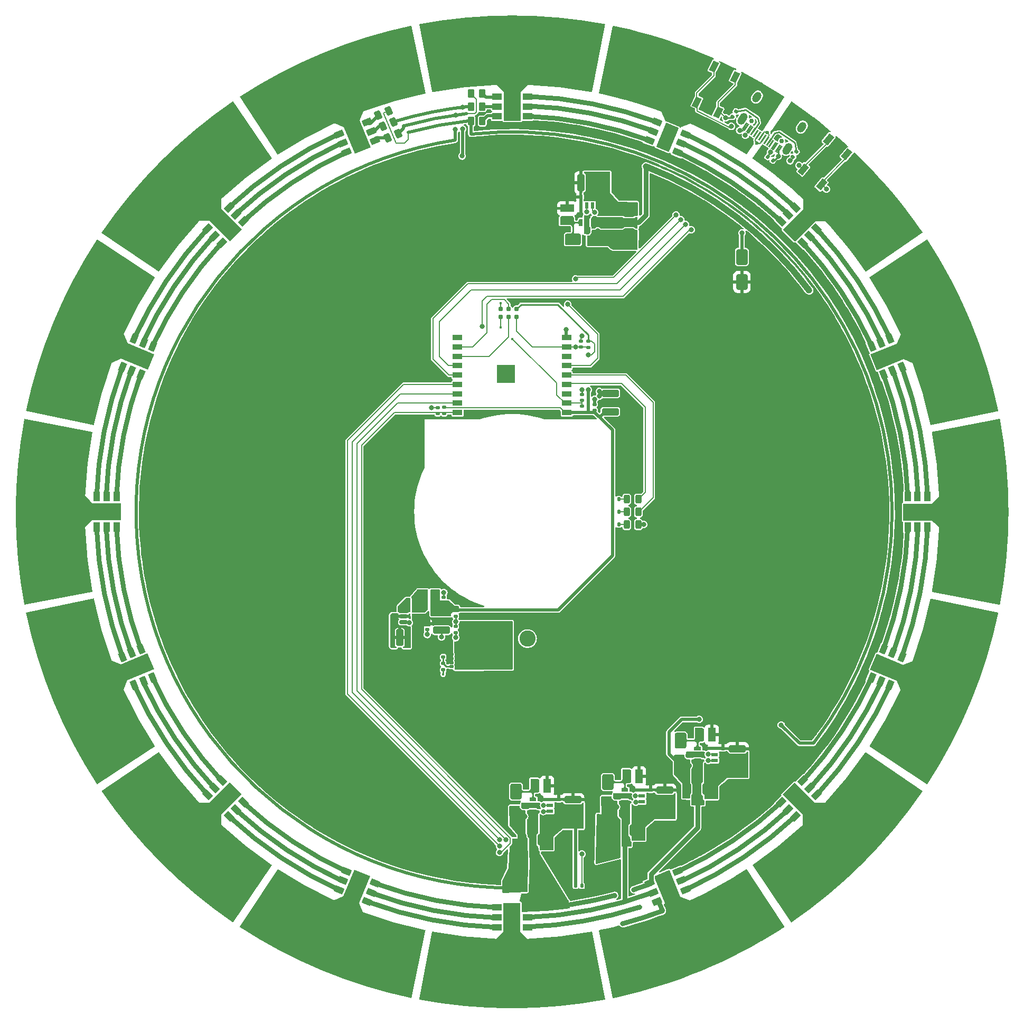
<source format=gbr>
%TF.GenerationSoftware,KiCad,Pcbnew,8.0.5*%
%TF.CreationDate,2024-10-11T00:39:07+02:00*%
%TF.ProjectId,LEDTischLampe,4c454454-6973-4636-984c-616d70652e6b,rev?*%
%TF.SameCoordinates,Original*%
%TF.FileFunction,Copper,L1,Top*%
%TF.FilePolarity,Positive*%
%FSLAX46Y46*%
G04 Gerber Fmt 4.6, Leading zero omitted, Abs format (unit mm)*
G04 Created by KiCad (PCBNEW 8.0.5) date 2024-10-11 00:39:07*
%MOMM*%
%LPD*%
G01*
G04 APERTURE LIST*
G04 Aperture macros list*
%AMRoundRect*
0 Rectangle with rounded corners*
0 $1 Rounding radius*
0 $2 $3 $4 $5 $6 $7 $8 $9 X,Y pos of 4 corners*
0 Add a 4 corners polygon primitive as box body*
4,1,4,$2,$3,$4,$5,$6,$7,$8,$9,$2,$3,0*
0 Add four circle primitives for the rounded corners*
1,1,$1+$1,$2,$3*
1,1,$1+$1,$4,$5*
1,1,$1+$1,$6,$7*
1,1,$1+$1,$8,$9*
0 Add four rect primitives between the rounded corners*
20,1,$1+$1,$2,$3,$4,$5,0*
20,1,$1+$1,$4,$5,$6,$7,0*
20,1,$1+$1,$6,$7,$8,$9,0*
20,1,$1+$1,$8,$9,$2,$3,0*%
%AMHorizOval*
0 Thick line with rounded ends*
0 $1 width*
0 $2 $3 position (X,Y) of the first rounded end (center of the circle)*
0 $4 $5 position (X,Y) of the second rounded end (center of the circle)*
0 Add line between two ends*
20,1,$1,$2,$3,$4,$5,0*
0 Add two circle primitives to create the rounded ends*
1,1,$1,$2,$3*
1,1,$1,$4,$5*%
%AMRotRect*
0 Rectangle, with rotation*
0 The origin of the aperture is its center*
0 $1 length*
0 $2 width*
0 $3 Rotation angle, in degrees counterclockwise*
0 Add horizontal line*
21,1,$1,$2,0,0,$3*%
%AMFreePoly0*
4,1,17,1.371000,0.720000,0.950000,0.720000,0.950000,0.580000,1.370000,0.580000,1.370000,0.080000,0.950000,0.080000,0.950000,-0.080000,1.370000,-0.080000,1.370000,-0.580000,0.950000,-0.580000,0.950000,-0.720000,1.370000,-0.720000,1.370000,-1.225000,-0.950000,-1.225000,-0.950000,1.225000,1.371000,1.225000,1.371000,0.720000,1.371000,0.720000,$1*%
G04 Aperture macros list end*
%TA.AperFunction,Conductor*%
%ADD10C,0.000000*%
%TD*%
%TA.AperFunction,Conductor*%
%ADD11C,0.500000*%
%TD*%
%TA.AperFunction,Conductor*%
%ADD12C,0.800000*%
%TD*%
%TA.AperFunction,Conductor*%
%ADD13C,0.200000*%
%TD*%
%TA.AperFunction,Conductor*%
%ADD14C,1.000000*%
%TD*%
%TA.AperFunction,SMDPad,CuDef*%
%ADD15RoundRect,0.250000X0.450000X-0.262500X0.450000X0.262500X-0.450000X0.262500X-0.450000X-0.262500X0*%
%TD*%
%TA.AperFunction,SMDPad,CuDef*%
%ADD16RoundRect,0.140000X-0.170000X0.140000X-0.170000X-0.140000X0.170000X-0.140000X0.170000X0.140000X0*%
%TD*%
%TA.AperFunction,SMDPad,CuDef*%
%ADD17RoundRect,0.250000X-1.100000X0.325000X-1.100000X-0.325000X1.100000X-0.325000X1.100000X0.325000X0*%
%TD*%
%TA.AperFunction,SMDPad,CuDef*%
%ADD18RoundRect,0.140000X0.170000X-0.140000X0.170000X0.140000X-0.170000X0.140000X-0.170000X-0.140000X0*%
%TD*%
%TA.AperFunction,SMDPad,CuDef*%
%ADD19R,1.200000X2.200000*%
%TD*%
%TA.AperFunction,SMDPad,CuDef*%
%ADD20R,1.100000X0.600000*%
%TD*%
%TA.AperFunction,HeatsinkPad*%
%ADD21C,0.600000*%
%TD*%
%TA.AperFunction,SMDPad,CuDef*%
%ADD22R,2.900000X2.900000*%
%TD*%
%TA.AperFunction,SMDPad,CuDef*%
%ADD23R,1.500000X0.900000*%
%TD*%
%TA.AperFunction,ConnectorPad*%
%ADD24C,0.787400*%
%TD*%
%TA.AperFunction,SMDPad,CuDef*%
%ADD25RoundRect,0.250000X-0.262500X-0.450000X0.262500X-0.450000X0.262500X0.450000X-0.262500X0.450000X0*%
%TD*%
%TA.AperFunction,SMDPad,CuDef*%
%ADD26RoundRect,0.140000X-0.140000X-0.170000X0.140000X-0.170000X0.140000X0.170000X-0.140000X0.170000X0*%
%TD*%
%TA.AperFunction,SMDPad,CuDef*%
%ADD27RoundRect,0.250000X-0.325000X-1.100000X0.325000X-1.100000X0.325000X1.100000X-0.325000X1.100000X0*%
%TD*%
%TA.AperFunction,SMDPad,CuDef*%
%ADD28RoundRect,0.135000X0.185000X-0.135000X0.185000X0.135000X-0.185000X0.135000X-0.185000X-0.135000X0*%
%TD*%
%TA.AperFunction,SMDPad,CuDef*%
%ADD29RoundRect,0.250000X0.070311X0.516200X-0.414726X0.315291X-0.070311X-0.516200X0.414726X-0.315291X0*%
%TD*%
%TA.AperFunction,SMDPad,CuDef*%
%ADD30RoundRect,0.250000X0.650000X-1.000000X0.650000X1.000000X-0.650000X1.000000X-0.650000X-1.000000X0*%
%TD*%
%TA.AperFunction,SMDPad,CuDef*%
%ADD31RoundRect,0.243750X0.243750X0.456250X-0.243750X0.456250X-0.243750X-0.456250X0.243750X-0.456250X0*%
%TD*%
%TA.AperFunction,SMDPad,CuDef*%
%ADD32RoundRect,0.135000X-0.135000X-0.185000X0.135000X-0.185000X0.135000X0.185000X-0.135000X0.185000X0*%
%TD*%
%TA.AperFunction,SMDPad,CuDef*%
%ADD33RotRect,1.700000X1.000000X230.000000*%
%TD*%
%TA.AperFunction,SMDPad,CuDef*%
%ADD34RoundRect,0.250000X0.325000X1.100000X-0.325000X1.100000X-0.325000X-1.100000X0.325000X-1.100000X0*%
%TD*%
%TA.AperFunction,SMDPad,CuDef*%
%ADD35RoundRect,0.147500X-0.172500X0.147500X-0.172500X-0.147500X0.172500X-0.147500X0.172500X0.147500X0*%
%TD*%
%TA.AperFunction,SMDPad,CuDef*%
%ADD36R,2.200000X1.200000*%
%TD*%
%TA.AperFunction,SMDPad,CuDef*%
%ADD37RoundRect,0.250000X1.000000X0.650000X-1.000000X0.650000X-1.000000X-0.650000X1.000000X-0.650000X0*%
%TD*%
%TA.AperFunction,SMDPad,CuDef*%
%ADD38R,0.600000X1.100000*%
%TD*%
%TA.AperFunction,SMDPad,CuDef*%
%ADD39RoundRect,0.135000X-0.078820X0.215029X-0.228824X-0.009468X0.078820X-0.215029X0.228824X0.009468X0*%
%TD*%
%TA.AperFunction,SMDPad,CuDef*%
%ADD40RoundRect,0.250000X-0.325000X-0.650000X0.325000X-0.650000X0.325000X0.650000X-0.325000X0.650000X0*%
%TD*%
%TA.AperFunction,SMDPad,CuDef*%
%ADD41RoundRect,0.150000X-0.512500X-0.150000X0.512500X-0.150000X0.512500X0.150000X-0.512500X0.150000X0*%
%TD*%
%TA.AperFunction,SMDPad,CuDef*%
%ADD42RoundRect,0.135000X-0.185000X0.135000X-0.185000X-0.135000X0.185000X-0.135000X0.185000X0.135000X0*%
%TD*%
%TA.AperFunction,SMDPad,CuDef*%
%ADD43RotRect,0.300000X1.300000X146.250000*%
%TD*%
%TA.AperFunction,ComponentPad*%
%ADD44HorizOval,1.200000X0.166671X0.249441X-0.166671X-0.249441X0*%
%TD*%
%TA.AperFunction,ComponentPad*%
%ADD45HorizOval,1.200000X0.222228X0.332588X-0.222228X-0.332588X0*%
%TD*%
%TA.AperFunction,ComponentPad*%
%ADD46C,0.750000*%
%TD*%
%TA.AperFunction,SMDPad,CuDef*%
%ADD47RotRect,1.700000X1.000000X244.250000*%
%TD*%
%TA.AperFunction,ComponentPad*%
%ADD48R,2.600000X2.600000*%
%TD*%
%TA.AperFunction,ComponentPad*%
%ADD49C,2.600000*%
%TD*%
%TA.AperFunction,SMDPad,CuDef*%
%ADD50RoundRect,0.250000X0.650000X-0.325000X0.650000X0.325000X-0.650000X0.325000X-0.650000X-0.325000X0*%
%TD*%
%TA.AperFunction,SMDPad,CuDef*%
%ADD51FreePoly0,0.000000*%
%TD*%
%TA.AperFunction,SMDPad,CuDef*%
%ADD52RoundRect,0.125000X-0.190000X-0.125000X0.190000X-0.125000X0.190000X0.125000X-0.190000X0.125000X0*%
%TD*%
%TA.AperFunction,SMDPad,CuDef*%
%ADD53RoundRect,0.250000X1.100000X-0.325000X1.100000X0.325000X-1.100000X0.325000X-1.100000X-0.325000X0*%
%TD*%
%TA.AperFunction,SMDPad,CuDef*%
%ADD54R,1.500000X1.000000*%
%TD*%
%TA.AperFunction,SMDPad,CuDef*%
%ADD55R,2.200000X4.200000*%
%TD*%
%TA.AperFunction,SMDPad,CuDef*%
%ADD56RotRect,1.500000X1.000000X202.500000*%
%TD*%
%TA.AperFunction,SMDPad,CuDef*%
%ADD57RotRect,4.200000X2.200000X292.500000*%
%TD*%
%TA.AperFunction,SMDPad,CuDef*%
%ADD58RotRect,1.500000X1.000000X225.000000*%
%TD*%
%TA.AperFunction,SMDPad,CuDef*%
%ADD59RotRect,4.200000X2.200000X315.000000*%
%TD*%
%TA.AperFunction,SMDPad,CuDef*%
%ADD60RotRect,1.500000X1.000000X247.500000*%
%TD*%
%TA.AperFunction,SMDPad,CuDef*%
%ADD61RotRect,4.200000X2.200000X337.500000*%
%TD*%
%TA.AperFunction,SMDPad,CuDef*%
%ADD62R,1.000000X1.500000*%
%TD*%
%TA.AperFunction,SMDPad,CuDef*%
%ADD63R,4.200000X2.200000*%
%TD*%
%TA.AperFunction,SMDPad,CuDef*%
%ADD64RotRect,1.500000X1.000000X292.500000*%
%TD*%
%TA.AperFunction,SMDPad,CuDef*%
%ADD65RotRect,4.200000X2.200000X22.500000*%
%TD*%
%TA.AperFunction,SMDPad,CuDef*%
%ADD66RotRect,1.500000X1.000000X315.000000*%
%TD*%
%TA.AperFunction,SMDPad,CuDef*%
%ADD67RotRect,4.200000X2.200000X45.000000*%
%TD*%
%TA.AperFunction,SMDPad,CuDef*%
%ADD68RotRect,1.500000X1.000000X337.500000*%
%TD*%
%TA.AperFunction,SMDPad,CuDef*%
%ADD69RotRect,4.200000X2.200000X67.500000*%
%TD*%
%TA.AperFunction,SMDPad,CuDef*%
%ADD70RoundRect,0.135000X-0.215029X-0.078820X0.009468X-0.228824X0.215029X0.078820X-0.009468X0.228824X0*%
%TD*%
%TA.AperFunction,SMDPad,CuDef*%
%ADD71RoundRect,0.135000X0.135000X0.185000X-0.135000X0.185000X-0.135000X-0.185000X0.135000X-0.185000X0*%
%TD*%
%TA.AperFunction,ViaPad*%
%ADD72C,0.800000*%
%TD*%
%TA.AperFunction,ViaPad*%
%ADD73C,0.450000*%
%TD*%
%TA.AperFunction,ViaPad*%
%ADD74C,0.600000*%
%TD*%
%TA.AperFunction,Conductor*%
%ADD75C,0.250000*%
%TD*%
%TA.AperFunction,Conductor*%
%ADD76C,0.127000*%
%TD*%
%TA.AperFunction,Conductor*%
%ADD77C,0.254000*%
%TD*%
G04 APERTURE END LIST*
D10*
%TA.AperFunction,Conductor*%
%TO.N,unconnected-(D19-EP-Pad7)*%
G36*
X201158649Y-50282745D02*
G01*
X201158649Y-50282745D01*
G75*
G02*
X212568556Y-77828696I-67713049J-44183755D01*
G01*
X201693782Y-80074166D01*
G75*
G03*
X198834340Y-70130825I-67073482J-13905734D01*
G01*
X197340940Y-69512238D01*
X193070030Y-71281307D01*
X192029973Y-68770387D01*
X196300883Y-67001318D01*
X196919472Y-65507913D01*
G75*
G03*
X191878908Y-56386105I-62299872J-28472387D01*
G01*
X201158649Y-50282745D01*
G37*
%TD.AperFunction*%
%TA.AperFunction,Conductor*%
%TO.N,unconnected-(D20-EP-Pad7)*%
G36*
X212815911Y-79072239D02*
G01*
X212815911Y-79072239D01*
G75*
G02*
X212815912Y-108887762I-79467111J-14907761D01*
G01*
X201909627Y-106800709D01*
G75*
G03*
X203072999Y-96519999I-67289427J12820709D01*
G01*
X201930000Y-95377000D01*
X197307200Y-95377000D01*
X197307200Y-92659200D01*
X201930000Y-92659200D01*
X203073003Y-91516197D01*
G75*
G03*
X201906894Y-81159805I-68453503J-2463903D01*
G01*
X212815911Y-79072239D01*
G37*
%TD.AperFunction*%
%TA.AperFunction,Conductor*%
%TO.N,unconnected-(D21-EP-Pad7)*%
G36*
X212568554Y-110131305D02*
G01*
X212568554Y-110131305D01*
G75*
G02*
X201158649Y-137677256I-79122944J16637745D01*
G01*
X191881236Y-131575416D01*
G75*
G03*
X196890309Y-122522482I-57261236J37595416D01*
G01*
X196271722Y-121029082D01*
X192000812Y-119260013D01*
X193040869Y-116749093D01*
X197311779Y-118518162D01*
X198805185Y-117899573D01*
G75*
G03*
X201691060Y-107885264I-64185685J23919673D01*
G01*
X212568554Y-110131305D01*
G37*
%TD.AperFunction*%
%TA.AperFunction,Conductor*%
%TO.N,unconnected-(D22-EP-Pad7)*%
G36*
X200454238Y-138731480D02*
G01*
X200454238Y-138731480D01*
G75*
G02*
X179371480Y-159814239I-66733138J45650380D01*
G01*
X173135341Y-150626562D01*
G75*
G03*
X181227529Y-144179630I-38515141J56646362D01*
G01*
X181227529Y-142563185D01*
X177958716Y-139294372D01*
X179880491Y-137372597D01*
X183149304Y-140641411D01*
X184765755Y-140641411D01*
G75*
G03*
X191264266Y-132493772I-50146355J46661911D01*
G01*
X200454238Y-138731480D01*
G37*
%TD.AperFunction*%
%TA.AperFunction,Conductor*%
%TO.N,unconnected-(D15-EP-Pad7)*%
G36*
X97024584Y-151241236D02*
G01*
X97024584Y-151241236D01*
G75*
G03*
X106077518Y-156250309I37595416J57261236D01*
G01*
X107570918Y-155631722D01*
X109339987Y-151360812D01*
X111850907Y-152400869D01*
X110081838Y-156671779D01*
X110700427Y-158165185D01*
G75*
G03*
X120714736Y-161051060I23919673J64185685D01*
G01*
X118468695Y-171928554D01*
G75*
G02*
X90922744Y-160518649I16637705J79122954D01*
G01*
X97024584Y-151241236D01*
G37*
%TD.AperFunction*%
%TA.AperFunction,Conductor*%
%TO.N,unconnected-(D14-EP-Pad7)*%
G36*
X77973438Y-132495341D02*
G01*
X77973438Y-132495341D01*
G75*
G03*
X84420370Y-140587529I56646362J38515141D01*
G01*
X86036815Y-140587529D01*
X89305628Y-137318716D01*
X91227403Y-139240491D01*
X87958589Y-142509304D01*
X87958589Y-144125755D01*
G75*
G03*
X96106228Y-150624266I46661911J50146355D01*
G01*
X89868520Y-159814238D01*
G75*
G02*
X68785761Y-138731480I45650380J66733138D01*
G01*
X77973438Y-132495341D01*
G37*
%TD.AperFunction*%
%TA.AperFunction,Conductor*%
%TO.N,unconnected-(D13-EP-Pad7)*%
G36*
X67546218Y-107885834D02*
G01*
X67546218Y-107885834D01*
G75*
G03*
X70405660Y-117829175I67073482J13905734D01*
G01*
X71899060Y-118447762D01*
X76169970Y-116678693D01*
X77210027Y-119189613D01*
X72939117Y-120958682D01*
X72320528Y-122452087D01*
G75*
G03*
X77361092Y-131573895I62299872J28472387D01*
G01*
X68081351Y-137677255D01*
G75*
G02*
X56671444Y-110131304I67713069J44183715D01*
G01*
X67546218Y-107885834D01*
G37*
%TD.AperFunction*%
%TA.AperFunction,Conductor*%
%TO.N,unconnected-(D12-EP-Pad7)*%
G36*
X67330373Y-81159291D02*
G01*
X67330373Y-81159291D01*
G75*
G03*
X66167001Y-91440001I67289427J-12820709D01*
G01*
X67310000Y-92583000D01*
X71932800Y-92583000D01*
X71932800Y-95300800D01*
X67310000Y-95300800D01*
X66166997Y-96443803D01*
G75*
G03*
X67333106Y-106800195I68453503J2463903D01*
G01*
X56424089Y-108887761D01*
G75*
G02*
X56424088Y-79072238I79467111J14907761D01*
G01*
X67330373Y-81159291D01*
G37*
%TD.AperFunction*%
%TA.AperFunction,Conductor*%
%TO.N,unconnected-(D11-EP-Pad7)*%
G36*
X77358764Y-56384584D02*
G01*
X77358764Y-56384584D01*
G75*
G03*
X72349691Y-65437518I57261236J-37595416D01*
G01*
X72968278Y-66930918D01*
X77239188Y-68699987D01*
X76199131Y-71210907D01*
X71928221Y-69441838D01*
X70434815Y-70060427D01*
G75*
G03*
X67548940Y-80074736I64185685J-23919673D01*
G01*
X56671446Y-77828695D01*
G75*
G02*
X68081351Y-50282744I79122944J-16637745D01*
G01*
X77358764Y-56384584D01*
G37*
%TD.AperFunction*%
%TA.AperFunction,Conductor*%
%TO.N,unconnected-(D10-EP-Pad7)*%
G36*
X96104659Y-37333438D02*
G01*
X96104659Y-37333438D01*
G75*
G03*
X88012471Y-43780370I38515141J-56646362D01*
G01*
X88012471Y-45396815D01*
X91281284Y-48665628D01*
X89359509Y-50587403D01*
X86090696Y-47318589D01*
X84474245Y-47318589D01*
G75*
G03*
X77975734Y-55466228I50146355J-46661911D01*
G01*
X68785762Y-49228520D01*
G75*
G02*
X89868520Y-28145761I66733108J-45650340D01*
G01*
X96104659Y-37333438D01*
G37*
%TD.AperFunction*%
%TA.AperFunction,Conductor*%
%TO.N,unconnected-(D9-EP-Pad7)*%
G36*
X120714166Y-26906218D02*
G01*
X120714166Y-26906218D01*
G75*
G03*
X110770825Y-29765660I13905734J-67073482D01*
G01*
X110152238Y-31259060D01*
X111921307Y-35529970D01*
X109410387Y-36570027D01*
X107641318Y-32299117D01*
X106147913Y-31680528D01*
G75*
G03*
X97026105Y-36721092I28472387J-62299872D01*
G01*
X90922745Y-27441351D01*
G75*
G02*
X118468696Y-16031444I44183755J-67713049D01*
G01*
X120714166Y-26906218D01*
G37*
%TD.AperFunction*%
%TA.AperFunction,Conductor*%
%TO.N,unconnected-(D4-EP-Pad7)*%
G36*
X119712239Y-15784089D02*
G01*
X119712239Y-15784089D01*
G75*
G02*
X149527762Y-15784088I14907761J-79467111D01*
G01*
X147440709Y-26690373D01*
G75*
G03*
X137159999Y-25527001I-12820709J-67289427D01*
G01*
X136017000Y-26670000D01*
X136017000Y-31292800D01*
X133299200Y-31292800D01*
X133299200Y-26670000D01*
X132156197Y-25526997D01*
G75*
G03*
X121799805Y-26693106I2463903J-68453503D01*
G01*
X119712239Y-15784089D01*
G37*
%TD.AperFunction*%
D11*
%TO.N,/LedsOben/LedTreiber1/LEDP*%
X117941849Y-33142087D02*
G75*
G02*
X128057615Y-31239682I16678151J-60837913D01*
G01*
D12*
%TO.N,Net-(D15-RA)*%
X132389984Y-160611404D02*
G75*
G02*
X111360611Y-156459739I2230016J66631404D01*
G01*
%TO.N,Net-(D10---Pad5)*%
X75311000Y-67056000D02*
G75*
G02*
X86881066Y-49669128I59309000J-26924000D01*
G01*
%TO.N,Net-(D17-RA)*%
X160909000Y-36195001D02*
G75*
G02*
X177764186Y-47409657I-26289000J-57784999D01*
G01*
%TO.N,Net-(D19-RA)*%
X194069295Y-71708966D02*
G75*
G02*
X198057752Y-91557342I-59449295J-22271034D01*
G01*
%TO.N,Net-(D20---Pad5)*%
X199717740Y-96157961D02*
G75*
G02*
X195682061Y-116649009I-65097740J2177961D01*
G01*
%TO.N,/LedsOben/LedTreiber1/LEDN*%
X155085864Y-157350497D02*
G75*
G02*
X136880600Y-160528000I-20440464J63370497D01*
G01*
D13*
%TO.N,/LedsOben/LedTreiber1/LEDP*%
X114020000Y-30030000D02*
X116020000Y-34830000D01*
D12*
%TO.N,Net-(D15-BA)*%
X132445493Y-157426743D02*
G75*
G02*
X112581668Y-153515952I2174507J63446743D01*
G01*
%TO.N,Net-(D10-BK)*%
X91293987Y-47578769D02*
G75*
G02*
X108105179Y-36298271I43326013J-46401231D01*
G01*
%TO.N,Net-(D17---Pad5)*%
X161544000Y-34671000D02*
G75*
G02*
X178930872Y-46241066I-26924000J-59309000D01*
G01*
D14*
%TO.N,/LedsUnten/LedTreiber4/LEDN*%
X156083000Y-38608000D02*
G75*
G02*
X182204973Y-58449885I-21463000J-55372000D01*
G01*
D12*
%TO.N,Net-(D22---Pad5)*%
X179111002Y-141551104D02*
G75*
G02*
X161767987Y-153186807I-44491002J47571104D01*
G01*
%TO.N,Net-(D11---Pad5)*%
X69522260Y-91802039D02*
G75*
G02*
X73557939Y-71310991I65097740J-2177961D01*
G01*
%TO.N,Net-(D17-BK)*%
X136850016Y-27348596D02*
G75*
G02*
X157879389Y-31500261I-2230016J-66631404D01*
G01*
%TO.N,Net-(D21-RA)*%
X192404999Y-120269000D02*
G75*
G02*
X181190343Y-137124186I-57784999J26289000D01*
G01*
%TO.N,Net-(D10-BA)*%
X76835001Y-67691000D02*
G75*
G02*
X88049657Y-50835814I57784999J-26289000D01*
G01*
%TO.N,Net-(D14---Pad5)*%
X107696000Y-153289000D02*
G75*
G02*
X90309128Y-141718934I26924000J59309000D01*
G01*
%TO.N,Net-(D21---Pad5)*%
X193929000Y-120904000D02*
G75*
G02*
X182358934Y-138290872I-59309000J26924000D01*
G01*
%TO.N,/LedsOben/LedTreiber3/LEDN*%
X151053800Y-155473400D02*
G75*
G02*
X136832843Y-157592981I-16433800J61493400D01*
G01*
%TO.N,Net-(D19-BA)*%
X197032780Y-70541532D02*
G75*
G02*
X201244734Y-91558912I-62412780J-23438468D01*
G01*
%TO.N,/LedsOben/LedTreiber2/LEDN*%
X157439595Y-154916990D02*
G75*
G02*
X136829800Y-159003999I-22794195J60936990D01*
G01*
%TO.N,Net-(D12-BA)*%
X75170705Y-116251034D02*
G75*
G02*
X71182248Y-96402658I59449295J22271034D01*
G01*
%TO.N,Net-(D14-BA)*%
X108331000Y-151764999D02*
G75*
G02*
X91475814Y-140550343I26289000J57784999D01*
G01*
D11*
%TO.N,/LedsOben/LedTreiber3/LEDP*%
X134467542Y-154274297D02*
G75*
G02*
X125495000Y-34380001I152458J60294297D01*
G01*
%TO.N,/LedsOben/LedTreiber2/LEDP*%
X115620000Y-31430000D02*
G75*
G02*
X128006109Y-28943403I19000000J-62550000D01*
G01*
D12*
%TO.N,Net-(D11-RA)*%
X67988596Y-91749984D02*
G75*
G02*
X72140261Y-70720611I66631404J-2230016D01*
G01*
%TO.N,Net-(D13---Pad5)*%
X87048896Y-138471002D02*
G75*
G02*
X75413193Y-121127987I47571104J44491002D01*
G01*
%TO.N,Net-(D18-BA)*%
X183312376Y-48441342D02*
G75*
G02*
X195246718Y-66247025I-48692376J-45538658D01*
G01*
%TO.N,Net-(D18---Pad5)*%
X182191104Y-49488998D02*
G75*
G02*
X193826807Y-66832013I-47571104J-44491002D01*
G01*
%TO.N,Net-(D13-BA)*%
X88218769Y-137306013D02*
G75*
G02*
X76938271Y-120494821I46401231J43326013D01*
G01*
%TO.N,Net-(D15---Pad5)*%
X132442039Y-159077740D02*
G75*
G02*
X111950991Y-155042061I2177961J65097740D01*
G01*
D13*
%TO.N,IO9*%
X164338000Y-29743400D02*
G75*
G02*
X169654677Y-32454933I-29514700J-64439500D01*
G01*
D12*
%TO.N,Net-(D17-BA)*%
X162179000Y-33274000D02*
G75*
G02*
X180018834Y-45157231I-27559000J-60706000D01*
G01*
%TO.N,Net-(D18-RA)*%
X181021231Y-50653987D02*
G75*
G02*
X192301729Y-67465179I-46401231J-43326013D01*
G01*
%TO.N,Net-(D19---Pad5)*%
X195595939Y-71080347D02*
G75*
G02*
X199709042Y-91555994I-60975939J-22899653D01*
G01*
%TO.N,Net-(D13-RA)*%
X85927624Y-139518658D02*
G75*
G02*
X73993282Y-121712975I48692376J45538658D01*
G01*
%TO.N,Net-(D21-BA)*%
X195326000Y-121539000D02*
G75*
G02*
X183442769Y-139378834I-60706000J27559000D01*
G01*
%TO.N,Net-(D11-BA)*%
X71173257Y-91805493D02*
G75*
G02*
X75084048Y-71941668I63446743J-2174507D01*
G01*
D13*
%TO.N,/LedsOben/LedTreiber1/LEDP*%
X114020000Y-30030000D02*
X114870000Y-29680000D01*
D12*
%TO.N,/LedsOben/LedTreiber3/LEDN*%
X158710948Y-157959866D02*
G75*
G02*
X152374599Y-159994597I-24040048J63979666D01*
G01*
D11*
%TO.N,/LedsOben/LedTreiber1/LEDP*%
X128048772Y-33423592D02*
G75*
G02*
X182941413Y-131065046I6571228J-60556408D01*
G01*
D12*
%TO.N,Net-(D12-RA)*%
X72207220Y-117418468D02*
G75*
G02*
X67995266Y-96401088I62412780J23438468D01*
G01*
%TO.N,Net-(D20-BA)*%
X201251404Y-96210016D02*
G75*
G02*
X197099739Y-117239389I-66631404J2230016D01*
G01*
%TO.N,Net-(D20-RA)*%
X198066743Y-96154507D02*
G75*
G02*
X194155952Y-116018332I-63446743J2174507D01*
G01*
%TO.N,Net-(D10-RA)*%
X73914000Y-66421000D02*
G75*
G02*
X85797231Y-48581166I60706000J-27559000D01*
G01*
%TO.N,Net-(D22-RA)*%
X177946013Y-140381231D02*
G75*
G02*
X161134821Y-151661729I-43326013J46401231D01*
G01*
%TO.N,Net-(D17-+-Pad2)*%
X136797961Y-28882260D02*
G75*
G02*
X157289009Y-32917939I-2177961J-65097740D01*
G01*
%TO.N,Net-(D14-RA)*%
X107061000Y-154686000D02*
G75*
G02*
X89221166Y-142802769I27559000J60706000D01*
G01*
%TO.N,Net-(D10-RK)*%
X89081342Y-45287624D02*
G75*
G02*
X106887025Y-33353282I45538658J-48692376D01*
G01*
D11*
%TO.N,/LedsOben/LedTreiber3/LEDP*%
X117236233Y-32109838D02*
G75*
G02*
X127320001Y-30130004I17383767J-61870262D01*
G01*
D12*
%TO.N,/LedsOben/LedTreiber1/LEDN*%
X156870400Y-153593799D02*
G75*
G02*
X154130322Y-154545939I-22250800J59614799D01*
G01*
%TO.N,Net-(D10-+-Pad2)*%
X90128998Y-46408896D02*
G75*
G02*
X107472013Y-34773193I44491002J-47571104D01*
G01*
%TO.N,/LedsOben/LedTreiber3/LEDN*%
X158673800Y-157860999D02*
X158013400Y-156311600D01*
%TO.N,Net-(D17-RK)*%
X136794507Y-30533257D02*
G75*
G02*
X156658332Y-34444048I-2174507J-63446743D01*
G01*
%TO.N,Net-(D12---Pad5)*%
X73644061Y-116879653D02*
G75*
G02*
X69530958Y-96404006I60975939J22899653D01*
G01*
%TO.N,Net-(D22-BA)*%
X180158658Y-142672376D02*
G75*
G02*
X162352975Y-154606718I-45538658J48692376D01*
G01*
D10*
%TA.AperFunction,Conductor*%
%TO.N,unconnected-(D16-EP-Pad7)*%
G36*
X135940800Y-161290000D02*
G01*
X137083803Y-162433003D01*
G75*
G03*
X147440195Y-161266894I-2463903J68453503D01*
G01*
X149527761Y-172175911D01*
G75*
G02*
X119712238Y-172175912I-14907761J79467111D01*
G01*
X121799291Y-161269627D01*
G75*
G03*
X132080001Y-162432999I12820709J67289427D01*
G01*
X133223000Y-161290000D01*
X133223000Y-156667200D01*
X135940800Y-156667200D01*
X135940800Y-161290000D01*
G37*
%TD.AperFunction*%
%TD*%
D15*
%TO.P,R16,1*%
%TO.N,/LedsUnten/LedTreiber4/LEDN*%
X151333200Y-47572300D03*
%TO.P,R16,2*%
%TO.N,GND*%
X151333200Y-45747300D03*
%TD*%
D16*
%TO.P,C19,1*%
%TO.N,VCC*%
X168456600Y-131935700D03*
%TO.P,C19,2*%
%TO.N,GND*%
X168456600Y-132895700D03*
%TD*%
D17*
%TO.P,C6,1*%
%TO.N,+3V3*%
X123289800Y-110005600D03*
%TO.P,C6,2*%
%TO.N,GND*%
X123289800Y-112955600D03*
%TD*%
D18*
%TO.P,C8,1*%
%TO.N,IO9*%
X145669000Y-67564000D03*
%TO.P,C8,2*%
%TO.N,GND*%
X145669000Y-66604000D03*
%TD*%
D19*
%TO.P,L1,1,1*%
%TO.N,Net-(U7-SW)*%
X120227800Y-107670600D03*
%TO.P,L1,2,2*%
%TO.N,+3V3*%
X122287800Y-107670600D03*
%TD*%
D18*
%TO.P,C7,1*%
%TO.N,EN*%
X145795000Y-76110000D03*
%TO.P,C7,2*%
%TO.N,GND*%
X145795000Y-75150000D03*
%TD*%
D20*
%TO.P,U5,1,LX*%
%TO.N,Net-(D7-A)*%
X152679400Y-138562000D03*
%TO.P,U5,2,GND*%
%TO.N,GND*%
X152679400Y-139512000D03*
%TO.P,U5,3,FB*%
%TO.N,/LedsOben/LedTreiber2/LEDN*%
X152679400Y-140462000D03*
%TO.P,U5,4,EN/PWM*%
%TO.N,GDim*%
X155379400Y-140462000D03*
%TO.P,U5,5,OVP*%
%TO.N,/LedsOben/LedTreiber2/LEDP*%
X155379400Y-139512000D03*
%TO.P,U5,6,IN*%
%TO.N,VCC*%
X155379400Y-138562000D03*
%TD*%
D18*
%TO.P,C5,1*%
%TO.N,+3V3*%
X123670800Y-108658600D03*
%TO.P,C5,2*%
%TO.N,GND*%
X123670800Y-107698600D03*
%TD*%
D21*
%TO.P,U1,19,GND*%
%TO.N,GND*%
X132560000Y-71297800D03*
X132560000Y-72397800D03*
X133110000Y-70747800D03*
X133110000Y-71847800D03*
X133110000Y-72947800D03*
X133660000Y-71297800D03*
D22*
X133660000Y-71847800D03*
D21*
X133660000Y-72397800D03*
X134210000Y-70747800D03*
X134210000Y-71847800D03*
X134210000Y-72947800D03*
X134760000Y-71297800D03*
X134760000Y-72397800D03*
D23*
%TO.P,U1,18,IO0*%
%TO.N,NTC*%
X125870000Y-78047800D03*
%TO.P,U1,17,IO1*%
%TO.N,BDim*%
X125870000Y-76547800D03*
%TO.P,U1,16,IO2*%
%TO.N,GDim*%
X125870000Y-75047800D03*
%TO.P,U1,15,IO3*%
%TO.N,RDim*%
X125870000Y-73547800D03*
%TO.P,U1,14,IO19*%
%TO.N,DP*%
X125870000Y-72047800D03*
%TO.P,U1,13,IO18*%
%TO.N,DN*%
X125870000Y-70547800D03*
%TO.P,U1,12,IO21/TXD*%
%TO.N,TX*%
X125870000Y-69047800D03*
%TO.P,U1,11,IO20/RXD*%
%TO.N,RX*%
X125870000Y-67547800D03*
%TO.P,U1,10,IO10*%
%TO.N,unconnected-(U1-IO10-Pad10)*%
X125870000Y-66047800D03*
%TO.P,U1,9,GND*%
%TO.N,GND*%
X143370000Y-66047800D03*
%TO.P,U1,8,IO9*%
%TO.N,IO9*%
X143370000Y-67547800D03*
%TO.P,U1,7,IO8*%
%TO.N,unconnected-(U1-IO8-Pad7)*%
X143370000Y-69047800D03*
%TO.P,U1,6,IO7*%
%TO.N,WhiteDim*%
X143370000Y-70547800D03*
%TO.P,U1,5,IO6*%
%TO.N,StateLed00*%
X143370000Y-72047800D03*
%TO.P,U1,4,IO5*%
%TO.N,StateLed01*%
X143370000Y-73547800D03*
%TO.P,U1,3,IO4*%
%TO.N,unconnected-(U1-IO4-Pad3)*%
X143370000Y-75047800D03*
%TO.P,U1,2,EN*%
%TO.N,EN*%
X143370000Y-76547800D03*
%TO.P,U1,1,3V3*%
%TO.N,+3V3*%
X143370000Y-78047800D03*
%TD*%
D16*
%TO.P,C23,1*%
%TO.N,VCC*%
X142066000Y-140098800D03*
%TO.P,C23,2*%
%TO.N,GND*%
X142066000Y-141058800D03*
%TD*%
D17*
%TO.P,C9,1*%
%TO.N,VCC*%
X170742600Y-131956700D03*
%TO.P,C9,2*%
%TO.N,GND*%
X170742600Y-134906700D03*
%TD*%
D24*
%TO.P,J3,6,Pin_6*%
%TO.N,EN*%
X132791200Y-62738000D03*
%TO.P,J3,5,Pin_5*%
%TO.N,GND*%
X132791200Y-61468000D03*
%TO.P,J3,4,Pin_4*%
%TO.N,TX*%
X134061200Y-62738000D03*
%TO.P,J3,3,Pin_3*%
%TO.N,RX*%
X134061200Y-61468000D03*
%TO.P,J3,2,Pin_2*%
%TO.N,IO9*%
X135331200Y-62738000D03*
%TO.P,J3,1,Pin_1*%
%TO.N,+3V3*%
X135331200Y-61468000D03*
%TD*%
D25*
%TO.P,R26,1*%
%TO.N,/LedsOben/LedTreiber2/LEDN*%
X152685101Y-142306000D03*
%TO.P,R26,2*%
%TO.N,GND*%
X154510101Y-142306000D03*
%TD*%
D26*
%TO.P,C4,1*%
%TO.N,Net-(U7-CB)*%
X117882200Y-108331000D03*
%TO.P,C4,2*%
%TO.N,Net-(U7-SW)*%
X118842200Y-108331000D03*
%TD*%
D27*
%TO.P,C10,1*%
%TO.N,VCC*%
X145665699Y-41187000D03*
%TO.P,C10,2*%
%TO.N,GND*%
X148615699Y-41187000D03*
%TD*%
D28*
%TO.P,R10,1*%
%TO.N,Net-(U7-FB)*%
X125575800Y-110718600D03*
%TO.P,R10,2*%
%TO.N,+3V3*%
X125575800Y-109698600D03*
%TD*%
D16*
%TO.P,C1,1*%
%TO.N,VCC*%
X121003800Y-111889600D03*
%TO.P,C1,2*%
%TO.N,GND*%
X121003800Y-112849600D03*
%TD*%
D29*
%TO.P,R31,2*%
%TO.N,Net-(D9-+-Pad2)*%
X113926960Y-32179198D03*
%TO.P,R31,1*%
%TO.N,/LedsOben/LedTreiber2/LEDP*%
X115613040Y-31480802D03*
%TD*%
D30*
%TO.P,D6,1,K*%
%TO.N,/LedsOben/LedTreiber1/LEDP*%
X161624000Y-134644300D03*
%TO.P,D6,2,A*%
%TO.N,Net-(D6-A)*%
X161624000Y-130644300D03*
%TD*%
D28*
%TO.P,R12,1*%
%TO.N,+3V3*%
X145795000Y-78015000D03*
%TO.P,R12,2*%
%TO.N,EN*%
X145795000Y-76995000D03*
%TD*%
D31*
%TO.P,D1,2,A*%
%TO.N,Net-(D1-A)*%
X152986500Y-96012000D03*
%TO.P,D1,1,K*%
%TO.N,GND*%
X154861500Y-96012000D03*
%TD*%
D32*
%TO.P,R1,1*%
%TO.N,+3V3*%
X150686800Y-96012000D03*
%TO.P,R1,2*%
%TO.N,Net-(D1-A)*%
X151706800Y-96012000D03*
%TD*%
D20*
%TO.P,U6,1,LX*%
%TO.N,Net-(D8-A)*%
X137947400Y-140086000D03*
%TO.P,U6,2,GND*%
%TO.N,GND*%
X137947400Y-141036000D03*
%TO.P,U6,3,FB*%
%TO.N,/LedsOben/LedTreiber3/LEDN*%
X137947400Y-141986000D03*
%TO.P,U6,4,EN/PWM*%
%TO.N,BDim*%
X140647400Y-141986000D03*
%TO.P,U6,5,OVP*%
%TO.N,/LedsOben/LedTreiber3/LEDP*%
X140647400Y-141036000D03*
%TO.P,U6,6,IN*%
%TO.N,VCC*%
X140647400Y-140086000D03*
%TD*%
D33*
%TO.P,SW1,1,1*%
%TO.N,GND*%
X188265266Y-36679656D03*
X184215704Y-41505737D03*
%TO.P,SW1,2,2*%
%TO.N,EN*%
X185354296Y-34237063D03*
X181304734Y-39063144D03*
%TD*%
D34*
%TO.P,C2,1*%
%TO.N,VCC*%
X119557800Y-114147600D03*
%TO.P,C2,2*%
%TO.N,GND*%
X116607800Y-114147600D03*
%TD*%
D19*
%TO.P,L7,1,1*%
%TO.N,VCC*%
X166612600Y-129717800D03*
%TO.P,L7,2,2*%
%TO.N,Net-(D6-A)*%
X164552600Y-129717800D03*
%TD*%
D17*
%TO.P,C11,1*%
%TO.N,VCC*%
X159084000Y-138595799D03*
%TO.P,C11,2*%
%TO.N,GND*%
X159084000Y-141545799D03*
%TD*%
D30*
%TO.P,D8,1,K*%
%TO.N,/LedsOben/LedTreiber3/LEDP*%
X135233400Y-142807401D03*
%TO.P,D8,2,A*%
%TO.N,Net-(D8-A)*%
X135233400Y-138807401D03*
%TD*%
D35*
%TO.P,D34,1,K*%
%TO.N,VCC*%
X123563200Y-116258700D03*
%TO.P,D34,2,A*%
%TO.N,Net-(D34-A)*%
X123563200Y-117228700D03*
%TD*%
D32*
%TO.P,R2,1*%
%TO.N,+3V3*%
X150688800Y-93980000D03*
%TO.P,R2,2*%
%TO.N,Net-(D2-A)*%
X151708800Y-93980000D03*
%TD*%
D36*
%TO.P,L8,1,1*%
%TO.N,VCC*%
X143426800Y-45317000D03*
%TO.P,L8,2,2*%
%TO.N,Net-(D5-A)*%
X143426800Y-47377000D03*
%TD*%
D28*
%TO.P,R11,1*%
%TO.N,GND*%
X125557800Y-113387600D03*
%TO.P,R11,2*%
%TO.N,Net-(U7-FB)*%
X125557800Y-112367600D03*
%TD*%
D25*
%TO.P,R4,2*%
%TO.N,Net-(D4-+-Pad3)*%
X129832500Y-26930000D03*
%TO.P,R4,1*%
%TO.N,/LedsOben/LedTreiber3/LEDP*%
X128007500Y-26930000D03*
%TD*%
D37*
%TO.P,D5,1,K*%
%TO.N,/LedsUnten/LedTreiber4/LEDP*%
X148353301Y-50305600D03*
%TO.P,D5,2,A*%
%TO.N,Net-(D5-A)*%
X144353301Y-50305600D03*
%TD*%
D38*
%TO.P,U3,1,LX*%
%TO.N,Net-(D5-A)*%
X145631900Y-47591600D03*
%TO.P,U3,2,GND*%
%TO.N,GND*%
X146581900Y-47591600D03*
%TO.P,U3,3,FB*%
%TO.N,/LedsUnten/LedTreiber4/LEDN*%
X147531900Y-47591600D03*
%TO.P,U3,4,EN/PWM*%
%TO.N,WhiteDim*%
X147531900Y-44891600D03*
%TO.P,U3,5,OVP*%
%TO.N,/LedsUnten/LedTreiber4/LEDP*%
X146581900Y-44891600D03*
%TO.P,U3,6,IN*%
%TO.N,VCC*%
X145631900Y-44891600D03*
%TD*%
D19*
%TO.P,L9,1,1*%
%TO.N,VCC*%
X154954000Y-136356900D03*
%TO.P,L9,2,2*%
%TO.N,Net-(D7-A)*%
X152894000Y-136356900D03*
%TD*%
D39*
%TO.P,R15,1*%
%TO.N,Net-(J2-CC2)*%
X170526727Y-29770327D03*
%TO.P,R15,2*%
%TO.N,GND*%
X169960045Y-30618427D03*
%TD*%
D40*
%TO.P,C24,1*%
%TO.N,/LedsOben/LedTreiber3/LEDP*%
X136349201Y-146547800D03*
%TO.P,C24,2*%
%TO.N,GND*%
X139299201Y-146547800D03*
%TD*%
D26*
%TO.P,C3,1*%
%TO.N,VCC*%
X145644700Y-43473000D03*
%TO.P,C3,2*%
%TO.N,GND*%
X146604700Y-43473000D03*
%TD*%
D20*
%TO.P,U4,1,LX*%
%TO.N,Net-(D6-A)*%
X164338000Y-131922900D03*
%TO.P,U4,2,GND*%
%TO.N,GND*%
X164338000Y-132872900D03*
%TO.P,U4,3,FB*%
%TO.N,/LedsOben/LedTreiber1/LEDN*%
X164338000Y-133822900D03*
%TO.P,U4,4,EN/PWM*%
%TO.N,RDim*%
X167038000Y-133822900D03*
%TO.P,U4,5,OVP*%
%TO.N,/LedsOben/LedTreiber1/LEDP*%
X167038000Y-132872900D03*
%TO.P,U4,6,IN*%
%TO.N,VCC*%
X167038000Y-131922900D03*
%TD*%
D15*
%TO.P,R9,2*%
%TO.N,GND*%
X149375900Y-45760899D03*
%TO.P,R9,1*%
%TO.N,/LedsUnten/LedTreiber4/LEDN*%
X149375900Y-47585899D03*
%TD*%
D40*
%TO.P,C22,1*%
%TO.N,/LedsOben/LedTreiber2/LEDP*%
X151081201Y-145023800D03*
%TO.P,C22,2*%
%TO.N,GND*%
X154031201Y-145023800D03*
%TD*%
D29*
%TO.P,R32,2*%
%TO.N,Net-(D9-+-Pad1)*%
X113176960Y-30379198D03*
%TO.P,R32,1*%
%TO.N,/LedsOben/LedTreiber1/LEDP*%
X114863040Y-29680802D03*
%TD*%
D41*
%TO.P,U7,1,CB*%
%TO.N,Net-(U7-CB)*%
X117215100Y-109742800D03*
%TO.P,U7,2,GND*%
%TO.N,GND*%
X117215100Y-110692800D03*
%TO.P,U7,3,FB*%
%TO.N,Net-(U7-FB)*%
X117215100Y-111642800D03*
%TO.P,U7,4,EN*%
%TO.N,VCC*%
X119490100Y-111642800D03*
%TO.P,U7,5,IN*%
X119490100Y-110692800D03*
%TO.P,U7,6,SW*%
%TO.N,Net-(U7-SW)*%
X119490100Y-109742800D03*
%TD*%
D31*
%TO.P,D2,2,A*%
%TO.N,Net-(D2-A)*%
X152986500Y-93980000D03*
%TO.P,D2,1,K*%
%TO.N,StateLed00*%
X154861500Y-93980000D03*
%TD*%
D17*
%TO.P,C12,1*%
%TO.N,VCC*%
X144352000Y-140119799D03*
%TO.P,C12,2*%
%TO.N,GND*%
X144352000Y-143069799D03*
%TD*%
D31*
%TO.P,D3,2,A*%
%TO.N,Net-(D3-A)*%
X152986500Y-91948000D03*
%TO.P,D3,1,K*%
%TO.N,StateLed01*%
X154861500Y-91948000D03*
%TD*%
D29*
%TO.P,R30,2*%
%TO.N,Net-(D9-+-Pad3)*%
X114699960Y-34000198D03*
%TO.P,R30,1*%
%TO.N,/LedsOben/LedTreiber3/LEDP*%
X116386040Y-33301802D03*
%TD*%
D19*
%TO.P,L10,1,1*%
%TO.N,VCC*%
X140222000Y-137880900D03*
%TO.P,L10,2,2*%
%TO.N,Net-(D8-A)*%
X138162000Y-137880900D03*
%TD*%
D42*
%TO.P,R13,1*%
%TO.N,+3V3*%
X146837400Y-66574000D03*
%TO.P,R13,2*%
%TO.N,IO9*%
X146837400Y-67594000D03*
%TD*%
D30*
%TO.P,D24,2,A*%
%TO.N,VBUS*%
X171450000Y-53118000D03*
%TO.P,D24,1,K*%
%TO.N,VCC*%
X171450000Y-57118000D03*
%TD*%
D43*
%TO.P,J2,B12,GND*%
%TO.N,GND*%
X177245643Y-35687960D03*
%TO.P,J2,B9,VBUS*%
%TO.N,VBUS*%
X176580469Y-35243503D03*
%TO.P,J2,B8*%
%TO.N,N/C*%
X176164733Y-34965717D03*
%TO.P,J2,B7,D-*%
%TO.N,DN*%
X175333264Y-34410149D03*
%TO.P,J2,B6,D+*%
%TO.N,DP*%
X174086060Y-33576792D03*
%TO.P,J2,B5,CC2*%
%TO.N,Net-(J2-CC2)*%
X173254591Y-33021225D03*
%TO.P,J2,B4,VBUS*%
%TO.N,VBUS*%
X172838855Y-32743439D03*
%TO.P,J2,B1,GND*%
%TO.N,GND*%
X172173679Y-32298982D03*
%TO.P,J2,A12,GND*%
X171924238Y-32132311D03*
%TO.P,J2,A9,VBUS*%
%TO.N,VBUS*%
X172589414Y-32576767D03*
%TO.P,J2,A8*%
%TO.N,N/C*%
X173670324Y-33299009D03*
%TO.P,J2,A7,D-*%
%TO.N,DN*%
X174501794Y-33854579D03*
%TO.P,J2,A6,D+*%
%TO.N,DP*%
X174917529Y-34132362D03*
%TO.P,J2,A5,CC1*%
%TO.N,Net-(J2-CC1)*%
X175748999Y-34687934D03*
%TO.P,J2,A4,VBUS*%
%TO.N,VBUS*%
X176829909Y-35410174D03*
%TO.P,J2,A1,GND*%
%TO.N,GND*%
X177495084Y-35854631D03*
D44*
%TO.P,J2,3*%
%TO.N,N/C*%
X181054441Y-32291631D03*
%TO.P,J2,2*%
X173853915Y-27480392D03*
D45*
%TO.P,J2,1*%
X171531631Y-30955936D03*
%TO.P,J2,0*%
X178732158Y-35767173D03*
D46*
%TO.P,J2,*%
%TO.N,*%
X172998418Y-31334666D03*
X177820944Y-34556974D03*
%TD*%
D25*
%TO.P,R29,2*%
%TO.N,Net-(D4-+-Pad1)*%
X129832500Y-31330000D03*
%TO.P,R29,1*%
%TO.N,/LedsOben/LedTreiber1/LEDP*%
X128007500Y-31330000D03*
%TD*%
D47*
%TO.P,SW2,1,1*%
%TO.N,GND*%
X170389629Y-24277247D03*
X167652625Y-29951646D03*
%TO.P,SW2,2,2*%
%TO.N,IO9*%
X166966975Y-22626354D03*
X164229971Y-28300753D03*
%TD*%
D42*
%TO.P,R17,1*%
%TO.N,Net-(D34-A)*%
X123563200Y-118291100D03*
%TO.P,R17,2*%
%TO.N,GND*%
X123563200Y-119311100D03*
%TD*%
D48*
%TO.P,J1,1,Pin_1*%
%TO.N,Net-(J1-Pin_1)*%
X132080000Y-114300000D03*
D49*
%TO.P,J1,2,Pin_2*%
%TO.N,GND*%
X137080000Y-114300000D03*
%TD*%
D39*
%TO.P,R14,1*%
%TO.N,Net-(J2-CC1)*%
X180191541Y-36228150D03*
%TO.P,R14,2*%
%TO.N,GND*%
X179624859Y-37076250D03*
%TD*%
D40*
%TO.P,C20,1*%
%TO.N,/LedsOben/LedTreiber1/LEDP*%
X162739800Y-138384700D03*
%TO.P,C20,2*%
%TO.N,GND*%
X165689800Y-138384700D03*
%TD*%
D25*
%TO.P,R27,1*%
%TO.N,/LedsOben/LedTreiber3/LEDN*%
X137953101Y-143830000D03*
%TO.P,R27,2*%
%TO.N,GND*%
X139778101Y-143830000D03*
%TD*%
%TO.P,R8,1*%
%TO.N,/LedsOben/LedTreiber1/LEDN*%
X164343700Y-135666900D03*
%TO.P,R8,2*%
%TO.N,GND*%
X166168700Y-135666900D03*
%TD*%
D16*
%TO.P,C21,1*%
%TO.N,VCC*%
X156798000Y-138574800D03*
%TO.P,C21,2*%
%TO.N,GND*%
X156798000Y-139534800D03*
%TD*%
D50*
%TO.P,C17,1*%
%TO.N,/LedsUnten/LedTreiber4/LEDP*%
X153365200Y-49100000D03*
%TO.P,C17,2*%
%TO.N,GND*%
X153365200Y-46150000D03*
%TD*%
D51*
%TO.P,Q1,5,D*%
%TO.N,Net-(J1-Pin_1)*%
X126699200Y-117805200D03*
D52*
%TO.P,Q1,4,G*%
%TO.N,Net-(D34-A)*%
X124874200Y-118775200D03*
%TO.P,Q1,3,S*%
%TO.N,VCC*%
X124874200Y-118135200D03*
%TO.P,Q1,2,S*%
X124874200Y-117475200D03*
%TO.P,Q1,1,S*%
X124874200Y-116835200D03*
%TD*%
D25*
%TO.P,R28,2*%
%TO.N,Net-(D4-+-Pad2)*%
X129832500Y-28980000D03*
%TO.P,R28,1*%
%TO.N,/LedsOben/LedTreiber2/LEDP*%
X128007500Y-28980000D03*
%TD*%
D30*
%TO.P,D7,1,K*%
%TO.N,/LedsOben/LedTreiber2/LEDP*%
X149965400Y-141283401D03*
%TO.P,D7,2,A*%
%TO.N,Net-(D7-A)*%
X149965400Y-137283401D03*
%TD*%
D32*
%TO.P,R3,1*%
%TO.N,+3V3*%
X150693600Y-91948000D03*
%TO.P,R3,2*%
%TO.N,Net-(D3-A)*%
X151713600Y-91948000D03*
%TD*%
D18*
%TO.P,C16,1*%
%TO.N,NTC*%
X122682000Y-78204000D03*
%TO.P,C16,2*%
%TO.N,GND*%
X122682000Y-77244000D03*
%TD*%
D53*
%TO.P,C18,2*%
%TO.N,GND*%
X150368000Y-74979000D03*
%TO.P,C18,1*%
%TO.N,+3V3*%
X150368000Y-77929000D03*
%TD*%
D18*
%TO.P,C25,2*%
%TO.N,GND*%
X147828000Y-76736000D03*
%TO.P,C25,1*%
%TO.N,+3V3*%
X147828000Y-77696000D03*
%TD*%
D54*
%TO.P,D4,4,-*%
%TO.N,Net-(D17-BK)*%
X137070000Y-27380000D03*
%TO.P,D4,5,-*%
%TO.N,Net-(D17-+-Pad2)*%
X137070000Y-28980000D03*
%TO.P,D4,6,-*%
%TO.N,Net-(D17-RK)*%
X137070000Y-30580000D03*
%TO.P,D4,1,+*%
%TO.N,Net-(D4-+-Pad1)*%
X132170000Y-30580000D03*
%TO.P,D4,2,+*%
%TO.N,Net-(D4-+-Pad2)*%
X132170000Y-28980000D03*
%TO.P,D4,3,+*%
%TO.N,Net-(D4-+-Pad3)*%
X132170000Y-27380000D03*
D55*
%TO.P,D4,7,EP*%
%TO.N,unconnected-(D4-EP-Pad7)*%
X134620000Y-28980000D03*
%TD*%
D56*
%TO.P,D9,4,-*%
%TO.N,Net-(D10-BK)*%
X108094366Y-36343612D03*
%TO.P,D9,5,-*%
%TO.N,Net-(D10-+-Pad2)*%
X107482072Y-34865404D03*
%TO.P,D9,6,-*%
%TO.N,Net-(D10-RK)*%
X106869779Y-33387197D03*
%TO.P,D9,1,+*%
%TO.N,Net-(D9-+-Pad1)*%
X111396788Y-31512048D03*
%TO.P,D9,2,+*%
%TO.N,Net-(D9-+-Pad2)*%
X112009082Y-32990256D03*
%TO.P,D9,3,+*%
%TO.N,Net-(D9-+-Pad3)*%
X112621375Y-34468463D03*
D57*
%TO.P,D9,7,EP*%
%TO.N,unconnected-(D9-EP-Pad7)*%
X109745577Y-33927830D03*
%TD*%
D58*
%TO.P,D10,4,-*%
%TO.N,Net-(D10-BA)*%
X88057018Y-50881841D03*
%TO.P,D10,5,-*%
%TO.N,Net-(D10---Pad5)*%
X86925647Y-49750471D03*
%TO.P,D10,6,-*%
%TO.N,Net-(D10-RA)*%
X85794277Y-48619100D03*
%TO.P,D10,1,+*%
%TO.N,Net-(D10-RK)*%
X89259100Y-45154277D03*
%TO.P,D10,2,+*%
%TO.N,Net-(D10-+-Pad2)*%
X90390471Y-46285647D03*
%TO.P,D10,3,+*%
%TO.N,Net-(D10-BK)*%
X91521841Y-47417018D03*
D59*
%TO.P,D10,7,EP*%
%TO.N,unconnected-(D10-EP-Pad7)*%
X88658059Y-48018059D03*
%TD*%
D60*
%TO.P,D11,4,-*%
%TO.N,Net-(D11-BA)*%
X75108463Y-71981375D03*
%TO.P,D11,5,-*%
%TO.N,Net-(D11---Pad5)*%
X73630256Y-71369082D03*
%TO.P,D11,6,-*%
%TO.N,Net-(D11-RA)*%
X72152048Y-70756788D03*
%TO.P,D11,1,+*%
%TO.N,Net-(D10-RA)*%
X74027197Y-66229779D03*
%TO.P,D11,2,+*%
%TO.N,Net-(D10---Pad5)*%
X75505404Y-66842072D03*
%TO.P,D11,3,+*%
%TO.N,Net-(D10-BA)*%
X76983612Y-67454366D03*
D61*
%TO.P,D11,7,EP*%
%TO.N,unconnected-(D11-EP-Pad7)*%
X74567830Y-69105577D03*
%TD*%
D62*
%TO.P,D12,4,-*%
%TO.N,Net-(D12-BA)*%
X71220000Y-96430000D03*
%TO.P,D12,5,-*%
%TO.N,Net-(D12---Pad5)*%
X69620000Y-96430000D03*
%TO.P,D12,6,-*%
%TO.N,Net-(D12-RA)*%
X68020000Y-96430000D03*
%TO.P,D12,1,+*%
%TO.N,Net-(D11-RA)*%
X68020000Y-91530000D03*
%TO.P,D12,2,+*%
%TO.N,Net-(D11---Pad5)*%
X69620000Y-91530000D03*
%TO.P,D12,3,+*%
%TO.N,Net-(D11-BA)*%
X71220000Y-91530000D03*
D63*
%TO.P,D12,7,EP*%
%TO.N,unconnected-(D12-EP-Pad7)*%
X69620000Y-93980000D03*
%TD*%
D64*
%TO.P,D13,4,-*%
%TO.N,Net-(D13-BA)*%
X76983612Y-120505634D03*
%TO.P,D13,5,-*%
%TO.N,Net-(D13---Pad5)*%
X75505404Y-121117928D03*
%TO.P,D13,6,-*%
%TO.N,Net-(D13-RA)*%
X74027197Y-121730221D03*
%TO.P,D13,1,+*%
%TO.N,Net-(D12-RA)*%
X72152048Y-117203212D03*
%TO.P,D13,2,+*%
%TO.N,Net-(D12---Pad5)*%
X73630256Y-116590918D03*
%TO.P,D13,3,+*%
%TO.N,Net-(D12-BA)*%
X75108463Y-115978625D03*
D65*
%TO.P,D13,7,EP*%
%TO.N,unconnected-(D13-EP-Pad7)*%
X74567830Y-118854423D03*
%TD*%
D66*
%TO.P,D14,4,-*%
%TO.N,Net-(D14-BA)*%
X91521841Y-140542982D03*
%TO.P,D14,5,-*%
%TO.N,Net-(D14---Pad5)*%
X90390471Y-141674353D03*
%TO.P,D14,6,-*%
%TO.N,Net-(D14-RA)*%
X89259100Y-142805723D03*
%TO.P,D14,1,+*%
%TO.N,Net-(D13-RA)*%
X85794277Y-139340900D03*
%TO.P,D14,2,+*%
%TO.N,Net-(D13---Pad5)*%
X86925647Y-138209529D03*
%TO.P,D14,3,+*%
%TO.N,Net-(D13-BA)*%
X88057018Y-137078159D03*
D67*
%TO.P,D14,7,EP*%
%TO.N,unconnected-(D14-EP-Pad7)*%
X88658059Y-139941941D03*
%TD*%
D68*
%TO.P,D15,4,-*%
%TO.N,Net-(D15-BA)*%
X112621375Y-153491537D03*
%TO.P,D15,5,-*%
%TO.N,Net-(D15---Pad5)*%
X112009082Y-154969744D03*
%TO.P,D15,6,-*%
%TO.N,Net-(D15-RA)*%
X111396788Y-156447952D03*
%TO.P,D15,1,+*%
%TO.N,Net-(D14-RA)*%
X106869779Y-154572803D03*
%TO.P,D15,2,+*%
%TO.N,Net-(D14---Pad5)*%
X107482072Y-153094596D03*
%TO.P,D15,3,+*%
%TO.N,Net-(D14-BA)*%
X108094366Y-151616388D03*
D69*
%TO.P,D15,7,EP*%
%TO.N,unconnected-(D15-EP-Pad7)*%
X109745577Y-154032170D03*
%TD*%
D68*
%TO.P,D17,4,-*%
%TO.N,Net-(D17-BA)*%
X162370221Y-33387197D03*
%TO.P,D17,5,-*%
%TO.N,Net-(D17---Pad5)*%
X161757928Y-34865404D03*
%TO.P,D17,6,-*%
%TO.N,Net-(D17-RA)*%
X161145634Y-36343612D03*
%TO.P,D17,1,+*%
%TO.N,Net-(D17-RK)*%
X156618625Y-34468463D03*
%TO.P,D17,2,+*%
%TO.N,Net-(D17-+-Pad2)*%
X157230918Y-32990256D03*
%TO.P,D17,3,+*%
%TO.N,Net-(D17-BK)*%
X157843212Y-31512048D03*
D69*
%TO.P,D17,7,EP*%
%TO.N,unconnected-(D17-EP-Pad7)*%
X159494423Y-33927830D03*
%TD*%
D66*
%TO.P,D18,4,-*%
%TO.N,Net-(D18-BA)*%
X183445723Y-48619100D03*
%TO.P,D18,5,-*%
%TO.N,Net-(D18---Pad5)*%
X182314353Y-49750471D03*
%TO.P,D18,6,-*%
%TO.N,Net-(D18-RA)*%
X181182982Y-50881841D03*
%TO.P,D18,1,+*%
%TO.N,Net-(D17-RA)*%
X177718159Y-47417018D03*
%TO.P,D18,2,+*%
%TO.N,Net-(D17---Pad5)*%
X178849529Y-46285647D03*
%TO.P,D18,3,+*%
%TO.N,Net-(D17-BA)*%
X179980900Y-45154277D03*
D67*
%TO.P,D18,7,EP*%
%TO.N,unconnected-(D18-EP-Pad7)*%
X180581941Y-48018059D03*
%TD*%
D64*
%TO.P,D19,4,-*%
%TO.N,Net-(D19-BA)*%
X197087952Y-70756788D03*
%TO.P,D19,5,-*%
%TO.N,Net-(D19---Pad5)*%
X195609744Y-71369082D03*
%TO.P,D19,6,-*%
%TO.N,Net-(D19-RA)*%
X194131537Y-71981375D03*
%TO.P,D19,1,+*%
%TO.N,Net-(D18-RA)*%
X192256388Y-67454366D03*
%TO.P,D19,2,+*%
%TO.N,Net-(D18---Pad5)*%
X193734596Y-66842072D03*
%TO.P,D19,3,+*%
%TO.N,Net-(D18-BA)*%
X195212803Y-66229779D03*
D65*
%TO.P,D19,7,EP*%
%TO.N,unconnected-(D19-EP-Pad7)*%
X194672170Y-69105577D03*
%TD*%
D62*
%TO.P,D20,4,-*%
%TO.N,Net-(D20-BA)*%
X201220000Y-96430000D03*
%TO.P,D20,5,-*%
%TO.N,Net-(D20---Pad5)*%
X199620000Y-96430000D03*
%TO.P,D20,6,-*%
%TO.N,Net-(D20-RA)*%
X198020000Y-96430000D03*
%TO.P,D20,1,+*%
%TO.N,Net-(D19-RA)*%
X198020000Y-91530000D03*
%TO.P,D20,2,+*%
%TO.N,Net-(D19---Pad5)*%
X199620000Y-91530000D03*
%TO.P,D20,3,+*%
%TO.N,Net-(D19-BA)*%
X201220000Y-91530000D03*
D63*
%TO.P,D20,7,EP*%
%TO.N,unconnected-(D20-EP-Pad7)*%
X199620000Y-93980000D03*
%TD*%
D60*
%TO.P,D21,4,-*%
%TO.N,Net-(D21-BA)*%
X195212803Y-121730221D03*
%TO.P,D21,5,-*%
%TO.N,Net-(D21---Pad5)*%
X193734596Y-121117928D03*
%TO.P,D21,6,-*%
%TO.N,Net-(D21-RA)*%
X192256388Y-120505634D03*
%TO.P,D21,1,+*%
%TO.N,Net-(D20-RA)*%
X194131537Y-115978625D03*
%TO.P,D21,2,+*%
%TO.N,Net-(D20---Pad5)*%
X195609744Y-116590918D03*
%TO.P,D21,3,+*%
%TO.N,Net-(D20-BA)*%
X197087952Y-117203212D03*
D61*
%TO.P,D21,7,EP*%
%TO.N,unconnected-(D21-EP-Pad7)*%
X194672170Y-118854423D03*
%TD*%
D58*
%TO.P,D22,4,-*%
%TO.N,Net-(D22-BA)*%
X179980900Y-142805723D03*
%TO.P,D22,5,-*%
%TO.N,Net-(D22---Pad5)*%
X178849529Y-141674353D03*
%TO.P,D22,6,-*%
%TO.N,Net-(D22-RA)*%
X177718159Y-140542982D03*
%TO.P,D22,1,+*%
%TO.N,Net-(D21-RA)*%
X181182982Y-137078159D03*
%TO.P,D22,2,+*%
%TO.N,Net-(D21---Pad5)*%
X182314353Y-138209529D03*
%TO.P,D22,3,+*%
%TO.N,Net-(D21-BA)*%
X183445723Y-139340900D03*
D59*
%TO.P,D22,7,EP*%
%TO.N,unconnected-(D22-EP-Pad7)*%
X180581941Y-139941941D03*
%TD*%
D56*
%TO.P,D23,4,-*%
%TO.N,/LedsOben/LedTreiber3/LEDN*%
X157843212Y-156447952D03*
%TO.P,D23,5,-*%
%TO.N,/LedsOben/LedTreiber2/LEDN*%
X157230918Y-154969744D03*
%TO.P,D23,6,-*%
%TO.N,/LedsOben/LedTreiber1/LEDN*%
X156618625Y-153491537D03*
%TO.P,D23,1,+*%
%TO.N,Net-(D22-RA)*%
X161145634Y-151616388D03*
%TO.P,D23,2,+*%
%TO.N,Net-(D22---Pad5)*%
X161757928Y-153094596D03*
%TO.P,D23,3,+*%
%TO.N,Net-(D22-BA)*%
X162370221Y-154572803D03*
D57*
%TO.P,D23,7,EP*%
%TO.N,unconnected-(D23-EP-Pad7)*%
X159494423Y-154032170D03*
%TD*%
D42*
%TO.P,R20,1*%
%TO.N,+3V3*%
X123698000Y-77214000D03*
%TO.P,R20,2*%
%TO.N,NTC*%
X123698000Y-78234000D03*
%TD*%
D70*
%TO.P,R21,2*%
%TO.N,GND*%
X176446050Y-37621341D03*
%TO.P,R21,1*%
%TO.N,VBUS*%
X175597950Y-37054659D03*
%TD*%
D71*
%TO.P,TH1,2*%
%TO.N,GND*%
X144778000Y-153924000D03*
%TO.P,TH1,1*%
%TO.N,NTC*%
X145798000Y-153924000D03*
%TD*%
D54*
%TO.P,D16,4,-*%
%TO.N,/LedsOben/LedTreiber3/LEDN*%
X137070000Y-157380000D03*
%TO.P,D16,5,-*%
%TO.N,/LedsOben/LedTreiber2/LEDN*%
X137070000Y-158980000D03*
%TO.P,D16,6,-*%
%TO.N,/LedsOben/LedTreiber1/LEDN*%
X137070000Y-160580000D03*
%TO.P,D16,1,+*%
%TO.N,Net-(D15-RA)*%
X132170000Y-160580000D03*
%TO.P,D16,2,+*%
%TO.N,Net-(D15---Pad5)*%
X132170000Y-158980000D03*
%TO.P,D16,3,+*%
%TO.N,Net-(D15-BA)*%
X132170000Y-157380000D03*
D55*
%TO.P,D16,7,EP*%
%TO.N,unconnected-(D16-EP-Pad7)*%
X134620000Y-158980000D03*
%TD*%
D72*
%TO.N,GND*%
X153390600Y-45008800D03*
X121666000Y-77247800D03*
%TO.N,NTC*%
X145796000Y-148844000D03*
%TO.N,GND*%
X148590000Y-75438000D03*
X148590000Y-74676000D03*
X147828000Y-75946000D03*
X143256000Y-64770000D03*
X144377400Y-144134800D03*
X142904200Y-141239200D03*
X151358600Y-44729400D03*
X125575800Y-114147600D03*
X163249600Y-132872900D03*
X149345000Y-44746800D03*
D73*
X123575000Y-120015000D03*
D72*
X155702000Y-96012000D03*
X184988200Y-42240200D03*
X168859200Y-30810200D03*
X145795000Y-74430000D03*
X177270000Y-36955000D03*
X123289800Y-114020600D03*
X146785100Y-42634800D03*
X140335000Y-146440700D03*
X155067000Y-144916700D03*
X157636200Y-139715200D03*
X116050800Y-110718600D03*
X136859000Y-141036000D03*
X155524200Y-142275100D03*
X121003800Y-113639600D03*
X167182800Y-135636000D03*
X151591000Y-139512000D03*
D73*
X132791200Y-60502800D03*
D72*
X149680700Y-41161600D03*
X140792200Y-143799100D03*
X145796000Y-65786000D03*
X166725600Y-138277600D03*
X179197000Y-37693600D03*
X123670800Y-106908600D03*
X169294800Y-133076100D03*
X159109400Y-142610800D03*
X171095000Y-32805000D03*
X115542800Y-114147600D03*
X146581900Y-48680000D03*
X170768000Y-135971700D03*
%TO.N,+3V3*%
X146812000Y-74422000D03*
X146812000Y-68834000D03*
%TO.N,EN*%
X129794000Y-64262000D03*
X180594000Y-38430200D03*
D73*
X134670800Y-66243200D03*
D72*
X163322000Y-48768000D03*
D73*
X132791200Y-64389000D03*
D72*
%TO.N,Net-(U7-FB)*%
X118110000Y-111760000D03*
X125575800Y-111607600D03*
%TO.N,/LedsUnten/LedTreiber4/LEDN*%
X181610000Y-57658000D03*
X182245000Y-58420000D03*
%TO.N,WhiteDim*%
X147828000Y-45974000D03*
X143510000Y-60706000D03*
%TO.N,GDim*%
X132588000Y-146558000D03*
X154457400Y-140517550D03*
%TO.N,BDim*%
X133604000Y-146558000D03*
X139624653Y-142009354D03*
%TO.N,RDim*%
X166072952Y-133847472D03*
X132588000Y-147574000D03*
%TO.N,IO9*%
X144780000Y-67564000D03*
X144780000Y-56641992D03*
X160909000Y-46355000D03*
X169748200Y-32181800D03*
%TO.N,/LedsOben/LedTreiber1/LEDN*%
X154130321Y-154545937D03*
X155085864Y-157350497D03*
%TO.N,/LedsOben/LedTreiber3/LEDN*%
X151053800Y-155473400D03*
X152374600Y-159994600D03*
%TO.N,DN*%
X162433000Y-47879000D03*
D74*
X175564800Y-33147000D03*
D72*
%TO.N,VBUS*%
X172020000Y-33605000D03*
X171450000Y-49276000D03*
X176045000Y-36280000D03*
%TO.N,DP*%
X161671000Y-47117000D03*
D74*
X173806216Y-34889267D03*
D72*
%TO.N,/LedsUnten/LedTreiber4/LEDP*%
X151765000Y-51428000D03*
X146556500Y-45864400D03*
X152654000Y-50546000D03*
X152654000Y-51428000D03*
X151765000Y-50539000D03*
X148359900Y-48908600D03*
%TO.N,/LedsOben/LedTreiber1/LEDP*%
X164592000Y-127254000D03*
X166065200Y-132847500D03*
X163021000Y-134650900D03*
X177766300Y-128151300D03*
D73*
%TO.N,/LedsOben/LedTreiber2/LEDP*%
X150469600Y-149174200D03*
X151155400Y-149174200D03*
D72*
X126618696Y-36930941D03*
X154406600Y-139486600D03*
X126670000Y-29130000D03*
X151362400Y-141290000D03*
D73*
X151155400Y-148590000D03*
X150469600Y-148590000D03*
D72*
X126670000Y-32605000D03*
%TO.N,/LedsOben/LedTreiber3/LEDP*%
X125520000Y-32680000D03*
X125545000Y-30355000D03*
X139674600Y-141010600D03*
X136630400Y-142814000D03*
%TO.N,VCC*%
X107188000Y-118364000D03*
X107188000Y-119380000D03*
X106172000Y-118364000D03*
X112776000Y-118364000D03*
X111760000Y-118364000D03*
X111760000Y-119380000D03*
X106172000Y-119380000D03*
X112776000Y-119380000D03*
%TO.N,NTC*%
X132588000Y-148590000D03*
%TD*%
D12*
%TO.N,/LedsUnten/LedTreiber4/LEDN*%
X156083000Y-46380400D02*
X156083000Y-38608000D01*
X154877501Y-47585899D02*
X156083000Y-46380400D01*
X149375900Y-47585899D02*
X154877501Y-47585899D01*
D13*
%TO.N,GND*%
X121669800Y-77244000D02*
X121666000Y-77247800D01*
X122682000Y-77244000D02*
X121669800Y-77244000D01*
%TO.N,+3V3*%
X143071800Y-78047800D02*
X143370000Y-78047800D01*
X142321800Y-77297800D02*
X143071800Y-78047800D01*
X123781800Y-77297800D02*
X142321800Y-77297800D01*
X123698000Y-77214000D02*
X123781800Y-77297800D01*
%TO.N,NTC*%
X145796000Y-153922000D02*
X145796000Y-148844000D01*
X145798000Y-153924000D02*
X145796000Y-153922000D01*
D11*
%TO.N,GND*%
X144778000Y-144535400D02*
X144377400Y-144134800D01*
X144778000Y-153924000D02*
X144778000Y-144535400D01*
X150163000Y-75184000D02*
X150368000Y-74979000D01*
X148844000Y-75184000D02*
X150163000Y-75184000D01*
X148590000Y-75438000D02*
X148844000Y-75184000D01*
X148590000Y-75282000D02*
X148893000Y-74979000D01*
X148590000Y-75438000D02*
X148590000Y-75282000D01*
X148893000Y-74979000D02*
X148590000Y-74676000D01*
X150368000Y-74979000D02*
X148893000Y-74979000D01*
X147828000Y-76736000D02*
X147828000Y-75946000D01*
%TO.N,+3V3*%
X149503500Y-77929000D02*
X150368000Y-77929000D01*
X148674315Y-78758185D02*
X149503500Y-77929000D01*
X147828000Y-78002246D02*
X148583939Y-78758185D01*
X147828000Y-77696000D02*
X147828000Y-78002246D01*
X148583939Y-78758185D02*
X148674315Y-78758185D01*
D13*
%TO.N,StateLed01*%
X155956000Y-77216000D02*
X155956000Y-90853500D01*
X152146000Y-73406000D02*
X155956000Y-77216000D01*
X143511800Y-73406000D02*
X152146000Y-73406000D01*
X143370000Y-73547800D02*
X143511800Y-73406000D01*
X155956000Y-90853500D02*
X154861500Y-91948000D01*
%TO.N,StateLed00*%
X152819800Y-72047800D02*
X143370000Y-72047800D01*
X157226000Y-91694000D02*
X157226000Y-76454000D01*
X157226000Y-76454000D02*
X152819800Y-72047800D01*
X154940000Y-93980000D02*
X157226000Y-91694000D01*
X154861500Y-93980000D02*
X154940000Y-93980000D01*
%TO.N,WhiteDim*%
X147130200Y-70547800D02*
X143370000Y-70547800D01*
X148336000Y-69342000D02*
X147130200Y-70547800D01*
X148336000Y-69342000D02*
X148336000Y-65532000D01*
D75*
%TO.N,VBUS*%
X175768000Y-36557000D02*
X176045000Y-36280000D01*
X175597950Y-36897100D02*
X175768000Y-36727050D01*
X175768000Y-36727050D02*
X175768000Y-36557000D01*
X175597950Y-37054659D02*
X175597950Y-36897100D01*
%TO.N,GND*%
X176446050Y-37621341D02*
X176603659Y-37621341D01*
X176603659Y-37621341D02*
X177270000Y-36955000D01*
%TO.N,Net-(U7-FB)*%
X117332300Y-111760000D02*
X117215100Y-111642800D01*
X118110000Y-111760000D02*
X117332300Y-111760000D01*
%TO.N,GND*%
X166725600Y-138277600D02*
X165796900Y-138277600D01*
X170768000Y-135971700D02*
X170768000Y-134932100D01*
X115542800Y-114147600D02*
X116607800Y-114147600D01*
X179624859Y-37076250D02*
X179302407Y-37558833D01*
X139406300Y-146440700D02*
X139299200Y-146547800D01*
D13*
X154861500Y-96012000D02*
X155702000Y-96012000D01*
D75*
X144377400Y-144134800D02*
X144377400Y-143095200D01*
X179302407Y-37558833D02*
X179307386Y-37583861D01*
X171095000Y-32805000D02*
X171563400Y-32805000D01*
X159109400Y-141571200D02*
X159084000Y-141545800D01*
D13*
X184253737Y-41505737D02*
X184988200Y-42240200D01*
D75*
X179302407Y-37588193D02*
X179197000Y-37693600D01*
X168637000Y-133076100D02*
X168456600Y-132895700D01*
X123289800Y-114020600D02*
X123289800Y-112955600D01*
X169742870Y-30835600D02*
X168884600Y-30835600D01*
D11*
X143256000Y-64770000D02*
X143256000Y-65933800D01*
D75*
X123563200Y-119311100D02*
X123563200Y-120003200D01*
D76*
X132791200Y-61468000D02*
X132791200Y-60502800D01*
D13*
X168859200Y-30810200D02*
X168000646Y-29951646D01*
X145669000Y-65913000D02*
X145796000Y-65786000D01*
D75*
X145795000Y-74430000D02*
X145795000Y-75150000D01*
X149345000Y-44746800D02*
X149345000Y-45730000D01*
X123670800Y-107698600D02*
X123670800Y-106908600D01*
D13*
X188265266Y-36679656D02*
X188265266Y-37159734D01*
X184215704Y-41505737D02*
X184253737Y-41505737D01*
D75*
X144377400Y-143095200D02*
X144352000Y-143069800D01*
X136859000Y-141036000D02*
X137947400Y-141036000D01*
X146785100Y-42634800D02*
X146785100Y-43292600D01*
X125575800Y-113405600D02*
X125557800Y-113387600D01*
X140335000Y-146440700D02*
X139406300Y-146440700D01*
X123563200Y-120003200D02*
X123575000Y-120015000D01*
X177270000Y-36189514D02*
X177245643Y-36165157D01*
X146581900Y-48680000D02*
X146581900Y-47591600D01*
X154138300Y-144916700D02*
X154031200Y-145023800D01*
X140792200Y-143799100D02*
X139809000Y-143799100D01*
X165796900Y-138277600D02*
X165689800Y-138384700D01*
X142904200Y-141239200D02*
X142246400Y-141239200D01*
X148641100Y-41161600D02*
X148615700Y-41187000D01*
X169960044Y-30618426D02*
X169742870Y-30835600D01*
X149680700Y-41161600D02*
X148641100Y-41161600D01*
X167182800Y-135636000D02*
X166199600Y-135636000D01*
X159109400Y-142610800D02*
X159109400Y-141571200D01*
X166199600Y-135636000D02*
X166168700Y-135666900D01*
X154541000Y-142275100D02*
X154510100Y-142306000D01*
D13*
X188265266Y-37159734D02*
X184215704Y-41209296D01*
D75*
X171563400Y-32805000D02*
X171924238Y-32444162D01*
X177245643Y-36165157D02*
X177245643Y-35687960D01*
X121003800Y-113639600D02*
X121003800Y-112849600D01*
D13*
X170389629Y-24277247D02*
X170389629Y-25520571D01*
X184215704Y-41209296D02*
X184215704Y-41505737D01*
D75*
X125575800Y-114147600D02*
X125575800Y-113405600D01*
X151591000Y-139512000D02*
X152679400Y-139512000D01*
X117215100Y-110692800D02*
X116076600Y-110692800D01*
X142246400Y-141239200D02*
X142066000Y-141058800D01*
D13*
X168000646Y-29951646D02*
X167652625Y-29951646D01*
D75*
X155067000Y-144916700D02*
X154138300Y-144916700D01*
D11*
X143256000Y-65933800D02*
X143370000Y-66047800D01*
D75*
X116076600Y-110692800D02*
X116050800Y-110718600D01*
X177270000Y-36955000D02*
X177270000Y-36189514D01*
X179302407Y-37558833D02*
X179302407Y-37588193D01*
X170768000Y-134932100D02*
X170742600Y-134906700D01*
X169294800Y-133076100D02*
X168637000Y-133076100D01*
X149345000Y-45730000D02*
X149375900Y-45760900D01*
X168884600Y-30835600D02*
X168859200Y-30810200D01*
X146785100Y-43292600D02*
X146604700Y-43473000D01*
X163249600Y-132872900D02*
X164338000Y-132872900D01*
X171924238Y-32444162D02*
X171924238Y-32132311D01*
X156978400Y-139715200D02*
X156798000Y-139534800D01*
X155524200Y-142275100D02*
X154541000Y-142275100D01*
X139809000Y-143799100D02*
X139778100Y-143830000D01*
D13*
X167652625Y-28257575D02*
X167652625Y-29951646D01*
X145669000Y-66604000D02*
X145669000Y-65913000D01*
D75*
X157636200Y-139715200D02*
X156978400Y-139715200D01*
D13*
X170389629Y-25520571D02*
X167652625Y-28257575D01*
%TO.N,+3V3*%
X147376000Y-66604000D02*
X147828000Y-67056000D01*
X146837400Y-66604000D02*
X147376000Y-66604000D01*
D11*
X150686800Y-96012000D02*
X150686800Y-91954800D01*
D75*
X143420000Y-78097800D02*
X143370000Y-78047800D01*
D11*
X142015400Y-109698600D02*
X150686800Y-101027200D01*
D75*
X135331200Y-61468000D02*
X136067800Y-60731400D01*
X141935200Y-60731400D02*
X146837400Y-65633600D01*
D11*
X146812000Y-78047800D02*
X146812000Y-74422000D01*
X125575800Y-109698600D02*
X142015400Y-109698600D01*
D75*
X146837400Y-65633600D02*
X146837400Y-66604000D01*
D11*
X150686800Y-91954800D02*
X150693600Y-91948000D01*
D75*
X136067800Y-60731400D02*
X141935200Y-60731400D01*
D13*
X147828000Y-68326000D02*
X147320000Y-68834000D01*
D11*
X150693600Y-80867846D02*
X147873554Y-78047800D01*
X150693600Y-91948000D02*
X150693600Y-80867846D01*
X146812000Y-78047800D02*
X143370000Y-78047800D01*
X147873554Y-78047800D02*
X146812000Y-78047800D01*
D13*
X147320000Y-68834000D02*
X146812000Y-68834000D01*
D11*
X150686800Y-101027200D02*
X150686800Y-96012000D01*
D13*
X147828000Y-67056000D02*
X147828000Y-68326000D01*
D76*
%TO.N,EN*%
X141757400Y-75234800D02*
X143070400Y-76547800D01*
D13*
X185354296Y-34685904D02*
X181304734Y-38735466D01*
D76*
X144096200Y-76532800D02*
X145772800Y-76532800D01*
X143070400Y-76547800D02*
X143370000Y-76547800D01*
X134670800Y-66243200D02*
X141757400Y-73329800D01*
X145795000Y-76555000D02*
X145795000Y-76110000D01*
D13*
X181304734Y-38735466D02*
X181304734Y-39063144D01*
D76*
X145772800Y-76532800D02*
X145795000Y-76555000D01*
X141757400Y-73329800D02*
X141757400Y-75234800D01*
X144096200Y-76532800D02*
X144081200Y-76547800D01*
D13*
X185354296Y-34237063D02*
X185354296Y-34685904D01*
X163068000Y-48768000D02*
X152400000Y-59436000D01*
X152400000Y-59436000D02*
X130556000Y-59436000D01*
D76*
X132791200Y-62738000D02*
X132791200Y-64389000D01*
X145795000Y-77025000D02*
X145795000Y-76555000D01*
D13*
X129794000Y-60198000D02*
X129794000Y-64262000D01*
X163322000Y-48768000D02*
X163068000Y-48768000D01*
X130556000Y-59436000D02*
X129794000Y-60198000D01*
X181304734Y-39063144D02*
X181226944Y-39063144D01*
X181226944Y-39063144D02*
X180594000Y-38430200D01*
%TO.N,Net-(D1-A)*%
X151706800Y-96012000D02*
X152986500Y-96012000D01*
%TO.N,Net-(D2-A)*%
X151708800Y-93980000D02*
X152986500Y-93980000D01*
%TO.N,Net-(D3-A)*%
X151713600Y-91948000D02*
X152986500Y-91948000D01*
D75*
%TO.N,Net-(U7-FB)*%
X125575800Y-112349600D02*
X125557800Y-112367600D01*
X125575800Y-110718600D02*
X125575800Y-111607600D01*
X125575800Y-111607600D02*
X125575800Y-112349600D01*
D13*
%TO.N,/LedsUnten/LedTreiber4/LEDN*%
X147531900Y-47591600D02*
X149522600Y-47591600D01*
X149370200Y-47591600D02*
X149375900Y-47585900D01*
%TO.N,WhiteDim*%
X148336000Y-65532000D02*
X143510000Y-60706000D01*
X147828000Y-45974000D02*
X147531900Y-45677900D01*
X147531900Y-45677900D02*
X147531900Y-44891600D01*
%TO.N,GDim*%
X132588000Y-146558000D02*
X108966000Y-122936000D01*
X108966000Y-82804000D02*
X116722200Y-75047800D01*
D77*
X154512950Y-140462000D02*
X154457400Y-140517550D01*
X155379400Y-140462000D02*
X154512950Y-140462000D01*
D13*
X116722200Y-75047800D02*
X125870000Y-75047800D01*
X108966000Y-122936000D02*
X108966000Y-82804000D01*
%TO.N,BDim*%
X109728000Y-83058000D02*
X116238200Y-76547800D01*
X109728000Y-122682000D02*
X109728000Y-83058000D01*
D77*
X139648007Y-141986000D02*
X139624653Y-142009354D01*
X140647400Y-141986000D02*
X139648007Y-141986000D01*
D13*
X116238200Y-76547800D02*
X125870000Y-76547800D01*
X133604000Y-146558000D02*
X109728000Y-122682000D01*
%TO.N,TX*%
X125870000Y-69047800D02*
X130926400Y-69047800D01*
X130926400Y-69047800D02*
X134061200Y-65913000D01*
X134061200Y-65913000D02*
X134061200Y-62738000D01*
%TO.N,RDim*%
X117206200Y-73547800D02*
X125870000Y-73547800D01*
X108204000Y-123190000D02*
X108204000Y-82550000D01*
D77*
X166097524Y-133822900D02*
X166072952Y-133847472D01*
D13*
X132588000Y-147574000D02*
X108204000Y-123190000D01*
D77*
X167038000Y-133822900D02*
X166097524Y-133822900D01*
D13*
X108204000Y-82550000D02*
X117206200Y-73547800D01*
%TO.N,RX*%
X130556000Y-65278000D02*
X130556000Y-60706000D01*
X130556000Y-60706000D02*
X131318000Y-59944000D01*
X125870000Y-67547800D02*
X128286200Y-67547800D01*
X133350000Y-59944000D02*
X134061200Y-60655200D01*
X134061200Y-60655200D02*
X134061200Y-61468000D01*
X128286200Y-67547800D02*
X130556000Y-65278000D01*
X131318000Y-59944000D02*
X133350000Y-59944000D01*
%TO.N,IO9*%
X135331200Y-65024000D02*
X135331200Y-62738000D01*
X166966975Y-22626354D02*
X166966975Y-24041025D01*
X164261800Y-29667200D02*
X164338000Y-29743400D01*
D76*
X146837400Y-67564000D02*
X145669000Y-67564000D01*
D13*
X143370000Y-67547800D02*
X137855000Y-67547800D01*
X143370000Y-67547800D02*
X145652800Y-67547800D01*
X160909000Y-46355000D02*
X150876000Y-56388000D01*
X150876000Y-56388000D02*
X145033992Y-56388000D01*
X145033992Y-56388000D02*
X144780000Y-56641992D01*
X137855000Y-67547800D02*
X135331200Y-65024000D01*
X164229971Y-27101800D02*
X164229971Y-28300753D01*
X145652800Y-67547800D02*
X145669000Y-67564000D01*
X164229971Y-28300753D02*
X164261800Y-28332582D01*
X166966975Y-24041025D02*
X164229971Y-26778029D01*
X164261800Y-28332582D02*
X164261800Y-29667200D01*
X164229971Y-26778029D02*
X164229971Y-27101800D01*
D75*
%TO.N,Net-(D5-A)*%
X145631900Y-47591600D02*
X144397500Y-47591600D01*
X144353300Y-47635800D02*
X144353300Y-50305600D01*
X144397500Y-47591600D02*
X144353300Y-47635800D01*
%TO.N,Net-(D6-A)*%
X164293800Y-130644300D02*
X161624000Y-130644300D01*
X164338000Y-131922900D02*
X164338000Y-130688500D01*
D13*
%TO.N,/LedsOben/LedTreiber1/LEDN*%
X164341800Y-140594500D02*
X164343700Y-140592600D01*
D12*
X164343700Y-144606300D02*
X164343700Y-135666900D01*
D13*
X164343700Y-135666900D02*
X164343700Y-140592600D01*
D12*
X156878624Y-152071376D02*
X164343700Y-144606300D01*
D13*
X164338000Y-135661200D02*
X164343700Y-135666900D01*
D12*
X156878624Y-153492081D02*
X156878624Y-152071376D01*
D13*
X164338000Y-133822900D02*
X164338000Y-135813600D01*
D75*
%TO.N,Net-(D7-A)*%
X152679400Y-138562000D02*
X152679400Y-137327600D01*
X152635200Y-137283400D02*
X149965400Y-137283400D01*
D12*
%TO.N,/LedsOben/LedTreiber2/LEDN*%
X152685101Y-156342701D02*
X152704800Y-156362400D01*
D13*
X152679400Y-140462000D02*
X152679400Y-142452700D01*
X152679400Y-142300300D02*
X152685100Y-142306000D01*
D12*
X152685101Y-142306000D02*
X152685101Y-156342701D01*
D13*
%TO.N,/LedsOben/LedTreiber3/LEDN*%
X137947400Y-143824300D02*
X137953100Y-143830000D01*
X137947400Y-141986000D02*
X137947400Y-143976700D01*
D75*
%TO.N,Net-(D8-A)*%
X137947400Y-140086000D02*
X137947400Y-138851600D01*
X137903200Y-138807400D02*
X135233400Y-138807400D01*
%TO.N,Net-(J2-CC1)*%
X175748999Y-34687934D02*
X176711511Y-33247433D01*
X177409999Y-33108494D02*
X179902245Y-34773760D01*
X179902245Y-34773760D02*
X180191541Y-36228151D01*
X176711511Y-33247433D02*
X177409999Y-33108494D01*
%TO.N,Net-(J2-CC2)*%
X174185527Y-31627980D02*
X173254591Y-33021225D01*
X174030907Y-30850658D02*
X174185527Y-31627980D01*
X172024571Y-29510067D02*
X174030907Y-30850658D01*
X170526726Y-29770328D02*
X170570180Y-29799363D01*
X170570180Y-29799363D02*
X172024571Y-29510067D01*
D13*
%TO.N,DN*%
X175179902Y-33070829D02*
X175001805Y-33106255D01*
X151892000Y-58420000D02*
X128016000Y-58420000D01*
X128016000Y-58420000D02*
X122936000Y-63500000D01*
X175755610Y-33455506D02*
X175471518Y-33265682D01*
X175471518Y-33265682D02*
X175179902Y-33070829D01*
X124395800Y-70547800D02*
X125870000Y-70547800D01*
X122936000Y-69088000D02*
X124395800Y-70547800D01*
X175805052Y-33704063D02*
X175755610Y-33455506D01*
X175564800Y-33172400D02*
X175564800Y-33147000D01*
X162433000Y-47879000D02*
X151892000Y-58420000D01*
X175001805Y-33106255D02*
X174501794Y-33854580D01*
X122936000Y-63500000D02*
X122936000Y-69088000D01*
X175471518Y-33265682D02*
X175564800Y-33172400D01*
X175333262Y-34410147D02*
X175805052Y-33704063D01*
%TO.N,VBUS*%
X176829909Y-35410174D02*
X176829909Y-35495091D01*
D11*
X171450000Y-53118000D02*
X171450000Y-49276000D01*
D13*
X172589414Y-33035586D02*
X172020000Y-33605000D01*
X176829909Y-35495091D02*
X176045000Y-36280000D01*
X172589414Y-32576767D02*
X172589414Y-33035586D01*
%TO.N,DP*%
X124460000Y-72047800D02*
X125870000Y-72047800D01*
X161671000Y-47117000D02*
X151384000Y-57404000D01*
X174086058Y-33576795D02*
X173586044Y-34325115D01*
X173628645Y-34539275D02*
X173908998Y-34726602D01*
X173908998Y-34726602D02*
X174203355Y-34923285D01*
X151384000Y-57404000D02*
X127508000Y-57404000D01*
X174203355Y-34923285D02*
X174417514Y-34880686D01*
X121920000Y-62992000D02*
X121920000Y-69507800D01*
X121920000Y-69507800D02*
X124460000Y-72047800D01*
X127508000Y-57404000D02*
X121920000Y-62992000D01*
X174417514Y-34880686D02*
X174917527Y-34132364D01*
X173806216Y-34829384D02*
X173908998Y-34726602D01*
X173806216Y-34889267D02*
X173806216Y-34829384D01*
X173586044Y-34325115D02*
X173628645Y-34539275D01*
%TO.N,/LedsUnten/LedTreiber4/LEDP*%
X148029700Y-50305600D02*
X148353300Y-50305600D01*
X148359900Y-50299000D02*
X148353300Y-50305600D01*
X150517100Y-49189800D02*
X149401300Y-50305600D01*
X146556500Y-44917000D02*
X146581900Y-44891600D01*
X149401300Y-50305600D02*
X148353300Y-50305600D01*
X152093700Y-49189800D02*
X150517100Y-49189800D01*
X146556500Y-45864400D02*
X146556500Y-44917000D01*
X148359900Y-48908600D02*
X148359900Y-50299000D01*
D11*
%TO.N,/LedsOben/LedTreiber1/LEDP*%
X128007500Y-31330000D02*
X128007500Y-33382320D01*
D13*
X117941849Y-33142087D02*
X117941849Y-34258151D01*
D11*
X177766300Y-128151300D02*
X180680046Y-131065046D01*
D13*
X128007500Y-33382320D02*
X128048772Y-33423592D01*
D11*
X161624000Y-134644300D02*
X159766000Y-132786300D01*
D13*
X163021000Y-134650900D02*
X161630600Y-134650900D01*
D11*
X180680046Y-131065046D02*
X182941413Y-131065046D01*
D13*
X161624000Y-135692300D02*
X161624000Y-134644300D01*
X161624000Y-134320700D02*
X161624000Y-134644300D01*
X117941849Y-34258151D02*
X117370000Y-34830000D01*
D11*
X159766000Y-129286000D02*
X161798000Y-127254000D01*
D13*
X162739800Y-138384700D02*
X162739800Y-136808100D01*
D11*
X159766000Y-132786300D02*
X159766000Y-129286000D01*
D13*
X166065200Y-132847500D02*
X167012600Y-132847500D01*
X117370000Y-34830000D02*
X116020000Y-34830000D01*
X162739800Y-136808100D02*
X161624000Y-135692300D01*
X167012600Y-132847500D02*
X167038000Y-132872900D01*
D11*
X161798000Y-127254000D02*
X164592000Y-127254000D01*
%TO.N,/LedsOben/LedTreiber2/LEDP*%
X126618696Y-36930941D02*
X126670000Y-36879637D01*
D13*
X155354000Y-139486600D02*
X155379400Y-139512000D01*
X154406600Y-139486600D02*
X155354000Y-139486600D01*
X151081200Y-145023800D02*
X151081200Y-143447200D01*
X149965400Y-142331400D02*
X149965400Y-141283400D01*
X149965400Y-140959800D02*
X149965400Y-141283400D01*
X151362400Y-141290000D02*
X149972000Y-141290000D01*
X151081200Y-143447200D02*
X149965400Y-142331400D01*
D11*
X126670000Y-36879637D02*
X126670000Y-32605000D01*
D13*
%TO.N,/LedsOben/LedTreiber3/LEDP*%
X128007500Y-26930000D02*
X128920000Y-27842500D01*
X128620000Y-30130000D02*
X128470000Y-30130000D01*
X135233400Y-142483800D02*
X135233400Y-142807400D01*
X139674600Y-141010600D02*
X140622000Y-141010600D01*
X136349200Y-146547800D02*
X136349200Y-144971200D01*
X128920000Y-29830000D02*
X128620000Y-30130000D01*
X128920000Y-27842500D02*
X128920000Y-29830000D01*
D11*
X116386040Y-33301802D02*
X117236233Y-32451609D01*
X125495000Y-34380001D02*
X125495000Y-32705000D01*
X125495000Y-32705000D02*
X125520000Y-32680000D01*
D13*
X136630400Y-142814000D02*
X135240000Y-142814000D01*
X128469999Y-30130001D02*
X127320001Y-30130001D01*
X135233400Y-143855400D02*
X135233400Y-142807400D01*
X128470000Y-30130000D02*
X128469999Y-30130001D01*
X140622000Y-141010600D02*
X140647400Y-141036000D01*
X136349200Y-144971200D02*
X135233400Y-143855400D01*
D11*
X117236233Y-32451609D02*
X117236233Y-32109837D01*
D75*
%TO.N,VCC*%
X168954000Y-131908100D02*
X168939200Y-131922900D01*
X124297700Y-116258700D02*
X124874200Y-116835200D01*
X145617100Y-42975600D02*
X145631900Y-42990400D01*
X142563400Y-140071200D02*
X142548600Y-140086000D01*
X157295400Y-138547200D02*
X157280600Y-138562000D01*
X140647400Y-140086000D02*
X142548600Y-140086000D01*
X155379400Y-138562000D02*
X157280600Y-138562000D01*
X145631900Y-42990400D02*
X145631900Y-41220800D01*
X142548600Y-140086000D02*
X144318200Y-140086000D01*
X145631900Y-41220800D02*
X145665700Y-41187000D01*
X123563200Y-116258700D02*
X124297700Y-116258700D01*
X168939200Y-131922900D02*
X170708800Y-131922900D01*
X145631900Y-44891600D02*
X145631900Y-42990400D01*
X144318200Y-140086000D02*
X144352000Y-140119800D01*
X170708800Y-131922900D02*
X170742600Y-131956700D01*
X157280600Y-138562000D02*
X159050200Y-138562000D01*
X124874200Y-118135200D02*
X124874200Y-116835200D01*
X167038000Y-131922900D02*
X168939200Y-131922900D01*
X159050200Y-138562000D02*
X159084000Y-138595800D01*
%TO.N,Net-(D34-A)*%
X123563200Y-118291100D02*
X123563200Y-117228700D01*
X124874200Y-118775200D02*
X124047300Y-118775200D01*
X124047300Y-118775200D02*
X123563200Y-118291100D01*
D11*
%TO.N,Net-(D4-+-Pad3)*%
X132410000Y-27480000D02*
X130382500Y-27480000D01*
X130382500Y-27480000D02*
X129832500Y-26930000D01*
%TO.N,Net-(D4-+-Pad1)*%
X130682500Y-30480000D02*
X129832500Y-31330000D01*
X132410000Y-30480000D02*
X130682500Y-30480000D01*
%TO.N,Net-(D4-+-Pad2)*%
X132410000Y-28980000D02*
X129832500Y-28980000D01*
%TO.N,Net-(D9-+-Pad3)*%
X114699960Y-34000198D02*
X112829097Y-34000198D01*
X112829097Y-34000198D02*
X112361376Y-34467919D01*
%TO.N,Net-(D9-+-Pad1)*%
X111853720Y-31696280D02*
X111213326Y-31696280D01*
X112620000Y-30930000D02*
X111853720Y-31696280D01*
X112626158Y-30930000D02*
X112620000Y-30930000D01*
X113176960Y-30379198D02*
X112626158Y-30930000D01*
%TO.N,Net-(D9-+-Pad2)*%
X113270802Y-32179198D02*
X112367900Y-33082100D01*
X112367900Y-33082100D02*
X111787351Y-33082100D01*
X113926960Y-32179198D02*
X113270802Y-32179198D01*
D13*
%TO.N,NTC*%
X134304000Y-147128000D02*
X134304000Y-146242000D01*
X132842000Y-148590000D02*
X134304000Y-147128000D01*
X110490000Y-122428000D02*
X110490000Y-83312000D01*
X110490000Y-83312000D02*
X115754200Y-78047800D01*
X132588000Y-148590000D02*
X132842000Y-148590000D01*
X134304000Y-146242000D02*
X110490000Y-122428000D01*
X115754200Y-78047800D02*
X125870000Y-78047800D01*
%TD*%
%TA.AperFunction,Conductor*%
%TO.N,/LedsUnten/LedTreiber4/LEDN*%
G36*
X148113014Y-46584359D02*
G01*
X148130542Y-46604629D01*
X148131779Y-46606419D01*
X148131781Y-46606421D01*
X148131782Y-46606423D01*
X148177693Y-46659092D01*
X148177702Y-46659101D01*
X148177708Y-46659108D01*
X148195335Y-46676993D01*
X148195341Y-46676997D01*
X148275288Y-46721406D01*
X148297116Y-46727745D01*
X148342386Y-46740892D01*
X148400304Y-46749045D01*
X148400305Y-46749044D01*
X148400306Y-46749045D01*
X148467074Y-46748848D01*
X152286123Y-46737582D01*
X152353219Y-46757068D01*
X152386257Y-46787946D01*
X152388732Y-46791300D01*
X152393050Y-46797150D01*
X152502318Y-46877793D01*
X152545045Y-46892744D01*
X152630499Y-46922646D01*
X152660930Y-46925500D01*
X152660934Y-46925500D01*
X154069470Y-46925500D01*
X154099899Y-46922646D01*
X154099901Y-46922646D01*
X154170188Y-46898051D01*
X154228082Y-46877793D01*
X154337350Y-46797150D01*
X154348846Y-46781572D01*
X154404492Y-46739321D01*
X154448252Y-46731205D01*
X154518048Y-46730999D01*
X154605435Y-46730742D01*
X154672532Y-46750229D01*
X154718442Y-46802898D01*
X154729800Y-46854741D01*
X154729800Y-48457783D01*
X154710115Y-48524822D01*
X154657311Y-48570577D01*
X154605384Y-48581782D01*
X154494414Y-48581410D01*
X154427441Y-48561501D01*
X154395060Y-48531045D01*
X154390467Y-48524822D01*
X154337350Y-48452850D01*
X154228082Y-48372207D01*
X154228080Y-48372206D01*
X154099900Y-48327353D01*
X154069470Y-48324500D01*
X154069466Y-48324500D01*
X152660934Y-48324500D01*
X152660930Y-48324500D01*
X152630500Y-48327353D01*
X152630498Y-48327353D01*
X152502319Y-48372206D01*
X152502317Y-48372207D01*
X152393050Y-48452850D01*
X152340922Y-48523481D01*
X152285274Y-48565732D01*
X152240736Y-48573846D01*
X148912113Y-48562677D01*
X148845140Y-48542768D01*
X148814152Y-48514163D01*
X148788184Y-48480321D01*
X148788182Y-48480318D01*
X148662741Y-48384064D01*
X148634113Y-48372206D01*
X148516662Y-48323556D01*
X148516660Y-48323555D01*
X148359901Y-48302918D01*
X148359899Y-48302918D01*
X148203139Y-48323555D01*
X148203137Y-48323556D01*
X148057060Y-48384063D01*
X147931614Y-48480321D01*
X147908482Y-48510467D01*
X147852053Y-48551668D01*
X147809692Y-48558977D01*
X147489684Y-48557903D01*
X147422711Y-48537994D01*
X147377133Y-48485037D01*
X147366100Y-48433904D01*
X147366100Y-48401376D01*
X147364317Y-48384063D01*
X147361786Y-48359489D01*
X147351482Y-48309999D01*
X147349541Y-48301571D01*
X147307980Y-48220108D01*
X147307980Y-48220107D01*
X147265753Y-48169581D01*
X147237867Y-48105517D01*
X147236900Y-48090063D01*
X147236900Y-47095114D01*
X147256585Y-47028075D01*
X147272438Y-47008221D01*
X147276809Y-47003769D01*
X147287521Y-46992865D01*
X147293443Y-46986576D01*
X147338090Y-46906759D01*
X147357775Y-46839720D01*
X147364737Y-46791296D01*
X147393761Y-46727745D01*
X147420255Y-46704747D01*
X147466994Y-46674599D01*
X147482137Y-46659092D01*
X147515797Y-46624622D01*
X147515805Y-46624613D01*
X147516758Y-46623510D01*
X147532239Y-46605582D01*
X147532238Y-46605582D01*
X147538036Y-46598869D01*
X147540250Y-46600781D01*
X147581818Y-46564623D01*
X147650957Y-46554546D01*
X147665646Y-46557545D01*
X147671236Y-46559043D01*
X147671238Y-46559044D01*
X147713615Y-46564623D01*
X147827999Y-46579682D01*
X147828000Y-46579682D01*
X147828001Y-46579682D01*
X147856015Y-46575993D01*
X147984762Y-46559044D01*
X147984764Y-46559043D01*
X147984765Y-46559043D01*
X147992616Y-46556940D01*
X147993238Y-46559264D01*
X148050529Y-46553095D01*
X148113014Y-46584359D01*
G37*
%TD.AperFunction*%
%TD*%
%TA.AperFunction,Conductor*%
%TO.N,Net-(D6-A)*%
G36*
X164431272Y-131256946D02*
G01*
X164460297Y-131320501D01*
X164460848Y-131324889D01*
X164462697Y-131342089D01*
X164473897Y-131393574D01*
X164475471Y-131400014D01*
X164476390Y-131403773D01*
X164519400Y-131484485D01*
X164522822Y-131488434D01*
X164565160Y-131537295D01*
X164575858Y-131548213D01*
X164582746Y-131555243D01*
X164582747Y-131555244D01*
X164582749Y-131555245D01*
X164662559Y-131599888D01*
X164662563Y-131599890D01*
X164729602Y-131619575D01*
X164776649Y-131626339D01*
X164840204Y-131655365D01*
X164877977Y-131714143D01*
X164883000Y-131749077D01*
X164883000Y-132106100D01*
X164863315Y-132173139D01*
X164810511Y-132218894D01*
X164759000Y-132230100D01*
X163917000Y-132230100D01*
X163849961Y-132210415D01*
X163804206Y-132157611D01*
X163793000Y-132106100D01*
X163793000Y-131749549D01*
X163812685Y-131682510D01*
X163865489Y-131636755D01*
X163903737Y-131626261D01*
X163932184Y-131623203D01*
X163948861Y-131619575D01*
X163983674Y-131612002D01*
X163983690Y-131611998D01*
X163983695Y-131611997D01*
X163993873Y-131609510D01*
X164074585Y-131566500D01*
X164127389Y-131520745D01*
X164145343Y-131503154D01*
X164189990Y-131423337D01*
X164209675Y-131356298D01*
X164214822Y-131320498D01*
X164243846Y-131256947D01*
X164302624Y-131219172D01*
X164372493Y-131219172D01*
X164431272Y-131256946D01*
G37*
%TD.AperFunction*%
%TA.AperFunction,Conductor*%
G36*
X162335512Y-129406257D02*
G01*
X162372137Y-129419073D01*
X162404805Y-129436339D01*
X162434159Y-129458002D01*
X162460296Y-129484139D01*
X162481958Y-129513491D01*
X162499226Y-129546163D01*
X162512041Y-129582786D01*
X162519000Y-129623738D01*
X162519000Y-130194807D01*
X162523697Y-130238486D01*
X162534897Y-130289974D01*
X162537390Y-130300172D01*
X162537391Y-130300175D01*
X162580399Y-130380883D01*
X162580401Y-130380886D01*
X162626160Y-130433695D01*
X162643742Y-130451639D01*
X162643746Y-130451643D01*
X162643747Y-130451644D01*
X162643749Y-130451645D01*
X162723559Y-130496288D01*
X162723563Y-130496290D01*
X162790602Y-130515975D01*
X162826399Y-130521122D01*
X162889953Y-130550146D01*
X162927727Y-130608924D01*
X162927727Y-130678794D01*
X162889953Y-130737572D01*
X162826397Y-130766597D01*
X162822010Y-130767148D01*
X162804810Y-130768997D01*
X162753325Y-130780197D01*
X162743127Y-130782690D01*
X162743124Y-130782691D01*
X162662416Y-130825699D01*
X162662413Y-130825701D01*
X162609604Y-130871460D01*
X162591660Y-130889042D01*
X162591654Y-130889049D01*
X162547011Y-130968859D01*
X162547009Y-130968864D01*
X162527326Y-131035896D01*
X162527325Y-131035901D01*
X162527325Y-131035902D01*
X162520352Y-131084402D01*
X162519000Y-131093803D01*
X162519000Y-131664857D01*
X162512042Y-131705809D01*
X162505252Y-131725214D01*
X162505250Y-131725220D01*
X162505249Y-131725223D01*
X162499226Y-131742434D01*
X162481956Y-131775110D01*
X162460294Y-131804461D01*
X162434165Y-131830592D01*
X162420088Y-131840982D01*
X162420075Y-131840992D01*
X162402587Y-131855456D01*
X162402567Y-131855474D01*
X162401072Y-131856856D01*
X162338479Y-131887903D01*
X162308077Y-131889479D01*
X162305570Y-131889300D01*
X162305560Y-131889300D01*
X160953441Y-131889300D01*
X160912486Y-131882341D01*
X160875861Y-131869525D01*
X160843190Y-131852257D01*
X160813839Y-131830596D01*
X160787702Y-131804459D01*
X160766040Y-131775107D01*
X160748769Y-131742427D01*
X160735958Y-131705813D01*
X160729000Y-131664861D01*
X160729000Y-129623738D01*
X160735958Y-129582785D01*
X160754498Y-129529803D01*
X160757136Y-129518761D01*
X160791861Y-129458136D01*
X160853850Y-129425907D01*
X160859503Y-129424798D01*
X160912484Y-129406258D01*
X160953439Y-129399300D01*
X162294560Y-129399300D01*
X162335512Y-129406257D01*
G37*
%TD.AperFunction*%
%TA.AperFunction,Conductor*%
G36*
X165164460Y-128642485D02*
G01*
X165181103Y-128655294D01*
X165218820Y-128689786D01*
X165231000Y-128700085D01*
X165231003Y-128700086D01*
X165231008Y-128700091D01*
X165308059Y-128736233D01*
X165360394Y-128782524D01*
X165379400Y-128848496D01*
X165379400Y-130585643D01*
X165359715Y-130652682D01*
X165311751Y-130696099D01*
X165235649Y-130734923D01*
X165235640Y-130734929D01*
X165178637Y-130782568D01*
X165177566Y-130781287D01*
X165121889Y-130810416D01*
X165097691Y-130812800D01*
X164787492Y-130812800D01*
X164743813Y-130817497D01*
X164692325Y-130828697D01*
X164682127Y-130831190D01*
X164682124Y-130831191D01*
X164601416Y-130874199D01*
X164601413Y-130874201D01*
X164548604Y-130919960D01*
X164530660Y-130937542D01*
X164530654Y-130937549D01*
X164486011Y-131017359D01*
X164486009Y-131017364D01*
X164466325Y-131084401D01*
X164462227Y-131112896D01*
X164433199Y-131176451D01*
X164374420Y-131214223D01*
X164304550Y-131214220D01*
X164245774Y-131176443D01*
X164216751Y-131112886D01*
X164216335Y-131109689D01*
X164213294Y-131083597D01*
X164213293Y-131083593D01*
X164213293Y-131083592D01*
X164195124Y-131028184D01*
X164187751Y-131005697D01*
X164153176Y-130944982D01*
X164139426Y-130923943D01*
X164139423Y-130923940D01*
X164069853Y-130864582D01*
X164007941Y-130832196D01*
X164007940Y-130832195D01*
X163949670Y-130811640D01*
X163938940Y-130807281D01*
X163906523Y-130792313D01*
X163906511Y-130792308D01*
X163839484Y-130772626D01*
X163838835Y-130772532D01*
X163781579Y-130764300D01*
X163700299Y-130764300D01*
X163633260Y-130744615D01*
X163587505Y-130691811D01*
X163577561Y-130622653D01*
X163606586Y-130559097D01*
X163665364Y-130521323D01*
X163673941Y-130519134D01*
X163723274Y-130508402D01*
X163723290Y-130508398D01*
X163723295Y-130508397D01*
X163733473Y-130505910D01*
X163814185Y-130462900D01*
X163866989Y-130417145D01*
X163884943Y-130399554D01*
X163929590Y-130319737D01*
X163949275Y-130252698D01*
X163957600Y-130194800D01*
X163957600Y-128746800D01*
X163977285Y-128679761D01*
X164030089Y-128634006D01*
X164081600Y-128622800D01*
X165097421Y-128622800D01*
X165164460Y-128642485D01*
G37*
%TD.AperFunction*%
%TD*%
%TA.AperFunction,Conductor*%
%TO.N,/LedsUnten/LedTreiber4/LEDP*%
G36*
X148446827Y-48521634D02*
G01*
X148478094Y-48530012D01*
X148544025Y-48557322D01*
X148572058Y-48573507D01*
X148628665Y-48616943D01*
X148649156Y-48637437D01*
X148649410Y-48637225D01*
X148651121Y-48639268D01*
X148674758Y-48665157D01*
X148674759Y-48665158D01*
X148674764Y-48665163D01*
X148705752Y-48693768D01*
X148705833Y-48693842D01*
X148706916Y-48694835D01*
X148786584Y-48739749D01*
X148786583Y-48739749D01*
X148814913Y-48748170D01*
X148853557Y-48759658D01*
X148911423Y-48768176D01*
X152142144Y-48779016D01*
X152240037Y-48779345D01*
X152240037Y-48779344D01*
X152240046Y-48779345D01*
X152277568Y-48776018D01*
X152322106Y-48767904D01*
X152326221Y-48767111D01*
X152409541Y-48729402D01*
X152455069Y-48694835D01*
X152465180Y-48687158D01*
X152465180Y-48687157D01*
X152465189Y-48687151D01*
X152506267Y-48645511D01*
X152528902Y-48614839D01*
X152555042Y-48588700D01*
X152584391Y-48567040D01*
X152617070Y-48549769D01*
X152653683Y-48536958D01*
X152694636Y-48530000D01*
X154035760Y-48530000D01*
X154076716Y-48536959D01*
X154113332Y-48549772D01*
X154146008Y-48567042D01*
X154175357Y-48588702D01*
X154201493Y-48614836D01*
X154225121Y-48646851D01*
X154225125Y-48646856D01*
X154229718Y-48653079D01*
X154254267Y-48680737D01*
X154286648Y-48711193D01*
X154289217Y-48713568D01*
X154368885Y-48758482D01*
X154368884Y-48758482D01*
X154401495Y-48768176D01*
X154435858Y-48778391D01*
X154493725Y-48786909D01*
X154591709Y-48787237D01*
X154602574Y-48787274D01*
X154669547Y-48807183D01*
X154715125Y-48860140D01*
X154726155Y-48912163D01*
X154721435Y-49569790D01*
X154708469Y-51376200D01*
X154705284Y-51819890D01*
X154685119Y-51886786D01*
X154631988Y-51932161D01*
X154581287Y-51943000D01*
X150789103Y-51943000D01*
X150722064Y-51923315D01*
X150716492Y-51919517D01*
X150514531Y-51773626D01*
X149929200Y-51350800D01*
X149929199Y-51350800D01*
X149929198Y-51350799D01*
X146776028Y-51375243D01*
X146708838Y-51356079D01*
X146662675Y-51303631D01*
X146651076Y-51252778D01*
X146633433Y-49823714D01*
X146652289Y-49756438D01*
X146704524Y-49710035D01*
X146766695Y-49698532D01*
X146822369Y-49702708D01*
X146867323Y-49701143D01*
X146867328Y-49701142D01*
X146867331Y-49701142D01*
X146920713Y-49693376D01*
X146920719Y-49693375D01*
X146932081Y-49691395D01*
X147015401Y-49653686D01*
X147071049Y-49611435D01*
X147112126Y-49569796D01*
X147167007Y-49495433D01*
X147193136Y-49469305D01*
X147232264Y-49440429D01*
X147260164Y-49415623D01*
X147290845Y-49382892D01*
X147293443Y-49380068D01*
X147338090Y-49300251D01*
X147357775Y-49233212D01*
X147366100Y-49175314D01*
X147366100Y-48887405D01*
X147385785Y-48820366D01*
X147438589Y-48774611D01*
X147490511Y-48763407D01*
X147809002Y-48764476D01*
X147844633Y-48761485D01*
X147844644Y-48761483D01*
X147844652Y-48761482D01*
X147886990Y-48754177D01*
X147889218Y-48753780D01*
X147889219Y-48753779D01*
X147889221Y-48753779D01*
X147973233Y-48717637D01*
X148029662Y-48676436D01*
X148071516Y-48635568D01*
X148071522Y-48635559D01*
X148073590Y-48633231D01*
X148090847Y-48617161D01*
X148147745Y-48573502D01*
X148175775Y-48557319D01*
X148241703Y-48530011D01*
X148272967Y-48521634D01*
X148343720Y-48512320D01*
X148376078Y-48512320D01*
X148446827Y-48521634D01*
G37*
%TD.AperFunction*%
%TD*%
%TA.AperFunction,Conductor*%
%TO.N,/LedsOben/LedTreiber2/LEDP*%
G36*
X148996400Y-142448150D02*
G01*
X151053800Y-142422750D01*
X151927990Y-143224091D01*
X151964107Y-143283900D01*
X151968200Y-143315497D01*
X151968200Y-149361616D01*
X151948515Y-149428655D01*
X151895711Y-149474410D01*
X151874133Y-149481949D01*
X148162772Y-150405153D01*
X148092963Y-150402233D01*
X148035815Y-150362036D01*
X148009471Y-150297323D01*
X148008861Y-150282473D01*
X148025022Y-149428655D01*
X148155739Y-142522408D01*
X148176689Y-142455754D01*
X148230349Y-142411007D01*
X148287943Y-142401029D01*
X148996400Y-142448150D01*
G37*
%TD.AperFunction*%
%TD*%
%TA.AperFunction,Conductor*%
%TO.N,Net-(U7-SW)*%
G36*
X121073839Y-106420285D02*
G01*
X121119594Y-106473089D01*
X121130800Y-106524600D01*
X121130800Y-109524238D01*
X121111115Y-109591277D01*
X121094481Y-109611919D01*
X120610619Y-110095781D01*
X120549296Y-110129266D01*
X120522938Y-110132100D01*
X118656464Y-110132100D01*
X118589425Y-110112415D01*
X118543670Y-110059611D01*
X118533726Y-109990453D01*
X118533726Y-109990451D01*
X118533972Y-109988734D01*
X118533975Y-109988727D01*
X118542300Y-109930829D01*
X118542300Y-107921600D01*
X118537603Y-107877916D01*
X118533697Y-107859964D01*
X118526402Y-107826425D01*
X118526148Y-107825389D01*
X118523910Y-107816227D01*
X118482946Y-107739355D01*
X118468791Y-107670938D01*
X118493874Y-107605725D01*
X118496347Y-107602597D01*
X119333416Y-106579513D01*
X119442591Y-106446078D01*
X119500278Y-106406658D01*
X119538562Y-106400600D01*
X121006800Y-106400600D01*
X121073839Y-106420285D01*
G37*
%TD.AperFunction*%
%TD*%
%TA.AperFunction,Conductor*%
%TO.N,Net-(D5-A)*%
G36*
X144446572Y-49039646D02*
G01*
X144475597Y-49103201D01*
X144476148Y-49107589D01*
X144477997Y-49124789D01*
X144489197Y-49176274D01*
X144491142Y-49184233D01*
X144491690Y-49186473D01*
X144534383Y-49266591D01*
X144534699Y-49267183D01*
X144534701Y-49267186D01*
X144580460Y-49319995D01*
X144598042Y-49337939D01*
X144598046Y-49337943D01*
X144598047Y-49337944D01*
X144598049Y-49337945D01*
X144673354Y-49380068D01*
X144677863Y-49382590D01*
X144744902Y-49402275D01*
X144802800Y-49410600D01*
X145373861Y-49410600D01*
X145414817Y-49417559D01*
X145451433Y-49430372D01*
X145484110Y-49447642D01*
X145513460Y-49469303D01*
X145539411Y-49495189D01*
X145539618Y-49495468D01*
X145539728Y-49495767D01*
X145539800Y-49495714D01*
X145539802Y-49495717D01*
X145549989Y-49509519D01*
X145549997Y-49509528D01*
X145549998Y-49509530D01*
X145561749Y-49523738D01*
X145564450Y-49527003D01*
X145565828Y-49528493D01*
X145596897Y-49591073D01*
X145598480Y-49621536D01*
X145598301Y-49624038D01*
X145598301Y-50976159D01*
X145591342Y-51017115D01*
X145578529Y-51053731D01*
X145561260Y-51086406D01*
X145539599Y-51115757D01*
X145513457Y-51141899D01*
X145484108Y-51163558D01*
X145451437Y-51180825D01*
X145414818Y-51193640D01*
X145373859Y-51200600D01*
X143332742Y-51200600D01*
X143291787Y-51193641D01*
X143255162Y-51180825D01*
X143222491Y-51163557D01*
X143193140Y-51141896D01*
X143167003Y-51115759D01*
X143145341Y-51086407D01*
X143128070Y-51053727D01*
X143115259Y-51017113D01*
X143108301Y-50976161D01*
X143108301Y-49635036D01*
X143115259Y-49594084D01*
X143128070Y-49557470D01*
X143145337Y-49524794D01*
X143167007Y-49495433D01*
X143193138Y-49469303D01*
X143222493Y-49447638D01*
X143255171Y-49430369D01*
X143291784Y-49417558D01*
X143332737Y-49410600D01*
X143903791Y-49410600D01*
X143903800Y-49410600D01*
X143947484Y-49405903D01*
X143976675Y-49399552D01*
X143998974Y-49394702D01*
X143998990Y-49394698D01*
X143998995Y-49394697D01*
X144009173Y-49392210D01*
X144089885Y-49349200D01*
X144142689Y-49303445D01*
X144160643Y-49285854D01*
X144205290Y-49206037D01*
X144224975Y-49138998D01*
X144230122Y-49103198D01*
X144259146Y-49039647D01*
X144317924Y-49001872D01*
X144387793Y-49001872D01*
X144446572Y-49039646D01*
G37*
%TD.AperFunction*%
%TA.AperFunction,Conductor*%
G36*
X144361683Y-46569885D02*
G01*
X144405100Y-46617849D01*
X144443922Y-46693947D01*
X144443928Y-46693956D01*
X144491568Y-46750961D01*
X144490287Y-46752031D01*
X144519416Y-46807709D01*
X144521800Y-46831907D01*
X144521800Y-47142107D01*
X144526497Y-47185786D01*
X144537697Y-47237274D01*
X144539642Y-47245233D01*
X144540190Y-47247473D01*
X144578086Y-47318589D01*
X144583199Y-47328183D01*
X144583201Y-47328186D01*
X144628960Y-47380995D01*
X144646542Y-47398939D01*
X144646546Y-47398943D01*
X144646547Y-47398944D01*
X144646549Y-47398945D01*
X144726359Y-47443588D01*
X144726363Y-47443590D01*
X144793402Y-47463275D01*
X144821895Y-47467371D01*
X144885448Y-47496397D01*
X144923222Y-47555176D01*
X144923221Y-47625045D01*
X144885446Y-47683823D01*
X144821889Y-47712847D01*
X144818599Y-47713275D01*
X144792601Y-47716305D01*
X144792592Y-47716306D01*
X144714699Y-47741848D01*
X144714694Y-47741850D01*
X144653987Y-47776420D01*
X144653973Y-47776429D01*
X144632945Y-47790172D01*
X144573582Y-47859747D01*
X144541198Y-47921654D01*
X144537093Y-47933291D01*
X144521737Y-47976822D01*
X144521736Y-47976825D01*
X144520649Y-47979908D01*
X144516295Y-47990626D01*
X144508357Y-48007820D01*
X144501311Y-48023080D01*
X144481626Y-48090116D01*
X144481625Y-48090121D01*
X144481625Y-48090122D01*
X144473431Y-48147114D01*
X144473300Y-48148023D01*
X144473300Y-48229300D01*
X144453615Y-48296339D01*
X144400811Y-48342094D01*
X144331653Y-48352038D01*
X144268097Y-48323013D01*
X144230323Y-48264235D01*
X144228134Y-48255659D01*
X144217400Y-48206317D01*
X144215888Y-48200130D01*
X144214910Y-48196127D01*
X144171900Y-48115415D01*
X144126145Y-48062611D01*
X144126139Y-48062604D01*
X144108557Y-48044660D01*
X144108556Y-48044659D01*
X144108554Y-48044657D01*
X144108552Y-48044656D01*
X144108550Y-48044654D01*
X144028740Y-48000011D01*
X144028735Y-48000009D01*
X143961703Y-47980326D01*
X143961699Y-47980325D01*
X143961698Y-47980325D01*
X143903800Y-47972000D01*
X143903796Y-47972000D01*
X142455800Y-47972000D01*
X142388761Y-47952315D01*
X142343006Y-47899511D01*
X142331800Y-47848000D01*
X142331800Y-46832178D01*
X142351485Y-46765139D01*
X142364290Y-46748500D01*
X142398777Y-46710789D01*
X142409093Y-46698588D01*
X142445232Y-46621541D01*
X142491523Y-46569207D01*
X142557496Y-46550200D01*
X144294644Y-46550200D01*
X144361683Y-46569885D01*
G37*
%TD.AperFunction*%
%TA.AperFunction,Conductor*%
G36*
X145882139Y-47066285D02*
G01*
X145927894Y-47119089D01*
X145939100Y-47170600D01*
X145939100Y-48012600D01*
X145919415Y-48079639D01*
X145866611Y-48125394D01*
X145815100Y-48136600D01*
X145458550Y-48136600D01*
X145391511Y-48116915D01*
X145345756Y-48064111D01*
X145335261Y-48025856D01*
X145334308Y-48016997D01*
X145332203Y-47997416D01*
X145322754Y-47953980D01*
X145321002Y-47945925D01*
X145320748Y-47944889D01*
X145318510Y-47935727D01*
X145275500Y-47855015D01*
X145229745Y-47802211D01*
X145229739Y-47802204D01*
X145212157Y-47784260D01*
X145212156Y-47784259D01*
X145212154Y-47784257D01*
X145212152Y-47784256D01*
X145212150Y-47784254D01*
X145132340Y-47739611D01*
X145132335Y-47739609D01*
X145065297Y-47719924D01*
X145029499Y-47714777D01*
X144965944Y-47685751D01*
X144928171Y-47626972D01*
X144928173Y-47557103D01*
X144965948Y-47498325D01*
X145029504Y-47469302D01*
X145033829Y-47468758D01*
X145051084Y-47466903D01*
X145051092Y-47466901D01*
X145051094Y-47466901D01*
X145102574Y-47455702D01*
X145102590Y-47455698D01*
X145102595Y-47455697D01*
X145112773Y-47453210D01*
X145193485Y-47410200D01*
X145246289Y-47364445D01*
X145264243Y-47346854D01*
X145308890Y-47267037D01*
X145328575Y-47199998D01*
X145335339Y-47152950D01*
X145364365Y-47089396D01*
X145423143Y-47051623D01*
X145458077Y-47046600D01*
X145815100Y-47046600D01*
X145882139Y-47066285D01*
G37*
%TD.AperFunction*%
%TD*%
%TA.AperFunction,Conductor*%
%TO.N,GND*%
G36*
X153727573Y-140090700D02*
G01*
X153489177Y-140090700D01*
X153422138Y-140071015D01*
X153386075Y-140035590D01*
X153373953Y-140017448D01*
X153307630Y-139973132D01*
X153307629Y-139973131D01*
X153249152Y-139961500D01*
X153249148Y-139961500D01*
X152109652Y-139961500D01*
X152109647Y-139961500D01*
X152051170Y-139973131D01*
X152051169Y-139973132D01*
X151984846Y-140017448D01*
X151972725Y-140035590D01*
X151919113Y-140080396D01*
X151869623Y-140090700D01*
X151095685Y-140090700D01*
X151028646Y-140071015D01*
X150995915Y-140040333D01*
X150937551Y-139961252D01*
X150823233Y-139876882D01*
X150780983Y-139821235D01*
X150773214Y-139767840D01*
X150816595Y-139189424D01*
X150841239Y-139124047D01*
X150897317Y-139082369D01*
X150940248Y-139074700D01*
X153720800Y-139074700D01*
X153727573Y-140090700D01*
G37*
%TD.AperFunction*%
%TD*%
%TA.AperFunction,Conductor*%
%TO.N,+3V3*%
G36*
X122978839Y-106420285D02*
G01*
X123024594Y-106473089D01*
X123035800Y-106524600D01*
X123035800Y-108178600D01*
X123449212Y-108178600D01*
X123457323Y-108178866D01*
X123460890Y-108179098D01*
X123460899Y-108179100D01*
X123880700Y-108179099D01*
X123880704Y-108179099D01*
X123884258Y-108178866D01*
X123892370Y-108178600D01*
X124386208Y-108178600D01*
X124453247Y-108198285D01*
X124467862Y-108209280D01*
X124920603Y-108605427D01*
X125448800Y-109067600D01*
X125959800Y-109067600D01*
X126026839Y-109087285D01*
X126072594Y-109140089D01*
X126083800Y-109191600D01*
X126083800Y-109959600D01*
X126064115Y-110026639D01*
X126011311Y-110072394D01*
X125959800Y-110083600D01*
X125067799Y-110083600D01*
X124813800Y-110337599D01*
X124813800Y-110594600D01*
X124794115Y-110661639D01*
X124741311Y-110707394D01*
X124689800Y-110718600D01*
X121726782Y-110718600D01*
X121659743Y-110698915D01*
X121639101Y-110682281D01*
X121548119Y-110591299D01*
X121514634Y-110529976D01*
X121511800Y-110503618D01*
X121511800Y-106524600D01*
X121531485Y-106457561D01*
X121584289Y-106411806D01*
X121635800Y-106400600D01*
X122911800Y-106400600D01*
X122978839Y-106420285D01*
G37*
%TD.AperFunction*%
%TD*%
%TA.AperFunction,Conductor*%
%TO.N,/LedsOben/LedTreiber2/LEDN*%
G36*
X153242926Y-140186685D02*
G01*
X153262782Y-140202540D01*
X153278112Y-140217599D01*
X153284425Y-140223545D01*
X153310411Y-140238080D01*
X153364240Y-140268190D01*
X153431279Y-140287875D01*
X153489177Y-140296200D01*
X153519289Y-140296200D01*
X153586328Y-140315885D01*
X153602543Y-140328305D01*
X153662399Y-140382533D01*
X153662400Y-140382533D01*
X153662402Y-140382535D01*
X153708319Y-140408322D01*
X153757132Y-140458310D01*
X153771600Y-140516438D01*
X153771600Y-140529266D01*
X153751915Y-140596305D01*
X153706642Y-140638308D01*
X153669274Y-140658541D01*
X153669271Y-140658542D01*
X153616782Y-140704640D01*
X153616752Y-140704668D01*
X153598935Y-140722359D01*
X153554821Y-140802475D01*
X153535586Y-140869637D01*
X153527647Y-140927595D01*
X153542418Y-143143070D01*
X153542418Y-143143071D01*
X153547248Y-143867778D01*
X153528011Y-143934947D01*
X153496885Y-143968374D01*
X153384051Y-144051650D01*
X153303408Y-144160917D01*
X153303407Y-144160919D01*
X153258554Y-144289098D01*
X153258554Y-144289100D01*
X153255701Y-144319530D01*
X153255701Y-145728069D01*
X153258554Y-145758499D01*
X153258554Y-145758501D01*
X153303407Y-145886680D01*
X153303408Y-145886682D01*
X153384051Y-145995950D01*
X153446919Y-146042348D01*
X153493318Y-146076593D01*
X153496652Y-146078355D01*
X153499623Y-146081246D01*
X153500796Y-146082112D01*
X153500677Y-146082272D01*
X153546726Y-146127083D01*
X153562711Y-146187160D01*
X153564411Y-146442002D01*
X153565284Y-146572897D01*
X153570122Y-146615879D01*
X153570124Y-146615887D01*
X153581327Y-146666576D01*
X153583663Y-146676066D01*
X153583667Y-146676075D01*
X153626675Y-146756783D01*
X153626677Y-146756786D01*
X153672436Y-146809595D01*
X153690018Y-146827539D01*
X153690022Y-146827543D01*
X153708134Y-146837674D01*
X153757033Y-146887580D01*
X153771600Y-146945894D01*
X153771600Y-147535900D01*
X153751915Y-147602939D01*
X153699111Y-147648694D01*
X153647600Y-147659900D01*
X152297700Y-147659900D01*
X152230661Y-147640215D01*
X152184906Y-147587411D01*
X152173700Y-147535900D01*
X152173700Y-143315504D01*
X152173700Y-143315497D01*
X152171997Y-143289098D01*
X152167904Y-143257501D01*
X152140021Y-143177671D01*
X152103904Y-143117862D01*
X152066851Y-143072606D01*
X151745696Y-142778214D01*
X151709580Y-142718404D01*
X151705489Y-142686404D01*
X151708322Y-141842208D01*
X151728230Y-141775240D01*
X151756833Y-141744254D01*
X151790682Y-141718282D01*
X151886936Y-141592841D01*
X151947444Y-141446762D01*
X151968082Y-141290000D01*
X151947444Y-141133238D01*
X151886936Y-140987159D01*
X151790682Y-140861718D01*
X151760532Y-140838583D01*
X151719330Y-140782154D01*
X151712021Y-140739796D01*
X151713095Y-140419781D01*
X151733004Y-140352811D01*
X151785961Y-140307233D01*
X151837094Y-140296200D01*
X151869623Y-140296200D01*
X151911511Y-140291886D01*
X151961001Y-140281582D01*
X151969429Y-140279641D01*
X152050895Y-140238078D01*
X152101418Y-140195854D01*
X152165481Y-140167967D01*
X152180936Y-140167000D01*
X153175887Y-140167000D01*
X153242926Y-140186685D01*
G37*
%TD.AperFunction*%
%TD*%
%TA.AperFunction,Conductor*%
%TO.N,GND*%
G36*
X142772475Y-140523798D02*
G01*
X142819536Y-140575441D01*
X142825104Y-140588800D01*
X142849207Y-140657681D01*
X142929850Y-140766949D01*
X143039118Y-140847592D01*
X143081845Y-140862543D01*
X143167299Y-140892445D01*
X143197730Y-140895299D01*
X143197734Y-140895299D01*
X145506270Y-140895299D01*
X145536699Y-140892445D01*
X145536701Y-140892445D01*
X145600790Y-140870018D01*
X145664882Y-140847592D01*
X145774150Y-140766949D01*
X145854793Y-140657681D01*
X145859759Y-140643486D01*
X145900480Y-140586713D01*
X145965432Y-140560965D01*
X146033994Y-140574421D01*
X146084397Y-140622808D01*
X146100800Y-140684443D01*
X146100800Y-144665700D01*
X146081115Y-144732739D01*
X146028311Y-144778494D01*
X145976800Y-144789700D01*
X142748000Y-144789700D01*
X141249400Y-146034300D01*
X141249400Y-148094700D01*
X141229715Y-148161739D01*
X141176911Y-148207494D01*
X141125400Y-148218700D01*
X139162776Y-148218700D01*
X139095737Y-148199015D01*
X139049982Y-148146211D01*
X139038779Y-148095527D01*
X139015913Y-144665700D01*
X139001745Y-142540562D01*
X139020982Y-142473395D01*
X139073480Y-142427290D01*
X139142570Y-142416885D01*
X139201227Y-142441362D01*
X139260051Y-142486499D01*
X139321810Y-142533889D01*
X139321811Y-142533889D01*
X139321812Y-142533890D01*
X139467891Y-142594398D01*
X139546272Y-142604717D01*
X139624652Y-142615036D01*
X139624653Y-142615036D01*
X139624654Y-142615036D01*
X139676907Y-142608156D01*
X139781415Y-142594398D01*
X139927494Y-142533890D01*
X139962879Y-142506737D01*
X140028045Y-142481544D01*
X140062553Y-142483496D01*
X140077652Y-142486500D01*
X140077654Y-142486500D01*
X141217150Y-142486500D01*
X141217151Y-142486499D01*
X141232245Y-142483497D01*
X141275629Y-142474868D01*
X141275629Y-142474867D01*
X141275631Y-142474867D01*
X141341952Y-142430552D01*
X141386267Y-142364231D01*
X141386267Y-142364229D01*
X141386268Y-142364229D01*
X141394952Y-142320568D01*
X141397900Y-142305748D01*
X141397900Y-141666252D01*
X141397900Y-141666249D01*
X141397899Y-141666247D01*
X141386268Y-141607770D01*
X141386267Y-141607768D01*
X141367640Y-141579892D01*
X141346761Y-141513215D01*
X141365245Y-141445835D01*
X141367640Y-141442108D01*
X141386267Y-141414231D01*
X141386268Y-141414229D01*
X141397899Y-141355752D01*
X141397900Y-141355750D01*
X141397900Y-140716249D01*
X141397899Y-140716247D01*
X141391450Y-140683822D01*
X141397677Y-140614231D01*
X141440540Y-140559053D01*
X141506430Y-140535809D01*
X141509912Y-140535672D01*
X141686800Y-140531249D01*
X141742295Y-140542826D01*
X141806513Y-140572772D01*
X141856099Y-140579300D01*
X142275900Y-140579299D01*
X142325487Y-140572772D01*
X142432313Y-140522957D01*
X142481616Y-140511379D01*
X142704967Y-140505795D01*
X142772475Y-140523798D01*
G37*
%TD.AperFunction*%
%TA.AperFunction,Conductor*%
G36*
X139074270Y-140616253D02*
G01*
X139121331Y-140667896D01*
X139133001Y-140736784D01*
X139124421Y-140769664D01*
X139089557Y-140853834D01*
X139089555Y-140853839D01*
X139068918Y-141010598D01*
X139068918Y-141010601D01*
X139089555Y-141167360D01*
X139089556Y-141167362D01*
X139150064Y-141313442D01*
X139220994Y-141405879D01*
X139246188Y-141471048D01*
X139232150Y-141539493D01*
X139201969Y-141575176D01*
X139202118Y-141575325D01*
X139200337Y-141577105D01*
X139198116Y-141579732D01*
X139196373Y-141581069D01*
X139196370Y-141581072D01*
X139180662Y-141601544D01*
X139124234Y-141642747D01*
X139054488Y-141646901D01*
X138996114Y-141614700D01*
X138995573Y-141614700D01*
X138988800Y-140598700D01*
X138988808Y-140598700D01*
X139004764Y-140598300D01*
X139006759Y-140598251D01*
X139074270Y-140616253D01*
G37*
%TD.AperFunction*%
%TD*%
%TA.AperFunction,Conductor*%
%TO.N,Net-(D7-A)*%
G36*
X152772672Y-137896046D02*
G01*
X152801697Y-137959601D01*
X152802248Y-137963989D01*
X152804097Y-137981189D01*
X152815297Y-138032674D01*
X152817790Y-138042872D01*
X152817791Y-138042875D01*
X152832179Y-138069876D01*
X152860621Y-138123250D01*
X152860799Y-138123583D01*
X152860801Y-138123586D01*
X152906560Y-138176395D01*
X152922815Y-138192985D01*
X152924146Y-138194343D01*
X152924147Y-138194344D01*
X152924149Y-138194345D01*
X152946564Y-138206883D01*
X153003963Y-138238990D01*
X153071002Y-138258675D01*
X153118049Y-138265439D01*
X153181604Y-138294465D01*
X153219377Y-138353243D01*
X153224400Y-138388177D01*
X153224400Y-138745200D01*
X153204715Y-138812239D01*
X153151911Y-138857994D01*
X153100400Y-138869200D01*
X152258400Y-138869200D01*
X152191361Y-138849515D01*
X152145606Y-138796711D01*
X152134400Y-138745200D01*
X152134400Y-138388649D01*
X152154085Y-138321610D01*
X152206889Y-138275855D01*
X152245137Y-138265361D01*
X152273584Y-138262303D01*
X152290261Y-138258675D01*
X152325074Y-138251102D01*
X152325090Y-138251098D01*
X152325095Y-138251097D01*
X152335273Y-138248610D01*
X152415985Y-138205600D01*
X152468789Y-138159845D01*
X152486743Y-138142254D01*
X152531390Y-138062437D01*
X152551075Y-137995398D01*
X152556222Y-137959598D01*
X152585246Y-137896047D01*
X152644024Y-137858272D01*
X152713893Y-137858272D01*
X152772672Y-137896046D01*
G37*
%TD.AperFunction*%
%TA.AperFunction,Conductor*%
G36*
X150676912Y-136045358D02*
G01*
X150713537Y-136058174D01*
X150746206Y-136075440D01*
X150775563Y-136097107D01*
X150801695Y-136123239D01*
X150823356Y-136152588D01*
X150840628Y-136185267D01*
X150853441Y-136221883D01*
X150860400Y-136262839D01*
X150860400Y-136833907D01*
X150865097Y-136877586D01*
X150876297Y-136929074D01*
X150878790Y-136939272D01*
X150878791Y-136939275D01*
X150921799Y-137019983D01*
X150921801Y-137019986D01*
X150967560Y-137072795D01*
X150985142Y-137090739D01*
X150985146Y-137090743D01*
X150985147Y-137090744D01*
X150985149Y-137090745D01*
X151060336Y-137132802D01*
X151064963Y-137135390D01*
X151132002Y-137155075D01*
X151167799Y-137160222D01*
X151231353Y-137189246D01*
X151269127Y-137248024D01*
X151269127Y-137317894D01*
X151231353Y-137376672D01*
X151167797Y-137405697D01*
X151163410Y-137406248D01*
X151146210Y-137408097D01*
X151094725Y-137419297D01*
X151084527Y-137421790D01*
X151084524Y-137421791D01*
X151003816Y-137464799D01*
X151003813Y-137464801D01*
X150951004Y-137510560D01*
X150933060Y-137528142D01*
X150933054Y-137528149D01*
X150888411Y-137607959D01*
X150888409Y-137607964D01*
X150868726Y-137674996D01*
X150868725Y-137675001D01*
X150868725Y-137675002D01*
X150861350Y-137726299D01*
X150860400Y-137732903D01*
X150860400Y-138303959D01*
X150853441Y-138344915D01*
X150840627Y-138381534D01*
X150823355Y-138414213D01*
X150801693Y-138443563D01*
X150775563Y-138469695D01*
X150761466Y-138480099D01*
X150743980Y-138494563D01*
X150743970Y-138494572D01*
X150742481Y-138495949D01*
X150679891Y-138527003D01*
X150649458Y-138528580D01*
X150646961Y-138528401D01*
X150646959Y-138528401D01*
X150646956Y-138528401D01*
X149294841Y-138528401D01*
X149253886Y-138521442D01*
X149217261Y-138508626D01*
X149184588Y-138491357D01*
X149173043Y-138482837D01*
X149155239Y-138469697D01*
X149129104Y-138443563D01*
X149107436Y-138414203D01*
X149090170Y-138381533D01*
X149077358Y-138344917D01*
X149070400Y-138303964D01*
X149070400Y-136262837D01*
X149077358Y-136221885D01*
X149090169Y-136185271D01*
X149107436Y-136152595D01*
X149129106Y-136123234D01*
X149155237Y-136097104D01*
X149184592Y-136075439D01*
X149217270Y-136058170D01*
X149253883Y-136045359D01*
X149294836Y-136038401D01*
X150635960Y-136038401D01*
X150676912Y-136045358D01*
G37*
%TD.AperFunction*%
%TA.AperFunction,Conductor*%
G36*
X153505860Y-135281585D02*
G01*
X153522503Y-135294394D01*
X153560220Y-135328886D01*
X153572400Y-135339185D01*
X153572403Y-135339186D01*
X153572408Y-135339191D01*
X153649459Y-135375333D01*
X153701794Y-135421624D01*
X153720800Y-135487596D01*
X153720800Y-137224743D01*
X153701115Y-137291782D01*
X153653151Y-137335199D01*
X153577049Y-137374023D01*
X153577040Y-137374029D01*
X153520037Y-137421668D01*
X153518966Y-137420387D01*
X153463289Y-137449516D01*
X153439091Y-137451900D01*
X153128892Y-137451900D01*
X153085213Y-137456597D01*
X153033725Y-137467797D01*
X153023527Y-137470290D01*
X153023524Y-137470291D01*
X152942816Y-137513299D01*
X152942813Y-137513301D01*
X152890004Y-137559060D01*
X152872060Y-137576642D01*
X152872054Y-137576649D01*
X152827411Y-137656459D01*
X152827409Y-137656464D01*
X152807725Y-137723501D01*
X152803627Y-137751996D01*
X152774599Y-137815551D01*
X152715820Y-137853323D01*
X152645950Y-137853320D01*
X152587174Y-137815543D01*
X152558151Y-137751986D01*
X152557735Y-137748789D01*
X152554694Y-137722697D01*
X152554693Y-137722693D01*
X152554693Y-137722692D01*
X152535891Y-137665353D01*
X152529151Y-137644797D01*
X152497004Y-137588346D01*
X152494583Y-137584094D01*
X152494582Y-137584093D01*
X152494576Y-137584082D01*
X152480826Y-137563043D01*
X152480823Y-137563040D01*
X152411253Y-137503682D01*
X152349341Y-137471296D01*
X152349340Y-137471295D01*
X152291070Y-137450740D01*
X152280340Y-137446381D01*
X152247923Y-137431413D01*
X152247911Y-137431408D01*
X152180884Y-137411726D01*
X152180235Y-137411632D01*
X152122979Y-137403400D01*
X152041699Y-137403400D01*
X151974660Y-137383715D01*
X151928905Y-137330911D01*
X151918961Y-137261753D01*
X151947986Y-137198197D01*
X152006764Y-137160423D01*
X152015341Y-137158234D01*
X152064674Y-137147502D01*
X152064690Y-137147498D01*
X152064695Y-137147497D01*
X152074873Y-137145010D01*
X152155585Y-137102000D01*
X152208389Y-137056245D01*
X152226343Y-137038654D01*
X152270990Y-136958837D01*
X152290675Y-136891798D01*
X152299000Y-136833900D01*
X152299000Y-135385900D01*
X152318685Y-135318861D01*
X152371489Y-135273106D01*
X152423000Y-135261900D01*
X153438821Y-135261900D01*
X153505860Y-135281585D01*
G37*
%TD.AperFunction*%
%TD*%
%TA.AperFunction,Conductor*%
%TO.N,/LedsOben/LedTreiber3/LEDP*%
G36*
X137134600Y-146354800D02*
G01*
X137206945Y-150181890D01*
X137206924Y-150187506D01*
X137084912Y-154809369D01*
X137063465Y-154875866D01*
X137009472Y-154920211D01*
X136964877Y-154930035D01*
X133194971Y-155049336D01*
X133127343Y-155031782D01*
X133079940Y-154980451D01*
X133067059Y-154926934D01*
X133045564Y-153191424D01*
X133058092Y-153135554D01*
X134035800Y-151130000D01*
X134195917Y-147706752D01*
X134218713Y-147640709D01*
X134232085Y-147624884D01*
X134544460Y-147312511D01*
X134568334Y-147271159D01*
X134584021Y-147243989D01*
X134604500Y-147167562D01*
X134604500Y-146452937D01*
X134624185Y-146385898D01*
X134676989Y-146340143D01*
X134729828Y-146328944D01*
X137134600Y-146354800D01*
G37*
%TD.AperFunction*%
%TD*%
%TA.AperFunction,Conductor*%
%TO.N,/LedsOben/LedTreiber3/LEDN*%
G36*
X139014200Y-148818600D02*
G01*
X139039600Y-148859406D01*
X143649842Y-156266025D01*
X143666609Y-156309585D01*
X143868601Y-157431765D01*
X143861104Y-157501231D01*
X143817241Y-157555617D01*
X143766153Y-157576175D01*
X143259857Y-157657182D01*
X143252116Y-157658172D01*
X140083189Y-157962389D01*
X140078795Y-157962732D01*
X137975817Y-158089418D01*
X137969754Y-158089634D01*
X136271693Y-158108713D01*
X136204437Y-158089783D01*
X136158091Y-158037496D01*
X136146300Y-157984721D01*
X136146300Y-156667197D01*
X136146299Y-156667195D01*
X136141148Y-156621471D01*
X136101466Y-156539073D01*
X136029963Y-156482051D01*
X135940804Y-156461700D01*
X135940800Y-156461700D01*
X135912612Y-156461700D01*
X135845573Y-156442015D01*
X135799818Y-156389211D01*
X135789874Y-156320053D01*
X135792164Y-156308235D01*
X135802490Y-156266025D01*
X136049725Y-155255377D01*
X136084774Y-155194940D01*
X136146937Y-155163043D01*
X136166226Y-155160911D01*
X136971377Y-155135432D01*
X137009087Y-155130723D01*
X137044977Y-155122816D01*
X137053642Y-155120908D01*
X137053657Y-155120904D01*
X137053682Y-155120899D01*
X137058081Y-155119879D01*
X137139900Y-155079015D01*
X137193893Y-155034670D01*
X137212307Y-155017557D01*
X137259044Y-154938945D01*
X137280491Y-154872448D01*
X137290340Y-154814792D01*
X137412352Y-150192929D01*
X137412423Y-150188274D01*
X137412444Y-150182658D01*
X137412408Y-150178006D01*
X137382152Y-148577472D01*
X139014200Y-148818600D01*
G37*
%TD.AperFunction*%
%TD*%
%TA.AperFunction,Conductor*%
%TO.N,GND*%
G36*
X147160600Y-46547203D02*
G01*
X147160600Y-46781822D01*
X147140915Y-46848861D01*
X147105493Y-46884923D01*
X147087347Y-46897047D01*
X147043032Y-46963369D01*
X147043031Y-46963370D01*
X147031400Y-47021847D01*
X147031400Y-48161352D01*
X147043031Y-48219829D01*
X147043032Y-48219830D01*
X147087348Y-48286153D01*
X147105490Y-48298275D01*
X147150296Y-48351887D01*
X147160600Y-48401377D01*
X147160600Y-49175314D01*
X147140915Y-49242353D01*
X147110234Y-49275084D01*
X147031151Y-49333450D01*
X146946782Y-49447765D01*
X146891134Y-49490016D01*
X146837738Y-49497784D01*
X146259326Y-49454404D01*
X146193947Y-49429761D01*
X146152269Y-49373682D01*
X146144600Y-49330751D01*
X146144600Y-46550200D01*
X147160600Y-46547202D01*
X147160600Y-46547203D01*
G37*
%TD.AperFunction*%
%TD*%
%TA.AperFunction,Conductor*%
%TO.N,VCC*%
G36*
X120499827Y-112620114D02*
G01*
X120493300Y-112669697D01*
X120493300Y-113029494D01*
X120493301Y-113029500D01*
X120499828Y-113079087D01*
X120499829Y-113079089D01*
X120499829Y-113079090D01*
X120534991Y-113154494D01*
X120545483Y-113223571D01*
X120520986Y-113282384D01*
X120479264Y-113336758D01*
X120418756Y-113482837D01*
X120418755Y-113482839D01*
X120398118Y-113639598D01*
X120398118Y-113639601D01*
X120418755Y-113796360D01*
X120418756Y-113796362D01*
X120449790Y-113871286D01*
X120479264Y-113942441D01*
X120575518Y-114067882D01*
X120700959Y-114164136D01*
X120847038Y-114224644D01*
X120925419Y-114234963D01*
X121003799Y-114245282D01*
X121003800Y-114245282D01*
X121003801Y-114245282D01*
X121056054Y-114238402D01*
X121160562Y-114224644D01*
X121306641Y-114164136D01*
X121432082Y-114067882D01*
X121528336Y-113942441D01*
X121588844Y-113796362D01*
X121609482Y-113639600D01*
X121609482Y-113639598D01*
X121609482Y-113631473D01*
X121612473Y-113631473D01*
X121621036Y-113576557D01*
X121667416Y-113524301D01*
X121734685Y-113505416D01*
X121801486Y-113525897D01*
X121832978Y-113555771D01*
X121867650Y-113602750D01*
X121976918Y-113683393D01*
X122019645Y-113698344D01*
X122105099Y-113728246D01*
X122135530Y-113731100D01*
X122135534Y-113731100D01*
X122580837Y-113731100D01*
X122647876Y-113750785D01*
X122693631Y-113803589D01*
X122703775Y-113871284D01*
X122694408Y-113942439D01*
X122684118Y-114020600D01*
X122684118Y-114020601D01*
X122704755Y-114177360D01*
X122704756Y-114177362D01*
X122765264Y-114323441D01*
X122861518Y-114448882D01*
X122986959Y-114545136D01*
X123133038Y-114605644D01*
X123211419Y-114615963D01*
X123289799Y-114626282D01*
X123289800Y-114626282D01*
X123289801Y-114626282D01*
X123342054Y-114619402D01*
X123446562Y-114605644D01*
X123592641Y-114545136D01*
X123718082Y-114448882D01*
X123814336Y-114323441D01*
X123874844Y-114177362D01*
X123895482Y-114020600D01*
X123875824Y-113871284D01*
X123886589Y-113802250D01*
X123932969Y-113749994D01*
X123998763Y-113731100D01*
X124444070Y-113731100D01*
X124474499Y-113728246D01*
X124474501Y-113728246D01*
X124538590Y-113705819D01*
X124602682Y-113683393D01*
X124711950Y-113602750D01*
X124792593Y-113493482D01*
X124796260Y-113483002D01*
X124836979Y-113426229D01*
X124901932Y-113400481D01*
X124970494Y-113413937D01*
X125020897Y-113462324D01*
X125037300Y-113523959D01*
X125037300Y-113561916D01*
X125043731Y-113610772D01*
X125043731Y-113610773D01*
X125082645Y-113694223D01*
X125093137Y-113763300D01*
X125068641Y-113822110D01*
X125051265Y-113844756D01*
X124990756Y-113990837D01*
X124990755Y-113990839D01*
X124970118Y-114147598D01*
X124970118Y-114147601D01*
X124990755Y-114304360D01*
X124990756Y-114304362D01*
X125051264Y-114450441D01*
X125147518Y-114575882D01*
X125147520Y-114575883D01*
X125147522Y-114575886D01*
X125153155Y-114581519D01*
X125186640Y-114642842D01*
X125181656Y-114712534D01*
X125174089Y-114729023D01*
X125167278Y-114741388D01*
X125167275Y-114741396D01*
X125148030Y-114808546D01*
X125140080Y-114866503D01*
X125150956Y-116541379D01*
X125155969Y-116585181D01*
X125167584Y-116636781D01*
X125177553Y-116665990D01*
X125184199Y-116706040D01*
X125184199Y-116967590D01*
X125177683Y-117007257D01*
X125171085Y-117026796D01*
X125159472Y-117079999D01*
X125159471Y-117080002D01*
X125154747Y-117125169D01*
X125155171Y-117190426D01*
X125155171Y-117190428D01*
X125160182Y-117234203D01*
X125160185Y-117234219D01*
X125171800Y-117285817D01*
X125177554Y-117302677D01*
X125184199Y-117342726D01*
X125184199Y-117610939D01*
X125177685Y-117650601D01*
X125175188Y-117657996D01*
X125163571Y-117711209D01*
X125158846Y-117756377D01*
X125159517Y-117859736D01*
X125164528Y-117903525D01*
X125164529Y-117903533D01*
X125176141Y-117955126D01*
X125177554Y-117959265D01*
X125184199Y-117999312D01*
X125184199Y-118200700D01*
X125164514Y-118267739D01*
X125111710Y-118313494D01*
X125060199Y-118324700D01*
X124646067Y-118324700D01*
X124634157Y-118326268D01*
X124598655Y-118330941D01*
X124598653Y-118330942D01*
X124598651Y-118330942D01*
X124494620Y-118379453D01*
X124459273Y-118414800D01*
X124147227Y-118414800D01*
X124120016Y-118387590D01*
X124086534Y-118326268D01*
X124083700Y-118299911D01*
X124083700Y-118116783D01*
X124077268Y-118067928D01*
X124077268Y-118067927D01*
X124027265Y-117960696D01*
X123943604Y-117877035D01*
X123943602Y-117877033D01*
X123941571Y-117875611D01*
X123939146Y-117872577D01*
X123935933Y-117869364D01*
X123936291Y-117869005D01*
X123897949Y-117821031D01*
X123888700Y-117774040D01*
X123888700Y-117764299D01*
X123908385Y-117697260D01*
X123933613Y-117670769D01*
X123933446Y-117670602D01*
X123940293Y-117663754D01*
X123940653Y-117663377D01*
X123940706Y-117663338D01*
X123940711Y-117663336D01*
X124022836Y-117581211D01*
X124073845Y-117476870D01*
X124083700Y-117409228D01*
X124083700Y-117048172D01*
X124073845Y-116980530D01*
X124022836Y-116876189D01*
X124022834Y-116876187D01*
X124022834Y-116876186D01*
X123940713Y-116794065D01*
X123836371Y-116743055D01*
X123826706Y-116741647D01*
X123768728Y-116733200D01*
X123357672Y-116733200D01*
X123306940Y-116740591D01*
X123290028Y-116743055D01*
X123185686Y-116794065D01*
X123103565Y-116876186D01*
X123052555Y-116980528D01*
X123052555Y-116980530D01*
X123042700Y-117048172D01*
X123042700Y-117409228D01*
X123051147Y-117467206D01*
X123052555Y-117476871D01*
X123103565Y-117581213D01*
X123185684Y-117663332D01*
X123185687Y-117663334D01*
X123185689Y-117663336D01*
X123185690Y-117663336D01*
X123185747Y-117663377D01*
X123185812Y-117663460D01*
X123192954Y-117670602D01*
X123192091Y-117671464D01*
X123228873Y-117718350D01*
X123237700Y-117764299D01*
X123237700Y-117774040D01*
X123218015Y-117841079D01*
X123184829Y-117875611D01*
X123182797Y-117877033D01*
X123099135Y-117960695D01*
X123049131Y-118067928D01*
X123042700Y-118116783D01*
X123042700Y-118414800D01*
X120751600Y-118414800D01*
X118526160Y-115869912D01*
X118540635Y-115845433D01*
X118559276Y-115787157D01*
X118569044Y-115723606D01*
X118568909Y-115694171D01*
X118568368Y-115575782D01*
X119989600Y-112547400D01*
X120533734Y-112547400D01*
X120499827Y-112620114D01*
G37*
%TD.AperFunction*%
%TD*%
%TA.AperFunction,Conductor*%
%TO.N,Net-(J1-Pin_1)*%
G36*
X134639239Y-111500285D02*
G01*
X134684994Y-111553089D01*
X134696200Y-111604600D01*
X134696200Y-119154736D01*
X134676515Y-119221775D01*
X134623711Y-119267530D01*
X134572538Y-119278736D01*
X125497932Y-119303463D01*
X125430839Y-119283961D01*
X125384940Y-119231282D01*
X125373597Y-119180271D01*
X125372668Y-119037183D01*
X125381844Y-118995159D01*
X125380804Y-118994856D01*
X125383459Y-118985746D01*
X125384280Y-118979505D01*
X125389700Y-118938339D01*
X125389699Y-118612062D01*
X125383459Y-118564655D01*
X125380842Y-118559043D01*
X125369228Y-118507449D01*
X125368569Y-118405972D01*
X125380186Y-118352763D01*
X125383459Y-118345745D01*
X125389700Y-118298339D01*
X125389699Y-117972062D01*
X125383459Y-117924655D01*
X125376627Y-117910005D01*
X125365014Y-117858408D01*
X125364343Y-117755036D01*
X125375959Y-117701828D01*
X125383459Y-117685745D01*
X125389700Y-117638339D01*
X125389699Y-117312062D01*
X125383459Y-117264655D01*
X125372283Y-117240688D01*
X125360668Y-117189089D01*
X125360244Y-117123827D01*
X125371858Y-117070622D01*
X125383459Y-117045745D01*
X125389700Y-116998339D01*
X125389699Y-116672062D01*
X125383459Y-116624655D01*
X125368067Y-116591648D01*
X125356453Y-116540051D01*
X125345577Y-114865168D01*
X125364825Y-114798005D01*
X125417331Y-114751908D01*
X125485756Y-114741427D01*
X125575800Y-114753282D01*
X125732562Y-114732644D01*
X125878641Y-114672136D01*
X126004082Y-114575882D01*
X126100336Y-114450441D01*
X126160844Y-114304362D01*
X126181482Y-114147600D01*
X126160844Y-113990838D01*
X126100336Y-113844759D01*
X126100335Y-113844758D01*
X126100335Y-113844757D01*
X126060568Y-113792932D01*
X126035374Y-113727763D01*
X126046562Y-113665041D01*
X126071868Y-113610773D01*
X126078300Y-113561916D01*
X126078300Y-113213284D01*
X126071868Y-113164427D01*
X126021865Y-113057196D01*
X125938204Y-112973535D01*
X125930533Y-112965864D01*
X125933361Y-112963035D01*
X125902643Y-112924623D01*
X125895435Y-112855126D01*
X125926943Y-112792765D01*
X125930703Y-112789506D01*
X125930533Y-112789336D01*
X125938204Y-112781665D01*
X126021865Y-112698004D01*
X126071868Y-112590773D01*
X126078300Y-112541916D01*
X126078300Y-112193284D01*
X126071868Y-112144427D01*
X126046560Y-112090155D01*
X126036069Y-112021081D01*
X126060565Y-111962270D01*
X126100336Y-111910441D01*
X126160844Y-111764362D01*
X126181482Y-111607600D01*
X126181482Y-111604600D01*
X126182198Y-111602160D01*
X126182543Y-111599542D01*
X126182951Y-111599595D01*
X126201167Y-111537561D01*
X126253971Y-111491806D01*
X126305482Y-111480600D01*
X134572200Y-111480600D01*
X134639239Y-111500285D01*
G37*
%TD.AperFunction*%
%TD*%
%TA.AperFunction,Conductor*%
%TO.N,/LedsOben/LedTreiber3/LEDN*%
G36*
X138510926Y-141710685D02*
G01*
X138530782Y-141726540D01*
X138546112Y-141741599D01*
X138552425Y-141747545D01*
X138578411Y-141762080D01*
X138632240Y-141792190D01*
X138699279Y-141811875D01*
X138757177Y-141820200D01*
X138902479Y-141820200D01*
X138969518Y-141839885D01*
X139015273Y-141892689D01*
X139025418Y-141960386D01*
X139018971Y-142009354D01*
X139018971Y-142009355D01*
X139034822Y-142129760D01*
X139024056Y-142198796D01*
X138977676Y-142251051D01*
X138970926Y-142254986D01*
X138937879Y-142272879D01*
X138937873Y-142272883D01*
X138885384Y-142318981D01*
X138885372Y-142318993D01*
X138867537Y-142336702D01*
X138823424Y-142416814D01*
X138804188Y-142483976D01*
X138804188Y-142483979D01*
X138796249Y-142541935D01*
X138810418Y-144667070D01*
X138810418Y-144667071D01*
X138815248Y-145391778D01*
X138796011Y-145458947D01*
X138764885Y-145492374D01*
X138652051Y-145575650D01*
X138571408Y-145684917D01*
X138571407Y-145684919D01*
X138526554Y-145813098D01*
X138526554Y-145813100D01*
X138523701Y-145843530D01*
X138523701Y-147252069D01*
X138526554Y-147282499D01*
X138526554Y-147282501D01*
X138571407Y-147410680D01*
X138571408Y-147410682D01*
X138652051Y-147519950D01*
X138714919Y-147566348D01*
X138761318Y-147600593D01*
X138764652Y-147602355D01*
X138767623Y-147605246D01*
X138768796Y-147606112D01*
X138768677Y-147606272D01*
X138814726Y-147651083D01*
X138830711Y-147711160D01*
X138833194Y-148083460D01*
X138833284Y-148096897D01*
X138838122Y-148139879D01*
X138838124Y-148139887D01*
X138849327Y-148190576D01*
X138851663Y-148200066D01*
X138851667Y-148200075D01*
X138894675Y-148280783D01*
X138894677Y-148280786D01*
X138940436Y-148333595D01*
X138958018Y-148351539D01*
X138958022Y-148351543D01*
X138976134Y-148361674D01*
X139025033Y-148411580D01*
X139039600Y-148469894D01*
X139039600Y-148859406D01*
X139014200Y-148818600D01*
X137382152Y-148577472D01*
X137340063Y-146350916D01*
X137335428Y-146311229D01*
X137296635Y-146228408D01*
X137225749Y-146170620D01*
X137219808Y-146169196D01*
X137159202Y-146134434D01*
X137127009Y-146072423D01*
X137124701Y-146048610D01*
X137124701Y-145843530D01*
X137121847Y-145813100D01*
X137121847Y-145813098D01*
X137076994Y-145684919D01*
X137076991Y-145684913D01*
X136993399Y-145571649D01*
X136969428Y-145506020D01*
X136969170Y-145497600D01*
X136971957Y-144667070D01*
X136976322Y-143366208D01*
X136996230Y-143299240D01*
X137024833Y-143268254D01*
X137058682Y-143242282D01*
X137154936Y-143116841D01*
X137215444Y-142970762D01*
X137236082Y-142814000D01*
X137215444Y-142657238D01*
X137154936Y-142511159D01*
X137058682Y-142385718D01*
X137028532Y-142362583D01*
X136987330Y-142306154D01*
X136980021Y-142263796D01*
X136981095Y-141943781D01*
X137001004Y-141876811D01*
X137053961Y-141831233D01*
X137105094Y-141820200D01*
X137137623Y-141820200D01*
X137179511Y-141815886D01*
X137229001Y-141805582D01*
X137237429Y-141803641D01*
X137318895Y-141762078D01*
X137369418Y-141719854D01*
X137433481Y-141691967D01*
X137448936Y-141691000D01*
X138443887Y-141691000D01*
X138510926Y-141710685D01*
G37*
%TD.AperFunction*%
%TD*%
%TA.AperFunction,Conductor*%
%TO.N,GND*%
G36*
X147252352Y-46176657D02*
G01*
X147278195Y-46215836D01*
X147303464Y-46276842D01*
X147357624Y-46347424D01*
X147382818Y-46412593D01*
X147368780Y-46481038D01*
X147319966Y-46531027D01*
X147259614Y-46546909D01*
X147160601Y-46547201D01*
X147160600Y-46547201D01*
X147160600Y-46547202D01*
X146144600Y-46550200D01*
X146144600Y-46550190D01*
X146144151Y-46532239D01*
X146162153Y-46464729D01*
X146213796Y-46417668D01*
X146282685Y-46405998D01*
X146315562Y-46414577D01*
X146399738Y-46449444D01*
X146475795Y-46459457D01*
X146556499Y-46470082D01*
X146556500Y-46470082D01*
X146556501Y-46470082D01*
X146637205Y-46459457D01*
X146713262Y-46449444D01*
X146859341Y-46388936D01*
X146984782Y-46292682D01*
X147065258Y-46187802D01*
X147121686Y-46146600D01*
X147191432Y-46142445D01*
X147252352Y-46176657D01*
G37*
%TD.AperFunction*%
%TA.AperFunction,Conductor*%
G36*
X150278639Y-39457885D02*
G01*
X150324394Y-39510689D01*
X150335600Y-39562200D01*
X150335600Y-42791000D01*
X151580200Y-44289600D01*
X154632195Y-44314015D01*
X154699072Y-44334235D01*
X154744403Y-44387403D01*
X154755200Y-44438011D01*
X154755200Y-46401165D01*
X154735515Y-46468204D01*
X154682711Y-46513959D01*
X154631566Y-46525164D01*
X148399698Y-46543546D01*
X148332601Y-46524060D01*
X148286690Y-46471391D01*
X148276543Y-46402262D01*
X148300957Y-46344060D01*
X148352536Y-46276841D01*
X148413044Y-46130762D01*
X148433682Y-45974000D01*
X148430678Y-45951185D01*
X148413044Y-45817239D01*
X148413044Y-45817238D01*
X148352536Y-45671159D01*
X148256282Y-45545718D01*
X148256280Y-45545717D01*
X148256280Y-45545716D01*
X148130841Y-45449464D01*
X148130838Y-45449462D01*
X148108944Y-45440393D01*
X148054542Y-45396550D01*
X148032479Y-45330256D01*
X148032400Y-45325833D01*
X148032400Y-44321849D01*
X148032399Y-44321847D01*
X148020768Y-44263370D01*
X148020767Y-44263369D01*
X147976452Y-44197047D01*
X147910130Y-44152732D01*
X147910129Y-44152731D01*
X147851652Y-44141100D01*
X147851648Y-44141100D01*
X147212152Y-44141100D01*
X147212147Y-44141100D01*
X147153670Y-44152731D01*
X147153666Y-44152733D01*
X147125790Y-44171360D01*
X147059113Y-44192238D01*
X146991733Y-44173753D01*
X146988010Y-44171360D01*
X146960133Y-44152733D01*
X146960129Y-44152731D01*
X146901652Y-44141100D01*
X146901648Y-44141100D01*
X146262152Y-44141100D01*
X146262150Y-44141100D01*
X146229719Y-44147550D01*
X146160128Y-44141321D01*
X146104951Y-44098456D01*
X146081709Y-44032566D01*
X146081572Y-44029085D01*
X146077149Y-43852198D01*
X146088728Y-43796701D01*
X146118672Y-43732487D01*
X146125200Y-43682901D01*
X146125199Y-43263100D01*
X146118672Y-43213513D01*
X146068857Y-43106686D01*
X146057279Y-43057383D01*
X146051695Y-42834032D01*
X146069698Y-42766525D01*
X146121341Y-42719464D01*
X146134701Y-42713895D01*
X146203581Y-42689793D01*
X146312849Y-42609150D01*
X146393492Y-42499882D01*
X146415918Y-42435790D01*
X146438345Y-42371701D01*
X146438345Y-42371699D01*
X146441199Y-42341269D01*
X146441199Y-40032730D01*
X146438345Y-40002300D01*
X146438345Y-40002298D01*
X146393492Y-39874119D01*
X146393491Y-39874117D01*
X146312849Y-39764850D01*
X146203581Y-39684207D01*
X146189387Y-39679240D01*
X146132613Y-39638519D01*
X146106866Y-39573566D01*
X146120323Y-39505004D01*
X146168711Y-39454602D01*
X146230344Y-39438200D01*
X150211600Y-39438200D01*
X150278639Y-39457885D01*
G37*
%TD.AperFunction*%
%TD*%
%TA.AperFunction,Conductor*%
%TO.N,/LedsOben/LedTreiber1/LEDP*%
G36*
X162173159Y-132943289D02*
G01*
X162219562Y-132995524D01*
X162231065Y-133057696D01*
X162226890Y-133113370D01*
X162228454Y-133158326D01*
X162236227Y-133211744D01*
X162238203Y-133223079D01*
X162275910Y-133306397D01*
X162275913Y-133306402D01*
X162316344Y-133359653D01*
X162317534Y-133362780D01*
X162341567Y-133386812D01*
X162341571Y-133386815D01*
X162341571Y-133386816D01*
X162341572Y-133386817D01*
X162351730Y-133395559D01*
X162357918Y-133401262D01*
X162359816Y-133403135D01*
X162364845Y-133406846D01*
X162364852Y-133406852D01*
X162434162Y-133458005D01*
X162460296Y-133484139D01*
X162485666Y-133518514D01*
X162485666Y-133518515D01*
X162489167Y-133523259D01*
X162489171Y-133523263D01*
X162513969Y-133551156D01*
X162513984Y-133551171D01*
X162546711Y-133581849D01*
X162549530Y-133584442D01*
X162549532Y-133584443D01*
X162629349Y-133629090D01*
X162696388Y-133648775D01*
X162754286Y-133657100D01*
X163042192Y-133657100D01*
X163109231Y-133676785D01*
X163154986Y-133729589D01*
X163166191Y-133781516D01*
X163165122Y-134100000D01*
X163165122Y-134100012D01*
X163168113Y-134135631D01*
X163175424Y-134178007D01*
X163175819Y-134180223D01*
X163175821Y-134180227D01*
X163211961Y-134264233D01*
X163211962Y-134264235D01*
X163253163Y-134320662D01*
X163253166Y-134320666D01*
X163294030Y-134362516D01*
X163296382Y-134364604D01*
X163312442Y-134381855D01*
X163356093Y-134438742D01*
X163372278Y-134466776D01*
X163399585Y-134532702D01*
X163407963Y-134563968D01*
X163417277Y-134634713D01*
X163417277Y-134667085D01*
X163407963Y-134737830D01*
X163399585Y-134769096D01*
X163372278Y-134835022D01*
X163356092Y-134863057D01*
X163312655Y-134919664D01*
X163292155Y-134940178D01*
X163292181Y-134940209D01*
X163292293Y-134940331D01*
X163292287Y-134940335D01*
X163292360Y-134940422D01*
X163290345Y-134942109D01*
X163264428Y-134965770D01*
X163235820Y-134996761D01*
X163234766Y-134997912D01*
X163189848Y-135077586D01*
X163169942Y-135144549D01*
X163161423Y-135202417D01*
X163154626Y-137227988D01*
X163154626Y-137227989D01*
X163154270Y-137333820D01*
X163154365Y-137340759D01*
X163154624Y-137349217D01*
X163167000Y-137413424D01*
X163167002Y-137413431D01*
X163190971Y-137479052D01*
X163190975Y-137479062D01*
X163218651Y-137530576D01*
X163218654Y-137530581D01*
X163239998Y-137559501D01*
X163272757Y-137603888D01*
X163290026Y-137636563D01*
X163302840Y-137673180D01*
X163309800Y-137714138D01*
X163309800Y-139055257D01*
X163302842Y-139096209D01*
X163296052Y-139115614D01*
X163296050Y-139115620D01*
X163296049Y-139115623D01*
X163290026Y-139132834D01*
X163272757Y-139165508D01*
X163225581Y-139229431D01*
X163225556Y-139229466D01*
X163221766Y-139234598D01*
X163218449Y-139238889D01*
X163212811Y-139245862D01*
X163209475Y-139250931D01*
X163209242Y-139250777D01*
X163205827Y-139256153D01*
X163205344Y-139259586D01*
X163202130Y-139266156D01*
X163175625Y-139316516D01*
X163155718Y-139383481D01*
X163155716Y-139383488D01*
X163147198Y-139441356D01*
X163145919Y-139822411D01*
X163126010Y-139889384D01*
X163073053Y-139934962D01*
X163019952Y-139945979D01*
X162045712Y-139930515D01*
X161978993Y-139909769D01*
X161934082Y-139856246D01*
X161923687Y-139807882D01*
X161899600Y-137591800D01*
X160609395Y-136127914D01*
X160579837Y-136064606D01*
X160578426Y-136046937D01*
X160554395Y-133067063D01*
X160573538Y-132999870D01*
X160625972Y-132953691D01*
X160676856Y-132942075D01*
X162105882Y-132924433D01*
X162173159Y-132943289D01*
G37*
%TD.AperFunction*%
%TD*%
%TA.AperFunction,Conductor*%
%TO.N,GND*%
G36*
X169163074Y-132360698D02*
G01*
X169210135Y-132412341D01*
X169215704Y-132425700D01*
X169239807Y-132494582D01*
X169320450Y-132603850D01*
X169429718Y-132684493D01*
X169472445Y-132699444D01*
X169557899Y-132729346D01*
X169588330Y-132732200D01*
X169588334Y-132732200D01*
X171896870Y-132732200D01*
X171927299Y-132729346D01*
X171927301Y-132729346D01*
X171991390Y-132706919D01*
X172055482Y-132684493D01*
X172164750Y-132603850D01*
X172245393Y-132494582D01*
X172250359Y-132480387D01*
X172291080Y-132423614D01*
X172356032Y-132397866D01*
X172424594Y-132411322D01*
X172474997Y-132459709D01*
X172491400Y-132521344D01*
X172491400Y-136502600D01*
X172471715Y-136569639D01*
X172418911Y-136615394D01*
X172367400Y-136626600D01*
X169138600Y-136626600D01*
X167640000Y-137871200D01*
X167640000Y-139931600D01*
X167620315Y-139998639D01*
X167567511Y-140044394D01*
X167516000Y-140055600D01*
X165553376Y-140055600D01*
X165486337Y-140035915D01*
X165440582Y-139983111D01*
X165429379Y-139932427D01*
X165415637Y-137871200D01*
X165391912Y-134312463D01*
X165411148Y-134245298D01*
X165463646Y-134199193D01*
X165532736Y-134188788D01*
X165596484Y-134217389D01*
X165614283Y-134236153D01*
X165644670Y-134275754D01*
X165770111Y-134372008D01*
X165916190Y-134432516D01*
X165994571Y-134442835D01*
X166072951Y-134453154D01*
X166072952Y-134453154D01*
X166072953Y-134453154D01*
X166125206Y-134446274D01*
X166229714Y-134432516D01*
X166375793Y-134372008D01*
X166405745Y-134349025D01*
X166470914Y-134323830D01*
X166481232Y-134323400D01*
X167607750Y-134323400D01*
X167607751Y-134323399D01*
X167630869Y-134318801D01*
X167666229Y-134311768D01*
X167666229Y-134311767D01*
X167666231Y-134311767D01*
X167732552Y-134267452D01*
X167776867Y-134201131D01*
X167776867Y-134201129D01*
X167776868Y-134201129D01*
X167788499Y-134142652D01*
X167788500Y-134142650D01*
X167788500Y-133503149D01*
X167788499Y-133503147D01*
X167776868Y-133444670D01*
X167776867Y-133444668D01*
X167758240Y-133416792D01*
X167737361Y-133350115D01*
X167755845Y-133282735D01*
X167758240Y-133279008D01*
X167776867Y-133251131D01*
X167776868Y-133251129D01*
X167788499Y-133192652D01*
X167788500Y-133192650D01*
X167788500Y-132553149D01*
X167788499Y-132553147D01*
X167782050Y-132520722D01*
X167788277Y-132451131D01*
X167831140Y-132395953D01*
X167897030Y-132372709D01*
X167900512Y-132372572D01*
X168077400Y-132368149D01*
X168132895Y-132379726D01*
X168197113Y-132409672D01*
X168246699Y-132416200D01*
X168666500Y-132416199D01*
X168716087Y-132409672D01*
X168822913Y-132359857D01*
X168872216Y-132348279D01*
X169095567Y-132342695D01*
X169163074Y-132360698D01*
G37*
%TD.AperFunction*%
%TA.AperFunction,Conductor*%
G36*
X165464870Y-132453153D02*
G01*
X165511931Y-132504796D01*
X165523601Y-132573684D01*
X165515021Y-132606564D01*
X165480157Y-132690734D01*
X165480155Y-132690739D01*
X165459518Y-132847498D01*
X165459518Y-132847501D01*
X165480155Y-133004260D01*
X165480156Y-133004262D01*
X165540664Y-133150341D01*
X165636918Y-133275782D01*
X165636920Y-133275783D01*
X165637892Y-133277050D01*
X165663086Y-133342220D01*
X165649048Y-133410664D01*
X165637891Y-133428024D01*
X165604534Y-133471495D01*
X165548106Y-133512698D01*
X165478360Y-133516852D01*
X165418770Y-133483981D01*
X165386173Y-133451600D01*
X165379400Y-132435600D01*
X165379408Y-132435600D01*
X165395364Y-132435200D01*
X165397359Y-132435151D01*
X165464870Y-132453153D01*
G37*
%TD.AperFunction*%
%TD*%
%TA.AperFunction,Conductor*%
%TO.N,GND*%
G36*
X165386173Y-133451600D02*
G01*
X165147777Y-133451600D01*
X165080738Y-133431915D01*
X165044675Y-133396490D01*
X165032553Y-133378348D01*
X164966230Y-133334032D01*
X164966229Y-133334031D01*
X164907752Y-133322400D01*
X164907748Y-133322400D01*
X163768252Y-133322400D01*
X163768247Y-133322400D01*
X163709770Y-133334031D01*
X163709769Y-133334032D01*
X163643446Y-133378348D01*
X163631325Y-133396490D01*
X163577713Y-133441296D01*
X163528223Y-133451600D01*
X162754286Y-133451600D01*
X162687247Y-133431915D01*
X162654516Y-133401234D01*
X162651015Y-133396490D01*
X162596150Y-133322150D01*
X162486882Y-133241507D01*
X162486881Y-133241506D01*
X162481833Y-133237781D01*
X162439583Y-133182134D01*
X162431814Y-133128740D01*
X162475195Y-132550324D01*
X162499839Y-132484947D01*
X162555917Y-132443269D01*
X162598848Y-132435600D01*
X165379400Y-132435600D01*
X165386173Y-133451600D01*
G37*
%TD.AperFunction*%
%TD*%
%TA.AperFunction,Conductor*%
%TO.N,/LedsOben/LedTreiber2/LEDP*%
G36*
X150514559Y-139582389D02*
G01*
X150560962Y-139634624D01*
X150572465Y-139696796D01*
X150568290Y-139752470D01*
X150569854Y-139797426D01*
X150577627Y-139850846D01*
X150579603Y-139862180D01*
X150617310Y-139945498D01*
X150617313Y-139945503D01*
X150659556Y-140001140D01*
X150659563Y-140001149D01*
X150701203Y-140042227D01*
X150775563Y-140097107D01*
X150801699Y-140123243D01*
X150830567Y-140162358D01*
X150830575Y-140162369D01*
X150855354Y-140190240D01*
X150855364Y-140190250D01*
X150855373Y-140190260D01*
X150888104Y-140220942D01*
X150890931Y-140223543D01*
X150970748Y-140268190D01*
X151037787Y-140287875D01*
X151095685Y-140296200D01*
X151383592Y-140296200D01*
X151450631Y-140315885D01*
X151496386Y-140368689D01*
X151507591Y-140420616D01*
X151506522Y-140739100D01*
X151506522Y-140739112D01*
X151509513Y-140774731D01*
X151516824Y-140817107D01*
X151517219Y-140819323D01*
X151517221Y-140819327D01*
X151553361Y-140903333D01*
X151553362Y-140903335D01*
X151594563Y-140959762D01*
X151594566Y-140959766D01*
X151635430Y-141001616D01*
X151637782Y-141003704D01*
X151653842Y-141020955D01*
X151697493Y-141077842D01*
X151713678Y-141105876D01*
X151740985Y-141171802D01*
X151749363Y-141203068D01*
X151758677Y-141273813D01*
X151758677Y-141306185D01*
X151749363Y-141376930D01*
X151740985Y-141408196D01*
X151713678Y-141474122D01*
X151697492Y-141502157D01*
X151654055Y-141558764D01*
X151633555Y-141579278D01*
X151633581Y-141579309D01*
X151633693Y-141579431D01*
X151633687Y-141579435D01*
X151633760Y-141579522D01*
X151631745Y-141581209D01*
X151605828Y-141604870D01*
X151577220Y-141635861D01*
X151576166Y-141637012D01*
X151531248Y-141716686D01*
X151511342Y-141783649D01*
X151502823Y-141841517D01*
X151499989Y-142685719D01*
X151499989Y-142685721D01*
X151501647Y-142712455D01*
X151501647Y-142712459D01*
X151501648Y-142712464D01*
X151505739Y-142744464D01*
X151533664Y-142824630D01*
X151557490Y-142864087D01*
X151569783Y-142884446D01*
X151606825Y-142929690D01*
X151053800Y-142422750D01*
X148996400Y-142448150D01*
X148917866Y-142442926D01*
X148895795Y-139706163D01*
X148914938Y-139638970D01*
X148967372Y-139592791D01*
X149018256Y-139581175D01*
X150447282Y-139563533D01*
X150514559Y-139582389D01*
G37*
%TD.AperFunction*%
%TD*%
%TA.AperFunction,Conductor*%
%TO.N,VCC*%
G36*
X121511800Y-110845600D02*
G01*
X121511800Y-112369600D01*
X121217499Y-112369600D01*
X121213701Y-112369100D01*
X120793905Y-112369100D01*
X120790107Y-112369600D01*
X120495800Y-112369600D01*
X120495800Y-112547400D01*
X119989600Y-112547400D01*
X118568368Y-115575784D01*
X118567252Y-115331262D01*
X118566515Y-115169918D01*
X118554075Y-112445770D01*
X118548906Y-112400898D01*
X118544980Y-112383730D01*
X118539263Y-112358727D01*
X118534611Y-112341765D01*
X118527644Y-112330005D01*
X118510410Y-112262294D01*
X118532519Y-112196015D01*
X118535953Y-112191316D01*
X118538279Y-112188283D01*
X118538282Y-112188282D01*
X118634536Y-112062841D01*
X118695044Y-111916762D01*
X118715682Y-111760000D01*
X118695044Y-111603238D01*
X118634536Y-111457159D01*
X118538282Y-111331718D01*
X118538279Y-111331716D01*
X118533334Y-111325271D01*
X118535706Y-111323450D01*
X118509067Y-111274665D01*
X118514051Y-111204973D01*
X118517102Y-111197539D01*
X118519381Y-111192456D01*
X118519386Y-111192449D01*
X118538028Y-111134172D01*
X118547796Y-111070623D01*
X118544544Y-110358185D01*
X118542896Y-110337600D01*
X121003800Y-110337600D01*
X121511800Y-110845600D01*
G37*
%TD.AperFunction*%
%TD*%
%TA.AperFunction,Conductor*%
%TO.N,GND*%
G36*
X138995573Y-141614700D02*
G01*
X138757177Y-141614700D01*
X138690138Y-141595015D01*
X138654075Y-141559590D01*
X138641953Y-141541448D01*
X138575630Y-141497132D01*
X138575629Y-141497131D01*
X138517152Y-141485500D01*
X138517148Y-141485500D01*
X137377652Y-141485500D01*
X137377647Y-141485500D01*
X137319170Y-141497131D01*
X137319169Y-141497132D01*
X137252846Y-141541448D01*
X137240725Y-141559590D01*
X137187113Y-141604396D01*
X137137623Y-141614700D01*
X136363685Y-141614700D01*
X136296646Y-141595015D01*
X136263915Y-141564333D01*
X136205551Y-141485252D01*
X136091233Y-141400882D01*
X136048983Y-141345235D01*
X136041214Y-141291840D01*
X136084595Y-140713424D01*
X136109239Y-140648047D01*
X136165317Y-140606369D01*
X136208248Y-140598700D01*
X138988800Y-140598700D01*
X138995573Y-141614700D01*
G37*
%TD.AperFunction*%
%TD*%
%TA.AperFunction,Conductor*%
%TO.N,/LedsOben/LedTreiber1/LEDN*%
G36*
X164901526Y-133547585D02*
G01*
X164921382Y-133563440D01*
X164936712Y-133578499D01*
X164943025Y-133584445D01*
X164969011Y-133598980D01*
X165022840Y-133629090D01*
X165089879Y-133648775D01*
X165147777Y-133657100D01*
X165275216Y-133657100D01*
X165335107Y-133672522D01*
X165366092Y-133689614D01*
X165415285Y-133739230D01*
X165430200Y-133798191D01*
X165430200Y-133915601D01*
X165410515Y-133982640D01*
X165365241Y-134024643D01*
X165328045Y-134044782D01*
X165328039Y-134044786D01*
X165275550Y-134090884D01*
X165275520Y-134090912D01*
X165257703Y-134108603D01*
X165213590Y-134188718D01*
X165194355Y-134255880D01*
X165186416Y-134313835D01*
X165205848Y-137228677D01*
X165186611Y-137295847D01*
X165155485Y-137329274D01*
X165042650Y-137412550D01*
X164962007Y-137521817D01*
X164962006Y-137521819D01*
X164917153Y-137649998D01*
X164917153Y-137650000D01*
X164914300Y-137680430D01*
X164914300Y-139088969D01*
X164917153Y-139119399D01*
X164917153Y-139119401D01*
X164962006Y-139247580D01*
X164962007Y-139247582D01*
X165042650Y-139356850D01*
X165151918Y-139437493D01*
X165151920Y-139437493D01*
X165155248Y-139439252D01*
X165158219Y-139442143D01*
X165159395Y-139443011D01*
X165159276Y-139443171D01*
X165205324Y-139487978D01*
X165221311Y-139548059D01*
X165222852Y-139779030D01*
X165223884Y-139933797D01*
X165228722Y-139976779D01*
X165228724Y-139976787D01*
X165239927Y-140027476D01*
X165242263Y-140036966D01*
X165242267Y-140036975D01*
X165285275Y-140117683D01*
X165285277Y-140117686D01*
X165331036Y-140170495D01*
X165348618Y-140188439D01*
X165348622Y-140188443D01*
X165366734Y-140198574D01*
X165415633Y-140248480D01*
X165430200Y-140306794D01*
X165430200Y-140896800D01*
X165410515Y-140963839D01*
X165357711Y-141009594D01*
X165306200Y-141020800D01*
X163471816Y-141020800D01*
X163404777Y-141001115D01*
X163359022Y-140948311D01*
X163347817Y-140896386D01*
X163352697Y-139442047D01*
X163372606Y-139375077D01*
X163382813Y-139362454D01*
X163386947Y-139356851D01*
X163386950Y-139356850D01*
X163467593Y-139247582D01*
X163490019Y-139183490D01*
X163512446Y-139119401D01*
X163512446Y-139119399D01*
X163515300Y-139088969D01*
X163515300Y-137680430D01*
X163512446Y-137650000D01*
X163512446Y-137649998D01*
X163467593Y-137521819D01*
X163467590Y-137521813D01*
X163383999Y-137408551D01*
X163360028Y-137342923D01*
X163359770Y-137334502D01*
X163360125Y-137228677D01*
X163366922Y-135203108D01*
X163386830Y-135136140D01*
X163415433Y-135105154D01*
X163449282Y-135079182D01*
X163545536Y-134953741D01*
X163606044Y-134807662D01*
X163626682Y-134650900D01*
X163606044Y-134494138D01*
X163545536Y-134348059D01*
X163449282Y-134222618D01*
X163419132Y-134199483D01*
X163377930Y-134143054D01*
X163370621Y-134100696D01*
X163371695Y-133780681D01*
X163391604Y-133713711D01*
X163444561Y-133668133D01*
X163495694Y-133657100D01*
X163528223Y-133657100D01*
X163570111Y-133652786D01*
X163619601Y-133642482D01*
X163628029Y-133640541D01*
X163709495Y-133598978D01*
X163760018Y-133556754D01*
X163824081Y-133528867D01*
X163839536Y-133527900D01*
X164834487Y-133527900D01*
X164901526Y-133547585D01*
G37*
%TD.AperFunction*%
%TD*%
%TA.AperFunction,Conductor*%
%TO.N,Net-(D8-A)*%
G36*
X138040672Y-139420046D02*
G01*
X138069697Y-139483601D01*
X138070248Y-139487989D01*
X138072097Y-139505189D01*
X138083297Y-139556674D01*
X138085790Y-139566872D01*
X138085791Y-139566875D01*
X138128799Y-139647583D01*
X138128801Y-139647586D01*
X138174560Y-139700395D01*
X138192142Y-139718339D01*
X138192146Y-139718343D01*
X138192147Y-139718344D01*
X138192149Y-139718345D01*
X138271959Y-139762988D01*
X138271963Y-139762990D01*
X138339002Y-139782675D01*
X138386049Y-139789439D01*
X138449604Y-139818465D01*
X138487377Y-139877243D01*
X138492400Y-139912177D01*
X138492400Y-140269200D01*
X138472715Y-140336239D01*
X138419911Y-140381994D01*
X138368400Y-140393200D01*
X137526400Y-140393200D01*
X137459361Y-140373515D01*
X137413606Y-140320711D01*
X137402400Y-140269200D01*
X137402400Y-139912649D01*
X137422085Y-139845610D01*
X137474889Y-139799855D01*
X137513137Y-139789361D01*
X137541584Y-139786303D01*
X137558261Y-139782675D01*
X137593074Y-139775102D01*
X137593090Y-139775098D01*
X137593095Y-139775097D01*
X137603273Y-139772610D01*
X137683985Y-139729600D01*
X137736789Y-139683845D01*
X137754743Y-139666254D01*
X137799390Y-139586437D01*
X137819075Y-139519398D01*
X137824222Y-139483598D01*
X137853246Y-139420047D01*
X137912024Y-139382272D01*
X137981893Y-139382272D01*
X138040672Y-139420046D01*
G37*
%TD.AperFunction*%
%TA.AperFunction,Conductor*%
G36*
X135944916Y-137569360D02*
G01*
X135981532Y-137582173D01*
X136014207Y-137599442D01*
X136031484Y-137612192D01*
X136043555Y-137621101D01*
X136043557Y-137621102D01*
X136069698Y-137647243D01*
X136091359Y-137676594D01*
X136108627Y-137709267D01*
X136121440Y-137745881D01*
X136128400Y-137786839D01*
X136128400Y-138357907D01*
X136133097Y-138401586D01*
X136144297Y-138453074D01*
X136146790Y-138463272D01*
X136146791Y-138463275D01*
X136189799Y-138543983D01*
X136189801Y-138543986D01*
X136235560Y-138596795D01*
X136253142Y-138614739D01*
X136253146Y-138614743D01*
X136253147Y-138614744D01*
X136253149Y-138614745D01*
X136326804Y-138655945D01*
X136332963Y-138659390D01*
X136400002Y-138679075D01*
X136435799Y-138684222D01*
X136499353Y-138713246D01*
X136537127Y-138772024D01*
X136537127Y-138841894D01*
X136499353Y-138900672D01*
X136435797Y-138929697D01*
X136431410Y-138930248D01*
X136414210Y-138932097D01*
X136362725Y-138943297D01*
X136352527Y-138945790D01*
X136352524Y-138945791D01*
X136271816Y-138988799D01*
X136271813Y-138988801D01*
X136219004Y-139034560D01*
X136201060Y-139052142D01*
X136201054Y-139052149D01*
X136156411Y-139131959D01*
X136156409Y-139131964D01*
X136136726Y-139198996D01*
X136136725Y-139199001D01*
X136136725Y-139199002D01*
X136129350Y-139250299D01*
X136128400Y-139256903D01*
X136128400Y-139827958D01*
X136121442Y-139868910D01*
X136114652Y-139888315D01*
X136114650Y-139888321D01*
X136114649Y-139888324D01*
X136108626Y-139905535D01*
X136091356Y-139938211D01*
X136069694Y-139967562D01*
X136043563Y-139993695D01*
X136029466Y-140004099D01*
X136011980Y-140018563D01*
X136011970Y-140018572D01*
X136010481Y-140019949D01*
X135947891Y-140051003D01*
X135917458Y-140052580D01*
X135914961Y-140052401D01*
X135914959Y-140052401D01*
X135914956Y-140052401D01*
X134562841Y-140052401D01*
X134521883Y-140045441D01*
X134485263Y-140032626D01*
X134452591Y-140015359D01*
X134432260Y-140000355D01*
X134423240Y-139993698D01*
X134397100Y-139967558D01*
X134384541Y-139950541D01*
X134375439Y-139938207D01*
X134358169Y-139905528D01*
X134345358Y-139868914D01*
X134338400Y-139827962D01*
X134338400Y-137786837D01*
X134345358Y-137745885D01*
X134358169Y-137709271D01*
X134375438Y-137676594D01*
X134397106Y-137647234D01*
X134423237Y-137621104D01*
X134452592Y-137599439D01*
X134485270Y-137582170D01*
X134521883Y-137569359D01*
X134562836Y-137562401D01*
X135903960Y-137562401D01*
X135944916Y-137569360D01*
G37*
%TD.AperFunction*%
%TA.AperFunction,Conductor*%
G36*
X138773860Y-136805585D02*
G01*
X138790503Y-136818394D01*
X138828220Y-136852886D01*
X138840400Y-136863185D01*
X138840403Y-136863186D01*
X138840408Y-136863191D01*
X138917459Y-136899333D01*
X138969794Y-136945624D01*
X138988800Y-137011596D01*
X138988800Y-138748743D01*
X138969115Y-138815782D01*
X138921151Y-138859199D01*
X138845049Y-138898023D01*
X138845040Y-138898029D01*
X138788037Y-138945668D01*
X138786966Y-138944387D01*
X138731289Y-138973516D01*
X138707091Y-138975900D01*
X138396892Y-138975900D01*
X138353213Y-138980597D01*
X138301725Y-138991797D01*
X138291527Y-138994290D01*
X138291524Y-138994291D01*
X138210816Y-139037299D01*
X138210813Y-139037301D01*
X138158004Y-139083060D01*
X138140060Y-139100642D01*
X138140054Y-139100649D01*
X138095411Y-139180459D01*
X138095409Y-139180464D01*
X138075725Y-139247501D01*
X138071627Y-139275996D01*
X138042599Y-139339551D01*
X137983820Y-139377323D01*
X137913950Y-139377320D01*
X137855174Y-139339543D01*
X137826151Y-139275986D01*
X137825735Y-139272789D01*
X137822694Y-139246697D01*
X137822693Y-139246693D01*
X137822693Y-139246692D01*
X137809996Y-139207972D01*
X137797151Y-139168797D01*
X137766272Y-139114572D01*
X137762583Y-139108094D01*
X137762582Y-139108093D01*
X137762576Y-139108082D01*
X137748826Y-139087043D01*
X137748823Y-139087040D01*
X137679253Y-139027682D01*
X137617341Y-138995296D01*
X137617340Y-138995295D01*
X137559070Y-138974740D01*
X137548340Y-138970381D01*
X137515923Y-138955413D01*
X137515911Y-138955408D01*
X137448884Y-138935726D01*
X137448235Y-138935632D01*
X137390979Y-138927400D01*
X137309699Y-138927400D01*
X137242660Y-138907715D01*
X137196905Y-138854911D01*
X137186961Y-138785753D01*
X137215986Y-138722197D01*
X137274764Y-138684423D01*
X137283341Y-138682234D01*
X137332674Y-138671502D01*
X137332690Y-138671498D01*
X137332695Y-138671497D01*
X137342873Y-138669010D01*
X137423585Y-138626000D01*
X137476389Y-138580245D01*
X137494343Y-138562654D01*
X137538990Y-138482837D01*
X137558675Y-138415798D01*
X137567000Y-138357900D01*
X137567000Y-136909900D01*
X137586685Y-136842861D01*
X137639489Y-136797106D01*
X137691000Y-136785900D01*
X138706821Y-136785900D01*
X138773860Y-136805585D01*
G37*
%TD.AperFunction*%
%TD*%
%TA.AperFunction,Conductor*%
%TO.N,Net-(U7-CB)*%
G36*
X118279839Y-107817285D02*
G01*
X118325594Y-107870089D01*
X118336800Y-107921600D01*
X118336800Y-109930829D01*
X118317115Y-109997868D01*
X118264311Y-110043623D01*
X118211760Y-110054825D01*
X118147381Y-110054284D01*
X118139930Y-110054222D01*
X118139927Y-110054222D01*
X118139920Y-110054222D01*
X118131634Y-110054462D01*
X118124617Y-110054665D01*
X118109932Y-110055638D01*
X118109927Y-110055639D01*
X118033260Y-110076070D01*
X117978300Y-110102938D01*
X117946776Y-110122026D01*
X117916556Y-110157032D01*
X117857847Y-110194913D01*
X117804819Y-110198704D01*
X117760860Y-110192300D01*
X116669340Y-110192300D01*
X116665223Y-110192899D01*
X116645835Y-110195724D01*
X116576658Y-110185908D01*
X116528484Y-110146255D01*
X116528200Y-110146479D01*
X116527190Y-110145190D01*
X116527040Y-110145067D01*
X116526495Y-110144304D01*
X116526484Y-110144288D01*
X116524125Y-110141541D01*
X116502479Y-110116339D01*
X116436349Y-110076070D01*
X116424366Y-110068773D01*
X116424364Y-110068772D01*
X116424362Y-110068771D01*
X116424363Y-110068771D01*
X116389490Y-110057115D01*
X116332149Y-110017193D01*
X116305494Y-109952608D01*
X116304800Y-109939511D01*
X116304800Y-109118962D01*
X116324485Y-109051923D01*
X116341119Y-109031281D01*
X117538481Y-107833919D01*
X117599804Y-107800434D01*
X117626162Y-107797600D01*
X118212800Y-107797600D01*
X118279839Y-107817285D01*
G37*
%TD.AperFunction*%
%TD*%
%TA.AperFunction,Conductor*%
%TO.N,VCC*%
G36*
X131171000Y-29450185D02*
G01*
X131216755Y-29502989D01*
X131225578Y-29530308D01*
X131231132Y-29558229D01*
X131231132Y-29558230D01*
X131275447Y-29624552D01*
X131351923Y-29675652D01*
X131349908Y-29678666D01*
X131387904Y-29709293D01*
X131409961Y-29775590D01*
X131392673Y-29843287D01*
X131350632Y-29882417D01*
X131351923Y-29884348D01*
X131275446Y-29935448D01*
X131249425Y-29974392D01*
X131195813Y-30019196D01*
X131146324Y-30029500D01*
X130623191Y-30029500D01*
X130516167Y-30058176D01*
X130516168Y-30058177D01*
X130508614Y-30060201D01*
X130508607Y-30060204D01*
X130405893Y-30119505D01*
X130405885Y-30119511D01*
X130132216Y-30393181D01*
X130070893Y-30426666D01*
X130044535Y-30429500D01*
X129515730Y-30429500D01*
X129485300Y-30432353D01*
X129485298Y-30432353D01*
X129357119Y-30477206D01*
X129357117Y-30477207D01*
X129247850Y-30557850D01*
X129167207Y-30667117D01*
X129167206Y-30667119D01*
X129122353Y-30795298D01*
X129122353Y-30795300D01*
X129119500Y-30825730D01*
X129119500Y-31834269D01*
X129122353Y-31864699D01*
X129122353Y-31864701D01*
X129159354Y-31970440D01*
X129167207Y-31992882D01*
X129247850Y-32102150D01*
X129357118Y-32182793D01*
X129396905Y-32196715D01*
X129485299Y-32227646D01*
X129515730Y-32230500D01*
X129515734Y-32230500D01*
X130149270Y-32230500D01*
X130179699Y-32227646D01*
X130179701Y-32227646D01*
X130255152Y-32201244D01*
X130307882Y-32182793D01*
X130417150Y-32102150D01*
X130497793Y-31992882D01*
X130531963Y-31895229D01*
X130542646Y-31864701D01*
X130542646Y-31864699D01*
X130545500Y-31834269D01*
X130545500Y-31305465D01*
X130565185Y-31238426D01*
X130581819Y-31217784D01*
X130832784Y-30966819D01*
X130894107Y-30933334D01*
X130920465Y-30930500D01*
X131095500Y-30930500D01*
X131162539Y-30950185D01*
X131208294Y-31002989D01*
X131219500Y-31054500D01*
X131219500Y-31099752D01*
X131231131Y-31158229D01*
X131231132Y-31158230D01*
X131275447Y-31224552D01*
X131341769Y-31268867D01*
X131341770Y-31268868D01*
X131400247Y-31280499D01*
X131400250Y-31280500D01*
X131400252Y-31280500D01*
X132939750Y-31280500D01*
X132965213Y-31275435D01*
X133034805Y-31281662D01*
X133089982Y-31324525D01*
X133101124Y-31343249D01*
X133138532Y-31420925D01*
X133138533Y-31420926D01*
X133138534Y-31420927D01*
X133210037Y-31477949D01*
X133276628Y-31493148D01*
X133299195Y-31498299D01*
X133299200Y-31498300D01*
X136017003Y-31498300D01*
X136017003Y-31498299D01*
X136062728Y-31493148D01*
X136145127Y-31453466D01*
X136202149Y-31381963D01*
X136203303Y-31376906D01*
X136237412Y-31315929D01*
X136299074Y-31283071D01*
X136324194Y-31280500D01*
X137839750Y-31280500D01*
X137839751Y-31280499D01*
X137854568Y-31277552D01*
X137898229Y-31268868D01*
X137898231Y-31268867D01*
X137917501Y-31255991D01*
X137964552Y-31224552D01*
X137964552Y-31224551D01*
X137974706Y-31217767D01*
X137976112Y-31219871D01*
X138022269Y-31194662D01*
X138054301Y-31191955D01*
X138209563Y-31199055D01*
X138212336Y-31199214D01*
X139644717Y-31297592D01*
X139647458Y-31297812D01*
X141077270Y-31428934D01*
X141079937Y-31429210D01*
X142506284Y-31592995D01*
X142509047Y-31593343D01*
X143931351Y-31789721D01*
X143934031Y-31790122D01*
X145351500Y-32018988D01*
X145354194Y-32019456D01*
X146765942Y-32280664D01*
X146768613Y-32281189D01*
X148174128Y-32574644D01*
X148176836Y-32575243D01*
X149528692Y-32889930D01*
X149575152Y-32900745D01*
X149577905Y-32901419D01*
X150968386Y-33258815D01*
X150971054Y-33259533D01*
X152353098Y-33648671D01*
X152355711Y-33649439D01*
X153728509Y-34070094D01*
X153731099Y-34070920D01*
X155093911Y-34522864D01*
X155096472Y-34523746D01*
X155475492Y-34659138D01*
X155532001Y-34700227D01*
X155538566Y-34711570D01*
X155538722Y-34711467D01*
X155589817Y-34787938D01*
X155589821Y-34787943D01*
X155639401Y-34821071D01*
X157061710Y-35410210D01*
X157090752Y-35415986D01*
X157120191Y-35421843D01*
X157120193Y-35421843D01*
X157120195Y-35421843D01*
X157183191Y-35409312D01*
X157198424Y-35406282D01*
X157274902Y-35355183D01*
X157276918Y-35358200D01*
X157319708Y-35334824D01*
X157389400Y-35339793D01*
X157445343Y-35381652D01*
X157465439Y-35435497D01*
X157467709Y-35435046D01*
X157485654Y-35525257D01*
X157529964Y-35591573D01*
X157529968Y-35591578D01*
X157579548Y-35624706D01*
X159648572Y-36481724D01*
X159677614Y-36487500D01*
X159707053Y-36493357D01*
X159707055Y-36493357D01*
X159785286Y-36477795D01*
X159813055Y-36459241D01*
X159861764Y-36426696D01*
X159863778Y-36429711D01*
X159906597Y-36406331D01*
X159976289Y-36411315D01*
X160032222Y-36453187D01*
X160052298Y-36507013D01*
X160054572Y-36506561D01*
X160072515Y-36596769D01*
X160072515Y-36596770D01*
X160116826Y-36663087D01*
X160116830Y-36663092D01*
X160166410Y-36696220D01*
X161588719Y-37285359D01*
X161617761Y-37291135D01*
X161647200Y-37296992D01*
X161647202Y-37296992D01*
X161647204Y-37296992D01*
X161737411Y-37279049D01*
X161737904Y-37281530D01*
X161790203Y-37275905D01*
X161820825Y-37285660D01*
X161961534Y-37351628D01*
X161964088Y-37352862D01*
X162388959Y-37564038D01*
X163249716Y-37991865D01*
X163252202Y-37993136D01*
X163577810Y-38164372D01*
X164522894Y-38661388D01*
X164525390Y-38662737D01*
X165396230Y-39146454D01*
X165758163Y-39347494D01*
X165780464Y-39359881D01*
X165782921Y-39361283D01*
X167021726Y-40086957D01*
X167024069Y-40088365D01*
X168246031Y-40842235D01*
X168248355Y-40843706D01*
X169452718Y-41625308D01*
X169455072Y-41626875D01*
X169611546Y-41733588D01*
X170641153Y-42435762D01*
X170643478Y-42437387D01*
X171081796Y-42751238D01*
X171774094Y-43246949D01*
X171810730Y-43273181D01*
X171812999Y-43274844D01*
X172289874Y-43633084D01*
X172960936Y-44137202D01*
X172963184Y-44138932D01*
X173647429Y-44677872D01*
X174032092Y-44980849D01*
X174090995Y-45027243D01*
X174093198Y-45029019D01*
X174140074Y-45067710D01*
X175200448Y-45942940D01*
X175202615Y-45944771D01*
X176288655Y-46883768D01*
X176290779Y-46885648D01*
X176586869Y-47153727D01*
X176589073Y-47155722D01*
X176625558Y-47215309D01*
X176627281Y-47228299D01*
X176627465Y-47228263D01*
X176645407Y-47318470D01*
X176645409Y-47318474D01*
X176678533Y-47368047D01*
X176678539Y-47368055D01*
X177767121Y-48456637D01*
X177767125Y-48456640D01*
X177816611Y-48489706D01*
X177861416Y-48543318D01*
X177870123Y-48612643D01*
X177862809Y-48638965D01*
X177861426Y-48642411D01*
X177861424Y-48642420D01*
X177851856Y-48702828D01*
X177851852Y-48702862D01*
X177849375Y-48739600D01*
X177849376Y-48739606D01*
X177871720Y-48828287D01*
X177871721Y-48828290D01*
X177892731Y-48869525D01*
X177899095Y-48882016D01*
X177899496Y-48882802D01*
X177899502Y-48882812D01*
X177937290Y-48934822D01*
X177937293Y-48934825D01*
X179719049Y-50716582D01*
X179719061Y-50716593D01*
X179743575Y-50737530D01*
X179743587Y-50737539D01*
X179768641Y-50755742D01*
X179771504Y-50757773D01*
X179772399Y-50758408D01*
X179857281Y-50792456D01*
X179872169Y-50794813D01*
X179917691Y-50802024D01*
X179917702Y-50802025D01*
X179917713Y-50802027D01*
X179917721Y-50802027D01*
X179917725Y-50802028D01*
X179954463Y-50804505D01*
X179954464Y-50804504D01*
X179954468Y-50804505D01*
X180015441Y-50789142D01*
X180085258Y-50791851D01*
X180138815Y-50828804D01*
X180139052Y-50828568D01*
X180140341Y-50829857D01*
X180141590Y-50830719D01*
X180143361Y-50832877D01*
X181231944Y-51921460D01*
X181231952Y-51921466D01*
X181281525Y-51954590D01*
X181281527Y-51954591D01*
X181359759Y-51970152D01*
X181359760Y-51970151D01*
X181371737Y-51972534D01*
X181371243Y-51975016D01*
X181421715Y-51989837D01*
X181446268Y-52010565D01*
X181551058Y-52125398D01*
X181552894Y-52127457D01*
X181695686Y-52291310D01*
X182496120Y-53209803D01*
X182497959Y-53211962D01*
X183416213Y-54315640D01*
X183418002Y-54317842D01*
X184310702Y-55442148D01*
X184312434Y-55444381D01*
X185130300Y-56524271D01*
X185179267Y-56588925D01*
X185180947Y-56591198D01*
X185476894Y-57001114D01*
X186021321Y-57755201D01*
X186022955Y-57757520D01*
X186836470Y-58940421D01*
X186838051Y-58942776D01*
X186972064Y-59147517D01*
X187606568Y-60116893D01*
X187624335Y-60144036D01*
X187625847Y-60146405D01*
X188100401Y-60908927D01*
X188384436Y-61365320D01*
X188385907Y-61367745D01*
X188531229Y-61613615D01*
X189107144Y-62588008D01*
X189116401Y-62603669D01*
X189117811Y-62606117D01*
X189761403Y-63754179D01*
X189819874Y-63858481D01*
X189821228Y-63860963D01*
X190491114Y-65122759D01*
X190494412Y-65128970D01*
X190495709Y-65131481D01*
X191135348Y-66405857D01*
X191139766Y-66414658D01*
X191140995Y-66417181D01*
X191178524Y-66496421D01*
X191313242Y-66780877D01*
X191324146Y-66849891D01*
X191320768Y-66862553D01*
X191320951Y-66862590D01*
X191303008Y-66952795D01*
X191303008Y-66952800D01*
X191314639Y-67011273D01*
X191314641Y-67011281D01*
X191894962Y-68412303D01*
X191903780Y-68433590D01*
X191916914Y-68453247D01*
X191918206Y-68455180D01*
X191939083Y-68521858D01*
X191920598Y-68589238D01*
X191907564Y-68606696D01*
X191850114Y-68670983D01*
X191824796Y-68758861D01*
X191824796Y-68758863D01*
X191824796Y-68758865D01*
X191828154Y-68778628D01*
X191840116Y-68849030D01*
X192880168Y-71359938D01*
X192880176Y-71359954D01*
X192884910Y-71368519D01*
X192902432Y-71400224D01*
X192970626Y-71461165D01*
X193058503Y-71486483D01*
X193058503Y-71486482D01*
X193058508Y-71486484D01*
X193063618Y-71485615D01*
X193133003Y-71493788D01*
X193186959Y-71538179D01*
X193198952Y-71560409D01*
X193778928Y-72960598D01*
X193812056Y-73010178D01*
X193812061Y-73010182D01*
X193888533Y-73061278D01*
X193887126Y-73063382D01*
X193928083Y-73096383D01*
X193942840Y-73124939D01*
X193995689Y-73271078D01*
X193996623Y-73273757D01*
X194453846Y-74634648D01*
X194454719Y-74637347D01*
X194880714Y-76008407D01*
X194881524Y-76011125D01*
X195276020Y-77391478D01*
X195276769Y-77394214D01*
X195639615Y-78783340D01*
X195640300Y-78786093D01*
X195971259Y-80183084D01*
X195971881Y-80185851D01*
X196270799Y-81590048D01*
X196271358Y-81592829D01*
X196538081Y-83003520D01*
X196538576Y-83006313D01*
X196772960Y-84422729D01*
X196773391Y-84425533D01*
X196975312Y-85846925D01*
X196975679Y-85849738D01*
X197145033Y-87275367D01*
X197145336Y-87278187D01*
X197282043Y-88707404D01*
X197282280Y-88710231D01*
X197386252Y-90142103D01*
X197386425Y-90144934D01*
X197406379Y-90546851D01*
X197390043Y-90614784D01*
X197382076Y-90625191D01*
X197382232Y-90625295D01*
X197331132Y-90701768D01*
X197331131Y-90701770D01*
X197319500Y-90760247D01*
X197319500Y-90760252D01*
X197319500Y-92299748D01*
X197319500Y-92299750D01*
X197319499Y-92299750D01*
X197324565Y-92325217D01*
X197318336Y-92394808D01*
X197275471Y-92449984D01*
X197256751Y-92461124D01*
X197179073Y-92498533D01*
X197122051Y-92570036D01*
X197101700Y-92659195D01*
X197101700Y-95377004D01*
X197106851Y-95422728D01*
X197146533Y-95505126D01*
X197146534Y-95505127D01*
X197218037Y-95562149D01*
X197223093Y-95563303D01*
X197284071Y-95597412D01*
X197316929Y-95659074D01*
X197319500Y-95684194D01*
X197319500Y-97199752D01*
X197331131Y-97258229D01*
X197331132Y-97258230D01*
X197382233Y-97334707D01*
X197380128Y-97336113D01*
X197405338Y-97382281D01*
X197408043Y-97414303D01*
X197400945Y-97569531D01*
X197400783Y-97572363D01*
X197302410Y-99004674D01*
X197302183Y-99007502D01*
X197171072Y-100437194D01*
X197170780Y-100440016D01*
X197007007Y-101866258D01*
X197006652Y-101869072D01*
X196810287Y-103291288D01*
X196809867Y-103294093D01*
X196581019Y-104711450D01*
X196580534Y-104714245D01*
X196319346Y-106125884D01*
X196318799Y-106128667D01*
X196025361Y-107534097D01*
X196024749Y-107536867D01*
X195699254Y-108935152D01*
X195698579Y-108937907D01*
X195341193Y-110328350D01*
X195340456Y-110331089D01*
X194951344Y-111713043D01*
X194950544Y-111715765D01*
X194529923Y-113088453D01*
X194529061Y-113091155D01*
X194077156Y-114453850D01*
X194076232Y-114456533D01*
X193940860Y-114835492D01*
X193899771Y-114892002D01*
X193888428Y-114898566D01*
X193888533Y-114898722D01*
X193812061Y-114949817D01*
X193812056Y-114949821D01*
X193778928Y-114999401D01*
X193189790Y-116421709D01*
X193189789Y-116421713D01*
X193184723Y-116447180D01*
X193152336Y-116509090D01*
X193091620Y-116543663D01*
X193070057Y-116546790D01*
X193064300Y-116547114D01*
X192983980Y-116551623D01*
X192983978Y-116551624D01*
X192903935Y-116595863D01*
X192884387Y-116623414D01*
X192851012Y-116670452D01*
X191820777Y-119157661D01*
X191810951Y-119181382D01*
X191798216Y-119225589D01*
X191803342Y-119316901D01*
X191803343Y-119316903D01*
X191847583Y-119396947D01*
X191851812Y-119399947D01*
X191895094Y-119454792D01*
X191901855Y-119524334D01*
X191894617Y-119548529D01*
X191314641Y-120948718D01*
X191314639Y-120948726D01*
X191303008Y-121007199D01*
X191303008Y-121007204D01*
X191320951Y-121097411D01*
X191318470Y-121097904D01*
X191324092Y-121150212D01*
X191314337Y-121180827D01*
X191248371Y-121321533D01*
X191247137Y-121324088D01*
X190608144Y-122609696D01*
X190606853Y-122612221D01*
X189938611Y-123882894D01*
X189937262Y-123885390D01*
X189240118Y-125140464D01*
X189238712Y-125142928D01*
X188513069Y-126381681D01*
X188511608Y-126384112D01*
X187757787Y-127605994D01*
X187756270Y-127608391D01*
X186974691Y-128812718D01*
X186973119Y-128815079D01*
X186164237Y-130001153D01*
X186162612Y-130003478D01*
X185326818Y-131170730D01*
X185325141Y-131173018D01*
X184462797Y-132320936D01*
X184461067Y-132323184D01*
X183572756Y-133450995D01*
X183570976Y-133453203D01*
X182657059Y-134560448D01*
X182655228Y-134562615D01*
X181716231Y-135648655D01*
X181714351Y-135650779D01*
X181546875Y-135835755D01*
X181460791Y-135930834D01*
X181444277Y-135949073D01*
X181384690Y-135985558D01*
X181371700Y-135987281D01*
X181371737Y-135987465D01*
X181281529Y-136005407D01*
X181281525Y-136005409D01*
X181231952Y-136038533D01*
X181231944Y-136038539D01*
X180143362Y-137127121D01*
X180143355Y-137127130D01*
X180128932Y-137148715D01*
X180075319Y-137193519D01*
X180005994Y-137202225D01*
X179984878Y-137196864D01*
X179903497Y-137168388D01*
X179812623Y-137178628D01*
X179812620Y-137178628D01*
X179812619Y-137178629D01*
X179812617Y-137178629D01*
X179812617Y-137178630D01*
X179735181Y-137227286D01*
X177813408Y-139149058D01*
X177784713Y-139185039D01*
X177754508Y-139271363D01*
X177754507Y-139271364D01*
X177764747Y-139362239D01*
X177764749Y-139362246D01*
X177767510Y-139366640D01*
X177786506Y-139433878D01*
X177766136Y-139500712D01*
X177750194Y-139520289D01*
X176678539Y-140591944D01*
X176678533Y-140591952D01*
X176645409Y-140641525D01*
X176645407Y-140641529D01*
X176627465Y-140731737D01*
X176624982Y-140731243D01*
X176610163Y-140781713D01*
X176589433Y-140806269D01*
X176474630Y-140911032D01*
X176472512Y-140912920D01*
X175390196Y-141856120D01*
X175388037Y-141857959D01*
X174284359Y-142776213D01*
X174282157Y-142778002D01*
X173157851Y-143670702D01*
X173155610Y-143672441D01*
X172011074Y-144539267D01*
X172008793Y-144540953D01*
X170844798Y-145381321D01*
X170842479Y-145382955D01*
X169659578Y-146196470D01*
X169657223Y-146198051D01*
X168455963Y-146984335D01*
X168453572Y-146985861D01*
X167234679Y-147744436D01*
X167232254Y-147745907D01*
X165996330Y-148476401D01*
X165993871Y-148477817D01*
X164741518Y-149179874D01*
X164739028Y-149181232D01*
X163471029Y-149854412D01*
X163468509Y-149855714D01*
X162185341Y-150499766D01*
X162182791Y-150501009D01*
X161819122Y-150673242D01*
X161750108Y-150684146D01*
X161737447Y-150680767D01*
X161737411Y-150680951D01*
X161647204Y-150663008D01*
X161647200Y-150663008D01*
X161588726Y-150674639D01*
X161588718Y-150674641D01*
X160166410Y-151263779D01*
X160116923Y-151296846D01*
X160050245Y-151317724D01*
X159982865Y-151299239D01*
X159961341Y-151282404D01*
X159958689Y-151279811D01*
X159906520Y-151247841D01*
X159906516Y-151247839D01*
X159873505Y-151231481D01*
X159783023Y-151218190D01*
X159722034Y-151222989D01*
X159722030Y-151222989D01*
X159722029Y-151222990D01*
X159659510Y-151238000D01*
X159467039Y-151317724D01*
X158360572Y-151776037D01*
X158291102Y-151783506D01*
X158228623Y-151752231D01*
X158192971Y-151692142D01*
X158195465Y-151622317D01*
X158225436Y-151573797D01*
X164824220Y-144975016D01*
X164903277Y-144838084D01*
X164944201Y-144685357D01*
X164944201Y-144527242D01*
X164944201Y-144519647D01*
X164944200Y-144519629D01*
X164944200Y-141350300D01*
X164963885Y-141283261D01*
X165016689Y-141237506D01*
X165068200Y-141226300D01*
X165306191Y-141226300D01*
X165306200Y-141226300D01*
X165349884Y-141221603D01*
X165379075Y-141215252D01*
X165401374Y-141210402D01*
X165401390Y-141210398D01*
X165401395Y-141210397D01*
X165411573Y-141207910D01*
X165492285Y-141164900D01*
X165545089Y-141119145D01*
X165563043Y-141101554D01*
X165607690Y-141021737D01*
X165627375Y-140954698D01*
X165635700Y-140896800D01*
X165635700Y-140385100D01*
X165655385Y-140318061D01*
X165708189Y-140272306D01*
X165759700Y-140261100D01*
X167515991Y-140261100D01*
X167516000Y-140261100D01*
X167559684Y-140256403D01*
X167588875Y-140250052D01*
X167611174Y-140245202D01*
X167611190Y-140245198D01*
X167611195Y-140245197D01*
X167621373Y-140242710D01*
X167702085Y-140199700D01*
X167754889Y-140153945D01*
X167772843Y-140136354D01*
X167817490Y-140056537D01*
X167837175Y-139989498D01*
X167845500Y-139931600D01*
X167845500Y-138025865D01*
X167865185Y-137958826D01*
X167890276Y-137930473D01*
X167948913Y-137881775D01*
X168577467Y-137359755D01*
X169178361Y-136860708D01*
X169242511Y-136833020D01*
X169257585Y-136832100D01*
X172367391Y-136832100D01*
X172367400Y-136832100D01*
X172411084Y-136827403D01*
X172440275Y-136821052D01*
X172462574Y-136816202D01*
X172462590Y-136816198D01*
X172462595Y-136816197D01*
X172472773Y-136813710D01*
X172553485Y-136770700D01*
X172606289Y-136724945D01*
X172624243Y-136707354D01*
X172668890Y-136627537D01*
X172688575Y-136560498D01*
X172696900Y-136502600D01*
X172696900Y-132521344D01*
X172689988Y-132468494D01*
X172673585Y-132406859D01*
X172667540Y-132387893D01*
X172617312Y-132311464D01*
X172617311Y-132311463D01*
X172613487Y-132305644D01*
X172615982Y-132304004D01*
X172593529Y-132252087D01*
X172592599Y-132236922D01*
X172592600Y-132206700D01*
X172461096Y-132206700D01*
X172437216Y-132204379D01*
X172395609Y-132196213D01*
X172370692Y-132192889D01*
X172370685Y-132192889D01*
X172290534Y-132205251D01*
X172271633Y-132206700D01*
X169331259Y-132206700D01*
X169273448Y-132192399D01*
X169248719Y-132179367D01*
X169216027Y-132162138D01*
X169216024Y-132162137D01*
X169216022Y-132162136D01*
X169148528Y-132144136D01*
X169148510Y-132144133D01*
X169090429Y-132137258D01*
X168867089Y-132142842D01*
X168867074Y-132142843D01*
X168825237Y-132148220D01*
X168775927Y-132159800D01*
X168736071Y-132173608D01*
X168736057Y-132173614D01*
X168735063Y-132174078D01*
X168734730Y-132174151D01*
X168733103Y-132174811D01*
X168732992Y-132174537D01*
X168682650Y-132185700D01*
X168216420Y-132185700D01*
X168177299Y-132179367D01*
X168174867Y-132178558D01*
X168174855Y-132178555D01*
X168132394Y-132169697D01*
X168119367Y-132166980D01*
X168119364Y-132166979D01*
X168119349Y-132166977D01*
X168072274Y-132162713D01*
X168072249Y-132162712D01*
X167895406Y-132167134D01*
X167892431Y-132167231D01*
X167888957Y-132167367D01*
X167888952Y-132167367D01*
X167888951Y-132167368D01*
X167870537Y-132170894D01*
X167828657Y-132178915D01*
X167824172Y-132180129D01*
X167824019Y-132179566D01*
X167788197Y-132185700D01*
X167667762Y-132185700D01*
X167624170Y-132172900D01*
X165988000Y-132172900D01*
X165977086Y-132183813D01*
X165968315Y-132213685D01*
X165915511Y-132259440D01*
X165911453Y-132261207D01*
X165762354Y-132322966D01*
X165757507Y-132325764D01*
X165689605Y-132342230D01*
X165623580Y-132319372D01*
X165609142Y-132307339D01*
X165598725Y-132297226D01*
X165517825Y-132254594D01*
X165517814Y-132254590D01*
X165450312Y-132236590D01*
X165450311Y-132236589D01*
X165401978Y-132230859D01*
X165392313Y-132229713D01*
X165392312Y-132229713D01*
X165392193Y-132229715D01*
X165390318Y-132229762D01*
X165390223Y-132229764D01*
X165390051Y-132229769D01*
X165389824Y-132229774D01*
X165381050Y-132229994D01*
X165378397Y-132230061D01*
X165375299Y-132230100D01*
X165212500Y-132230100D01*
X165145461Y-132210415D01*
X165099706Y-132157611D01*
X165088500Y-132106100D01*
X165088500Y-131603149D01*
X165088499Y-131603147D01*
X165076868Y-131544670D01*
X165076867Y-131544669D01*
X165032552Y-131478347D01*
X164966230Y-131434032D01*
X164966229Y-131434031D01*
X164907752Y-131422400D01*
X164907748Y-131422400D01*
X164787500Y-131422400D01*
X164720461Y-131402715D01*
X164674706Y-131349911D01*
X164663500Y-131298400D01*
X164663500Y-131142300D01*
X164683185Y-131075261D01*
X164735989Y-131029506D01*
X164787500Y-131018300D01*
X165172350Y-131018300D01*
X165172351Y-131018299D01*
X165192513Y-131014289D01*
X165230829Y-131006668D01*
X165230829Y-131006667D01*
X165230831Y-131006667D01*
X165297152Y-130962352D01*
X165313815Y-130937413D01*
X165367426Y-130892610D01*
X165436751Y-130883902D01*
X165499779Y-130914056D01*
X165533099Y-130962972D01*
X165569245Y-131059886D01*
X165569249Y-131059893D01*
X165655409Y-131174987D01*
X165655412Y-131174990D01*
X165770506Y-131261150D01*
X165770513Y-131261154D01*
X165905217Y-131311395D01*
X165905442Y-131311420D01*
X165905606Y-131311487D01*
X165912768Y-131313180D01*
X165912493Y-131314340D01*
X165969995Y-131338152D01*
X166009849Y-131395541D01*
X166012349Y-131465366D01*
X166008381Y-131478042D01*
X165994403Y-131515520D01*
X165994401Y-131515527D01*
X165988000Y-131575055D01*
X165988000Y-131672900D01*
X168066838Y-131672900D01*
X168110430Y-131685700D01*
X168206600Y-131685700D01*
X168206600Y-131156910D01*
X168206599Y-131156909D01*
X168706600Y-131156909D01*
X168706600Y-131685700D01*
X169237238Y-131685700D01*
X169304277Y-131705385D01*
X169305909Y-131706700D01*
X170492600Y-131706700D01*
X170992600Y-131706700D01*
X172592599Y-131706700D01*
X172592599Y-131581728D01*
X172592598Y-131581713D01*
X172582105Y-131479002D01*
X172526958Y-131312580D01*
X172526956Y-131312575D01*
X172434915Y-131163354D01*
X172310945Y-131039384D01*
X172161724Y-130947343D01*
X172161719Y-130947341D01*
X171995297Y-130892194D01*
X171995290Y-130892193D01*
X171892586Y-130881700D01*
X170992600Y-130881700D01*
X170992600Y-131706700D01*
X170492600Y-131706700D01*
X170492600Y-130881700D01*
X169592628Y-130881700D01*
X169592612Y-130881701D01*
X169489902Y-130892194D01*
X169323480Y-130947341D01*
X169323475Y-130947343D01*
X169174254Y-131039384D01*
X169050283Y-131163355D01*
X169045802Y-131169023D01*
X169044445Y-131167950D01*
X168999237Y-131208608D01*
X168930273Y-131219824D01*
X168890221Y-131206140D01*
X168889951Y-131206765D01*
X168882797Y-131203669D01*
X168727509Y-131158554D01*
X168727512Y-131158554D01*
X168706600Y-131156909D01*
X168206599Y-131156909D01*
X168185687Y-131158554D01*
X168185681Y-131158555D01*
X168030409Y-131203666D01*
X168030399Y-131203670D01*
X168007698Y-131217095D01*
X167939974Y-131234274D01*
X167873712Y-131212112D01*
X167870271Y-131209627D01*
X167830089Y-131179547D01*
X167830086Y-131179545D01*
X167754222Y-131151250D01*
X167698288Y-131109379D01*
X167673871Y-131043915D01*
X167681373Y-130991735D01*
X167706196Y-130925179D01*
X167706198Y-130925172D01*
X167712599Y-130865644D01*
X167712600Y-130865627D01*
X167712600Y-129967800D01*
X166486600Y-129967800D01*
X166419561Y-129948115D01*
X166373806Y-129895311D01*
X166362600Y-129843800D01*
X166362600Y-129467800D01*
X166862600Y-129467800D01*
X167712600Y-129467800D01*
X167712600Y-128569972D01*
X167712599Y-128569955D01*
X167706198Y-128510427D01*
X167706196Y-128510420D01*
X167655954Y-128375713D01*
X167655950Y-128375706D01*
X167569790Y-128260612D01*
X167569787Y-128260609D01*
X167454693Y-128174449D01*
X167454686Y-128174445D01*
X167319979Y-128124203D01*
X167319972Y-128124201D01*
X167260444Y-128117800D01*
X166862600Y-128117800D01*
X166862600Y-129467800D01*
X166362600Y-129467800D01*
X166362600Y-128117800D01*
X165964755Y-128117800D01*
X165905227Y-128124201D01*
X165905220Y-128124203D01*
X165770513Y-128174445D01*
X165770506Y-128174449D01*
X165655412Y-128260609D01*
X165655409Y-128260612D01*
X165569249Y-128375706D01*
X165569245Y-128375713D01*
X165533099Y-128472627D01*
X165491228Y-128528561D01*
X165425763Y-128552978D01*
X165357490Y-128538126D01*
X165313815Y-128498185D01*
X165297152Y-128473247D01*
X165230830Y-128428932D01*
X165230829Y-128428931D01*
X165172352Y-128417300D01*
X165172348Y-128417300D01*
X163932852Y-128417300D01*
X163932847Y-128417300D01*
X163874370Y-128428931D01*
X163874369Y-128428932D01*
X163808047Y-128473247D01*
X163763732Y-128539569D01*
X163763731Y-128539570D01*
X163752100Y-128598047D01*
X163752100Y-130194800D01*
X163732415Y-130261839D01*
X163679611Y-130307594D01*
X163628100Y-130318800D01*
X162848500Y-130318800D01*
X162781461Y-130299115D01*
X162735706Y-130246311D01*
X162724500Y-130194800D01*
X162724500Y-129590030D01*
X162721646Y-129559600D01*
X162721646Y-129559598D01*
X162685719Y-129456926D01*
X162676793Y-129431418D01*
X162596150Y-129322150D01*
X162486882Y-129241507D01*
X162486880Y-129241506D01*
X162358700Y-129196653D01*
X162328270Y-129193800D01*
X162328266Y-129193800D01*
X160919734Y-129193800D01*
X160919730Y-129193800D01*
X160889300Y-129196653D01*
X160889298Y-129196654D01*
X160791630Y-129230830D01*
X160721851Y-129234392D01*
X160661224Y-129199664D01*
X160628996Y-129137670D01*
X160635401Y-129068095D01*
X160662992Y-129026110D01*
X161948284Y-127740819D01*
X162009607Y-127707334D01*
X162035965Y-127704500D01*
X164150581Y-127704500D01*
X164217620Y-127724185D01*
X164226067Y-127730124D01*
X164289157Y-127778535D01*
X164289158Y-127778535D01*
X164289159Y-127778536D01*
X164435238Y-127839044D01*
X164506752Y-127848459D01*
X164591999Y-127859682D01*
X164592000Y-127859682D01*
X164592001Y-127859682D01*
X164644254Y-127852802D01*
X164748762Y-127839044D01*
X164894841Y-127778536D01*
X165020282Y-127682282D01*
X165116536Y-127556841D01*
X165177044Y-127410762D01*
X165197682Y-127254000D01*
X165177044Y-127097238D01*
X165116536Y-126951159D01*
X165020282Y-126825718D01*
X164894841Y-126729464D01*
X164865252Y-126717208D01*
X164748762Y-126668956D01*
X164748760Y-126668955D01*
X164592001Y-126648318D01*
X164591999Y-126648318D01*
X164435239Y-126668955D01*
X164435237Y-126668956D01*
X164289157Y-126729464D01*
X164226067Y-126777876D01*
X164160898Y-126803070D01*
X164150581Y-126803500D01*
X161738691Y-126803500D01*
X161655772Y-126825718D01*
X161655771Y-126825718D01*
X161624115Y-126834199D01*
X161521386Y-126893511D01*
X161521383Y-126893513D01*
X159405513Y-129009383D01*
X159405509Y-129009389D01*
X159346201Y-129112112D01*
X159346200Y-129112117D01*
X159315500Y-129226691D01*
X159315500Y-132845608D01*
X159334294Y-132915752D01*
X159346200Y-132960186D01*
X159346201Y-132960187D01*
X159405511Y-133062914D01*
X159405513Y-133062916D01*
X160320618Y-133978022D01*
X160354103Y-134039345D01*
X160356933Y-134064703D01*
X160365917Y-135178669D01*
X160372933Y-136048594D01*
X160373015Y-136050461D01*
X160373578Y-136063298D01*
X160374989Y-136080965D01*
X160393632Y-136151543D01*
X160423192Y-136214856D01*
X160455222Y-136263784D01*
X160455227Y-136263791D01*
X161097079Y-136992046D01*
X161664474Y-137635822D01*
X161694033Y-137699131D01*
X161695441Y-137716463D01*
X161718199Y-139810117D01*
X161722775Y-139851068D01*
X161733174Y-139899449D01*
X161734936Y-139906954D01*
X161734937Y-139906956D01*
X161776658Y-139988337D01*
X161793198Y-140008048D01*
X161821568Y-140041859D01*
X161821573Y-140041865D01*
X161838877Y-140060095D01*
X161865242Y-140075396D01*
X161917975Y-140106001D01*
X161984694Y-140126747D01*
X161984697Y-140126747D01*
X161984699Y-140126748D01*
X162002211Y-140129550D01*
X162042451Y-140135989D01*
X162081536Y-140136609D01*
X163020108Y-140151508D01*
X163020089Y-140152648D01*
X163083277Y-140168528D01*
X163131076Y-140219489D01*
X163144397Y-140275819D01*
X163142317Y-140895686D01*
X163142318Y-140895701D01*
X163146939Y-140939727D01*
X163158144Y-140991650D01*
X163160706Y-141002173D01*
X163203715Y-141082883D01*
X163203717Y-141082886D01*
X163249476Y-141135695D01*
X163267058Y-141153639D01*
X163267062Y-141153643D01*
X163267063Y-141153644D01*
X163267065Y-141153645D01*
X163303199Y-141173857D01*
X163346879Y-141198290D01*
X163413918Y-141217975D01*
X163471816Y-141226300D01*
X163619200Y-141226300D01*
X163686239Y-141245985D01*
X163731994Y-141298789D01*
X163743200Y-141350300D01*
X163743200Y-144306202D01*
X163723515Y-144373241D01*
X163706881Y-144393883D01*
X156398105Y-151702658D01*
X156398104Y-151702660D01*
X156356049Y-151775502D01*
X156319047Y-151839591D01*
X156278123Y-151992319D01*
X156278123Y-151992321D01*
X156278123Y-152160422D01*
X156278124Y-152160435D01*
X156278124Y-152791506D01*
X156258439Y-152858545D01*
X156205635Y-152904300D01*
X156201577Y-152906067D01*
X155639401Y-153138928D01*
X155589821Y-153172056D01*
X155589817Y-153172061D01*
X155545506Y-153238378D01*
X155545506Y-153238379D01*
X155529946Y-153316607D01*
X155529946Y-153316613D01*
X155531737Y-153325619D01*
X155525507Y-153395211D01*
X155482642Y-153450386D01*
X155450820Y-153466936D01*
X154856564Y-153673432D01*
X154854779Y-153674037D01*
X154006929Y-153954287D01*
X153984206Y-153959490D01*
X153973564Y-153960891D01*
X153973553Y-153960894D01*
X153927650Y-153979907D01*
X153918226Y-153983371D01*
X153876796Y-153996718D01*
X153876788Y-153996722D01*
X153864357Y-154004399D01*
X153846663Y-154013454D01*
X153827481Y-154021400D01*
X153827478Y-154021401D01*
X153793855Y-154047201D01*
X153783535Y-154054320D01*
X153752727Y-154073349D01*
X153752719Y-154073355D01*
X153737359Y-154089012D01*
X153724336Y-154100544D01*
X153702040Y-154117652D01*
X153680699Y-154145464D01*
X153670848Y-154156807D01*
X153650598Y-154177450D01*
X153650596Y-154177452D01*
X153635695Y-154202642D01*
X153627351Y-154214988D01*
X153605783Y-154243097D01*
X153595171Y-154268716D01*
X153587342Y-154284382D01*
X153576356Y-154302956D01*
X153565802Y-154337999D01*
X153561632Y-154349689D01*
X153545276Y-154389175D01*
X153545275Y-154389178D01*
X153542612Y-154409402D01*
X153538410Y-154428953D01*
X153534306Y-154442584D01*
X153534304Y-154442593D01*
X153533440Y-154459557D01*
X153510372Y-154525508D01*
X153490535Y-154541002D01*
X153490804Y-154541125D01*
X153528578Y-154599903D01*
X153531351Y-154611322D01*
X153536602Y-154638508D01*
X153537790Y-154645836D01*
X153544413Y-154696139D01*
X153545277Y-154702697D01*
X153545279Y-154702705D01*
X153547453Y-154707954D01*
X153553822Y-154729158D01*
X153554551Y-154731422D01*
X153579053Y-154784502D01*
X153581029Y-154789016D01*
X153605783Y-154848774D01*
X153606193Y-154849484D01*
X153612116Y-154858069D01*
X153615663Y-154863810D01*
X153615664Y-154863812D01*
X153615666Y-154863815D01*
X153643756Y-154898971D01*
X153656687Y-154915156D01*
X153658186Y-154917071D01*
X153702038Y-154974219D01*
X153702039Y-154974220D01*
X153766399Y-155023603D01*
X153766441Y-155023660D01*
X153766453Y-155023645D01*
X153827217Y-155070321D01*
X153827478Y-155070472D01*
X153827479Y-155070472D01*
X153827480Y-155070473D01*
X153893634Y-155097874D01*
X153895956Y-155098865D01*
X153943847Y-155119870D01*
X153955889Y-155125152D01*
X153955892Y-155125152D01*
X153963073Y-155127315D01*
X153962845Y-155128070D01*
X153965700Y-155128888D01*
X153965704Y-155128876D01*
X153973555Y-155130979D01*
X153973559Y-155130981D01*
X154037307Y-155139372D01*
X154042264Y-155140127D01*
X154099573Y-155150065D01*
X154099574Y-155150064D01*
X154099575Y-155150065D01*
X154100139Y-155150093D01*
X154124328Y-155150829D01*
X154130321Y-155151619D01*
X154186858Y-155144174D01*
X154194317Y-155143423D01*
X154204623Y-155142701D01*
X154272873Y-155157654D01*
X154322206Y-155207132D01*
X154336957Y-155275426D01*
X154312443Y-155340855D01*
X154256448Y-155382644D01*
X154249933Y-155384859D01*
X153446248Y-155633490D01*
X153376386Y-155634498D01*
X153317069Y-155597575D01*
X153287130Y-155534445D01*
X153285601Y-155515029D01*
X153285601Y-154634838D01*
X153305286Y-154567799D01*
X153330301Y-154546123D01*
X153323738Y-154542712D01*
X153289001Y-154482089D01*
X153285601Y-154453250D01*
X153285601Y-147989400D01*
X153305286Y-147922361D01*
X153358090Y-147876606D01*
X153409601Y-147865400D01*
X153647591Y-147865400D01*
X153647600Y-147865400D01*
X153691284Y-147860703D01*
X153720475Y-147854352D01*
X153742774Y-147849502D01*
X153742790Y-147849498D01*
X153742795Y-147849497D01*
X153752973Y-147847010D01*
X153833685Y-147804000D01*
X153886489Y-147758245D01*
X153904443Y-147740654D01*
X153949090Y-147660837D01*
X153968775Y-147593798D01*
X153977100Y-147535900D01*
X153977100Y-147024200D01*
X153996785Y-146957161D01*
X154049589Y-146911406D01*
X154101100Y-146900200D01*
X155857391Y-146900200D01*
X155857400Y-146900200D01*
X155901084Y-146895503D01*
X155930275Y-146889152D01*
X155952574Y-146884302D01*
X155952590Y-146884298D01*
X155952595Y-146884297D01*
X155962773Y-146881810D01*
X156043485Y-146838800D01*
X156096289Y-146793045D01*
X156114243Y-146775454D01*
X156158890Y-146695637D01*
X156178575Y-146628598D01*
X156186900Y-146570700D01*
X156186900Y-144664965D01*
X156206585Y-144597926D01*
X156231676Y-144569573D01*
X156240075Y-144562598D01*
X156902157Y-144012733D01*
X157519761Y-143499808D01*
X157583911Y-143472120D01*
X157598985Y-143471200D01*
X160708791Y-143471200D01*
X160708800Y-143471200D01*
X160752484Y-143466503D01*
X160781675Y-143460152D01*
X160803974Y-143455302D01*
X160803990Y-143455298D01*
X160803995Y-143455297D01*
X160814173Y-143452810D01*
X160894885Y-143409800D01*
X160947689Y-143364045D01*
X160965643Y-143346454D01*
X161010290Y-143266637D01*
X161029975Y-143199598D01*
X161038300Y-143141700D01*
X161038300Y-139160443D01*
X161031388Y-139107593D01*
X161022318Y-139073513D01*
X161014989Y-139045972D01*
X161014985Y-139045958D01*
X161008940Y-139026992D01*
X160958712Y-138950563D01*
X160958711Y-138950562D01*
X160954887Y-138944743D01*
X160957382Y-138943103D01*
X160934929Y-138891186D01*
X160933999Y-138876021D01*
X160934000Y-138845799D01*
X160802496Y-138845799D01*
X160778616Y-138843478D01*
X160737009Y-138835312D01*
X160712092Y-138831988D01*
X160712085Y-138831988D01*
X160631934Y-138844350D01*
X160613033Y-138845799D01*
X157672659Y-138845799D01*
X157614848Y-138831498D01*
X157589263Y-138818015D01*
X157557427Y-138801237D01*
X157489919Y-138783234D01*
X157473075Y-138781240D01*
X157431825Y-138776358D01*
X157208489Y-138781942D01*
X157208474Y-138781943D01*
X157166637Y-138787320D01*
X157117327Y-138798900D01*
X157077471Y-138812708D01*
X157077457Y-138812714D01*
X157076463Y-138813178D01*
X157076130Y-138813251D01*
X157074503Y-138813911D01*
X157074392Y-138813637D01*
X157024050Y-138824800D01*
X156557820Y-138824800D01*
X156518699Y-138818467D01*
X156516267Y-138817658D01*
X156516255Y-138817655D01*
X156473794Y-138808797D01*
X156460767Y-138806080D01*
X156460764Y-138806079D01*
X156460749Y-138806077D01*
X156413674Y-138801813D01*
X156413649Y-138801812D01*
X156236806Y-138806234D01*
X156233831Y-138806331D01*
X156230357Y-138806467D01*
X156230352Y-138806467D01*
X156230351Y-138806468D01*
X156211937Y-138809994D01*
X156170057Y-138818015D01*
X156165572Y-138819229D01*
X156165419Y-138818666D01*
X156129597Y-138824800D01*
X156009162Y-138824800D01*
X155965570Y-138812000D01*
X154329400Y-138812000D01*
X154318486Y-138822913D01*
X154309715Y-138852785D01*
X154256911Y-138898540D01*
X154252853Y-138900307D01*
X154103754Y-138962066D01*
X154098907Y-138964864D01*
X154031005Y-138981330D01*
X153964980Y-138958472D01*
X153950542Y-138946439D01*
X153940125Y-138936326D01*
X153859225Y-138893694D01*
X153859214Y-138893690D01*
X153791712Y-138875690D01*
X153791711Y-138875689D01*
X153743378Y-138869959D01*
X153733713Y-138868813D01*
X153733712Y-138868813D01*
X153733593Y-138868815D01*
X153731718Y-138868862D01*
X153731623Y-138868864D01*
X153731451Y-138868869D01*
X153731224Y-138868874D01*
X153722450Y-138869094D01*
X153719797Y-138869161D01*
X153716699Y-138869200D01*
X153553900Y-138869200D01*
X153486861Y-138849515D01*
X153441106Y-138796711D01*
X153429900Y-138745200D01*
X153429900Y-138242249D01*
X153429899Y-138242247D01*
X153418268Y-138183770D01*
X153418267Y-138183769D01*
X153373952Y-138117447D01*
X153307630Y-138073132D01*
X153307629Y-138073131D01*
X153249152Y-138061500D01*
X153249148Y-138061500D01*
X153128900Y-138061500D01*
X153061861Y-138041815D01*
X153016106Y-137989011D01*
X153004900Y-137937500D01*
X153004900Y-137781400D01*
X153024585Y-137714361D01*
X153077389Y-137668606D01*
X153128900Y-137657400D01*
X153513750Y-137657400D01*
X153513751Y-137657399D01*
X153533913Y-137653389D01*
X153572229Y-137645768D01*
X153572229Y-137645767D01*
X153572231Y-137645767D01*
X153638552Y-137601452D01*
X153655215Y-137576513D01*
X153708826Y-137531710D01*
X153778151Y-137523002D01*
X153841179Y-137553156D01*
X153874499Y-137602072D01*
X153910645Y-137698986D01*
X153910649Y-137698993D01*
X153996809Y-137814087D01*
X153996812Y-137814090D01*
X154111906Y-137900250D01*
X154111913Y-137900254D01*
X154246617Y-137950495D01*
X154246842Y-137950520D01*
X154247006Y-137950587D01*
X154254168Y-137952280D01*
X154253893Y-137953440D01*
X154311395Y-137977252D01*
X154351249Y-138034641D01*
X154353749Y-138104466D01*
X154349781Y-138117142D01*
X154335803Y-138154620D01*
X154335801Y-138154627D01*
X154329400Y-138214155D01*
X154329400Y-138312000D01*
X156408238Y-138312000D01*
X156451830Y-138324800D01*
X156548000Y-138324800D01*
X156548000Y-137796010D01*
X156547999Y-137796009D01*
X157048000Y-137796009D01*
X157048000Y-138324800D01*
X157578639Y-138324800D01*
X157645678Y-138344485D01*
X157647309Y-138345799D01*
X158834000Y-138345799D01*
X159334000Y-138345799D01*
X160933999Y-138345799D01*
X160933999Y-138220827D01*
X160933998Y-138220812D01*
X160923505Y-138118101D01*
X160868358Y-137951679D01*
X160868356Y-137951674D01*
X160776315Y-137802453D01*
X160652345Y-137678483D01*
X160503124Y-137586442D01*
X160503119Y-137586440D01*
X160336697Y-137531293D01*
X160336690Y-137531292D01*
X160233986Y-137520799D01*
X159334000Y-137520799D01*
X159334000Y-138345799D01*
X158834000Y-138345799D01*
X158834000Y-137520799D01*
X157934028Y-137520799D01*
X157934012Y-137520800D01*
X157831302Y-137531293D01*
X157664880Y-137586440D01*
X157664875Y-137586442D01*
X157515654Y-137678483D01*
X157391683Y-137802454D01*
X157387202Y-137808122D01*
X157385848Y-137807051D01*
X157340618Y-137847715D01*
X157271653Y-137858921D01*
X157231623Y-137845241D01*
X157231353Y-137845866D01*
X157224190Y-137842766D01*
X157068918Y-137797655D01*
X157068912Y-137797654D01*
X157048000Y-137796009D01*
X156547999Y-137796009D01*
X156527087Y-137797654D01*
X156527081Y-137797655D01*
X156371809Y-137842766D01*
X156371799Y-137842770D01*
X156349098Y-137856195D01*
X156281374Y-137873374D01*
X156215112Y-137851212D01*
X156211671Y-137848727D01*
X156171489Y-137818647D01*
X156171486Y-137818645D01*
X156095622Y-137790350D01*
X156039688Y-137748479D01*
X156015271Y-137683015D01*
X156022773Y-137630835D01*
X156047596Y-137564279D01*
X156047598Y-137564272D01*
X156053999Y-137504744D01*
X156054000Y-137504727D01*
X156054000Y-136606900D01*
X154828000Y-136606900D01*
X154760961Y-136587215D01*
X154715206Y-136534411D01*
X154704000Y-136482900D01*
X154704000Y-136106900D01*
X155204000Y-136106900D01*
X156054000Y-136106900D01*
X156054000Y-135209072D01*
X156053999Y-135209055D01*
X156047598Y-135149527D01*
X156047596Y-135149520D01*
X155997354Y-135014813D01*
X155997350Y-135014806D01*
X155911190Y-134899712D01*
X155911187Y-134899709D01*
X155796093Y-134813549D01*
X155796086Y-134813545D01*
X155661379Y-134763303D01*
X155661372Y-134763301D01*
X155601844Y-134756900D01*
X155204000Y-134756900D01*
X155204000Y-136106900D01*
X154704000Y-136106900D01*
X154704000Y-134756900D01*
X154306155Y-134756900D01*
X154246627Y-134763301D01*
X154246620Y-134763303D01*
X154111913Y-134813545D01*
X154111906Y-134813549D01*
X153996812Y-134899709D01*
X153996809Y-134899712D01*
X153910649Y-135014806D01*
X153910645Y-135014813D01*
X153874499Y-135111727D01*
X153832628Y-135167661D01*
X153767163Y-135192078D01*
X153698890Y-135177226D01*
X153655215Y-135137285D01*
X153638552Y-135112347D01*
X153572230Y-135068032D01*
X153572229Y-135068031D01*
X153513752Y-135056400D01*
X153513748Y-135056400D01*
X152274252Y-135056400D01*
X152274247Y-135056400D01*
X152215770Y-135068031D01*
X152215769Y-135068032D01*
X152149447Y-135112347D01*
X152105132Y-135178669D01*
X152105131Y-135178670D01*
X152093500Y-135237147D01*
X152093500Y-136833900D01*
X152073815Y-136900939D01*
X152021011Y-136946694D01*
X151969500Y-136957900D01*
X151189900Y-136957900D01*
X151122861Y-136938215D01*
X151077106Y-136885411D01*
X151065900Y-136833900D01*
X151065900Y-136229131D01*
X151063046Y-136198701D01*
X151063046Y-136198699D01*
X151018193Y-136070520D01*
X151018192Y-136070518D01*
X150937550Y-135961251D01*
X150828282Y-135880608D01*
X150828280Y-135880607D01*
X150700100Y-135835754D01*
X150669670Y-135832901D01*
X150669666Y-135832901D01*
X149261134Y-135832901D01*
X149261130Y-135832901D01*
X149230700Y-135835754D01*
X149230698Y-135835754D01*
X149102519Y-135880607D01*
X149102517Y-135880608D01*
X148993250Y-135961251D01*
X148912607Y-136070518D01*
X148912606Y-136070520D01*
X148867753Y-136198699D01*
X148867753Y-136198701D01*
X148864900Y-136229131D01*
X148864900Y-138337670D01*
X148867753Y-138368100D01*
X148867753Y-138368102D01*
X148907574Y-138481900D01*
X148912607Y-138496283D01*
X148993250Y-138605551D01*
X149102518Y-138686194D01*
X149145245Y-138701145D01*
X149230699Y-138731047D01*
X149261130Y-138733901D01*
X150646959Y-138733901D01*
X150713998Y-138753586D01*
X150759753Y-138806390D01*
X150769697Y-138875548D01*
X150740672Y-138939104D01*
X150720926Y-138957424D01*
X150718661Y-138959107D01*
X150718652Y-138959114D01*
X150699442Y-138975305D01*
X150699438Y-138975309D01*
X150648945Y-139051564D01*
X150624303Y-139116935D01*
X150624302Y-139116940D01*
X150611673Y-139174043D01*
X150611672Y-139174049D01*
X150611671Y-139174055D01*
X150610280Y-139192606D01*
X150606183Y-139247220D01*
X150581538Y-139312599D01*
X150525459Y-139354276D01*
X150466401Y-139360890D01*
X150444756Y-139358050D01*
X150444747Y-139358049D01*
X150444745Y-139358049D01*
X150444743Y-139358049D01*
X149873134Y-139365105D01*
X149015719Y-139375691D01*
X149015714Y-139375691D01*
X149015708Y-139375692D01*
X148972529Y-139380827D01*
X148972515Y-139380829D01*
X148921636Y-139392444D01*
X148911914Y-139394915D01*
X148831552Y-139438572D01*
X148779127Y-139484744D01*
X148779099Y-139484770D01*
X148761306Y-139502486D01*
X148761304Y-139502488D01*
X148761304Y-139502489D01*
X148751535Y-139520289D01*
X148717301Y-139582665D01*
X148698159Y-139649858D01*
X148690301Y-139707821D01*
X148709509Y-142089592D01*
X148690366Y-142156788D01*
X148637932Y-142202967D01*
X148577284Y-142214319D01*
X148301581Y-142195982D01*
X148301575Y-142195982D01*
X148301572Y-142195982D01*
X148252863Y-142198545D01*
X148252855Y-142198546D01*
X148195272Y-142208521D01*
X148180254Y-142211705D01*
X148180249Y-142211707D01*
X148098735Y-142253182D01*
X148045098Y-142297910D01*
X148045070Y-142297935D01*
X148026795Y-142315175D01*
X148026791Y-142315180D01*
X147980648Y-142394128D01*
X147980643Y-142394141D01*
X147959694Y-142460789D01*
X147950276Y-142518518D01*
X147819559Y-149424766D01*
X147803397Y-150278606D01*
X147803533Y-150290880D01*
X147804144Y-150305757D01*
X147819136Y-150374801D01*
X147819139Y-150374810D01*
X147845472Y-150439498D01*
X147856367Y-150462180D01*
X147917582Y-150530116D01*
X147917585Y-150530118D01*
X147917587Y-150530120D01*
X147974735Y-150570317D01*
X147996140Y-150583494D01*
X148084375Y-150607553D01*
X148154184Y-150610473D01*
X148189421Y-150606902D01*
X148212371Y-150604577D01*
X148212372Y-150604576D01*
X148212379Y-150604576D01*
X151923740Y-149681372D01*
X151925120Y-149680959D01*
X151994988Y-149680638D01*
X152053939Y-149718142D01*
X152083256Y-149781563D01*
X152084601Y-149799775D01*
X152084601Y-155938447D01*
X152064916Y-156005486D01*
X152012112Y-156051241D01*
X151994494Y-156057725D01*
X151546393Y-156185055D01*
X151543620Y-156185808D01*
X151482363Y-156201690D01*
X151412529Y-156199461D01*
X151354986Y-156159830D01*
X151328005Y-156095380D01*
X151340150Y-156026574D01*
X151387567Y-155975257D01*
X151391476Y-155973013D01*
X151407061Y-155964443D01*
X151436704Y-155937131D01*
X151445216Y-155929969D01*
X151482082Y-155901682D01*
X151492224Y-155888462D01*
X151506582Y-155872751D01*
X151514310Y-155865633D01*
X151540602Y-155825906D01*
X151545588Y-155818917D01*
X151578336Y-155776241D01*
X151581895Y-155767645D01*
X151593060Y-155746650D01*
X151594796Y-155744028D01*
X151613262Y-155692317D01*
X151615473Y-155686581D01*
X151622366Y-155669941D01*
X151638844Y-155630162D01*
X151639095Y-155628248D01*
X151642518Y-155614082D01*
X151642188Y-155614008D01*
X151643837Y-155606706D01*
X151643841Y-155606696D01*
X151650138Y-155544769D01*
X151650546Y-155541269D01*
X151659482Y-155473400D01*
X151659482Y-155473397D01*
X151659482Y-155472653D01*
X151658714Y-155462460D01*
X151658595Y-155461616D01*
X151648855Y-155392664D01*
X151648766Y-155392013D01*
X151638844Y-155316638D01*
X151609994Y-155246988D01*
X151609542Y-155245879D01*
X151609502Y-155245779D01*
X151583843Y-155181904D01*
X151583841Y-155181902D01*
X151583824Y-155181858D01*
X151578699Y-155171187D01*
X151578340Y-155170565D01*
X151578336Y-155170560D01*
X151578336Y-155170559D01*
X151536959Y-155116635D01*
X151534739Y-155113647D01*
X151498682Y-155063526D01*
X151498677Y-155063522D01*
X151493598Y-155058008D01*
X151493801Y-155057820D01*
X151483555Y-155047037D01*
X151482084Y-155045120D01*
X151482082Y-155045119D01*
X151482082Y-155045118D01*
X151434004Y-155008226D01*
X151429089Y-155004251D01*
X151425877Y-155001515D01*
X151387665Y-154968969D01*
X151384409Y-154967340D01*
X151364405Y-154954821D01*
X151356641Y-154948864D01*
X151356640Y-154948863D01*
X151356638Y-154948862D01*
X151307407Y-154928470D01*
X151299386Y-154924808D01*
X151257246Y-154903728D01*
X151257238Y-154903725D01*
X151246517Y-154901303D01*
X151226400Y-154894916D01*
X151219972Y-154892253D01*
X151210562Y-154888356D01*
X151201001Y-154887097D01*
X151164972Y-154882353D01*
X151153840Y-154880367D01*
X151117388Y-154872133D01*
X151115002Y-154871594D01*
X151115001Y-154871594D01*
X151114997Y-154871593D01*
X151096675Y-154871950D01*
X151078077Y-154870914D01*
X151075032Y-154870513D01*
X151053800Y-154867718D01*
X151053798Y-154867718D01*
X151053797Y-154867718D01*
X151053796Y-154867718D01*
X151015463Y-154872764D01*
X151001698Y-154873801D01*
X150969201Y-154874434D01*
X150969198Y-154874435D01*
X150944405Y-154881060D01*
X150928585Y-154884202D01*
X150897035Y-154888356D01*
X150897032Y-154888357D01*
X150871647Y-154898872D01*
X150854854Y-154904461D01*
X149517162Y-155245779D01*
X149514434Y-155246442D01*
X148126596Y-155567279D01*
X148123855Y-155567880D01*
X146729103Y-155857223D01*
X146726348Y-155857762D01*
X145325386Y-156115464D01*
X145322620Y-156115940D01*
X143998550Y-156328633D01*
X143929237Y-156319831D01*
X143875686Y-156274952D01*
X143859465Y-156239601D01*
X143858392Y-156235764D01*
X143841625Y-156192204D01*
X143824305Y-156157430D01*
X141155317Y-151869547D01*
X139263828Y-148830760D01*
X139245100Y-148765233D01*
X139245100Y-148548200D01*
X139264785Y-148481161D01*
X139317589Y-148435406D01*
X139369100Y-148424200D01*
X141125391Y-148424200D01*
X141125400Y-148424200D01*
X141169084Y-148419503D01*
X141198275Y-148413152D01*
X141220574Y-148408302D01*
X141220590Y-148408298D01*
X141220595Y-148408297D01*
X141230773Y-148405810D01*
X141311485Y-148362800D01*
X141364289Y-148317045D01*
X141382243Y-148299454D01*
X141426890Y-148219637D01*
X141446575Y-148152598D01*
X141454900Y-148094700D01*
X141454900Y-146188965D01*
X141474585Y-146121926D01*
X141499676Y-146093573D01*
X141506470Y-146087931D01*
X141959110Y-145712009D01*
X142787761Y-145023808D01*
X142851911Y-144996120D01*
X142866985Y-144995200D01*
X144203500Y-144995200D01*
X144270539Y-145014885D01*
X144316294Y-145067689D01*
X144327500Y-145119200D01*
X144327500Y-153594240D01*
X144315882Y-153646646D01*
X144313932Y-153650826D01*
X144313931Y-153650830D01*
X144307500Y-153699683D01*
X144307500Y-154148316D01*
X144313931Y-154197171D01*
X144349100Y-154272590D01*
X144363935Y-154304404D01*
X144447596Y-154388065D01*
X144554827Y-154438068D01*
X144603683Y-154444500D01*
X144603684Y-154444500D01*
X144952317Y-154444500D01*
X144968601Y-154442356D01*
X145001173Y-154438068D01*
X145108404Y-154388065D01*
X145192065Y-154304404D01*
X145192065Y-154304403D01*
X145199736Y-154296733D01*
X145202564Y-154299561D01*
X145240977Y-154268843D01*
X145310474Y-154261635D01*
X145372835Y-154293143D01*
X145376093Y-154296903D01*
X145376264Y-154296733D01*
X145383935Y-154304404D01*
X145467596Y-154388065D01*
X145574827Y-154438068D01*
X145623683Y-154444500D01*
X145623684Y-154444500D01*
X145972317Y-154444500D01*
X145988601Y-154442356D01*
X146021173Y-154438068D01*
X146128404Y-154388065D01*
X146212065Y-154304404D01*
X146262068Y-154197173D01*
X146268500Y-154148316D01*
X146268500Y-153699684D01*
X146262068Y-153650827D01*
X146212065Y-153543596D01*
X146132818Y-153464349D01*
X146099334Y-153403025D01*
X146096500Y-153376668D01*
X146096500Y-149431482D01*
X146116185Y-149364443D01*
X146145014Y-149333106D01*
X146224282Y-149272282D01*
X146320536Y-149146841D01*
X146381044Y-149000762D01*
X146401682Y-148844000D01*
X146401110Y-148839658D01*
X146381044Y-148687239D01*
X146381044Y-148687238D01*
X146320536Y-148541159D01*
X146224282Y-148415718D01*
X146098841Y-148319464D01*
X145952762Y-148258956D01*
X145952760Y-148258955D01*
X145796001Y-148238318D01*
X145795999Y-148238318D01*
X145639239Y-148258955D01*
X145639237Y-148258956D01*
X145493157Y-148319464D01*
X145427986Y-148369472D01*
X145362816Y-148394666D01*
X145294372Y-148380627D01*
X145244382Y-148331813D01*
X145228500Y-148271096D01*
X145228500Y-145119200D01*
X145248185Y-145052161D01*
X145300989Y-145006406D01*
X145352500Y-144995200D01*
X145976791Y-144995200D01*
X145976800Y-144995200D01*
X146020484Y-144990503D01*
X146049675Y-144984152D01*
X146071974Y-144979302D01*
X146071990Y-144979298D01*
X146071995Y-144979297D01*
X146082173Y-144976810D01*
X146162885Y-144933800D01*
X146215689Y-144888045D01*
X146233643Y-144870454D01*
X146278290Y-144790637D01*
X146297975Y-144723598D01*
X146306300Y-144665700D01*
X146306300Y-140684443D01*
X146299388Y-140631593D01*
X146288836Y-140591944D01*
X146282989Y-140569972D01*
X146282985Y-140569958D01*
X146276940Y-140550992D01*
X146226712Y-140474563D01*
X146226711Y-140474562D01*
X146222887Y-140468743D01*
X146225382Y-140467103D01*
X146202929Y-140415186D01*
X146201999Y-140400021D01*
X146202000Y-140369799D01*
X146070496Y-140369799D01*
X146046616Y-140367478D01*
X146005009Y-140359312D01*
X145980092Y-140355988D01*
X145980085Y-140355988D01*
X145899934Y-140368350D01*
X145881033Y-140369799D01*
X142940659Y-140369799D01*
X142882848Y-140355498D01*
X142857263Y-140342015D01*
X142825427Y-140325237D01*
X142757919Y-140307234D01*
X142741075Y-140305240D01*
X142699825Y-140300358D01*
X142476489Y-140305942D01*
X142476474Y-140305943D01*
X142434637Y-140311320D01*
X142385327Y-140322900D01*
X142345471Y-140336708D01*
X142345457Y-140336714D01*
X142344463Y-140337178D01*
X142344130Y-140337251D01*
X142342503Y-140337911D01*
X142342392Y-140337637D01*
X142292050Y-140348800D01*
X141825820Y-140348800D01*
X141786699Y-140342467D01*
X141784267Y-140341658D01*
X141784255Y-140341655D01*
X141741794Y-140332797D01*
X141728767Y-140330080D01*
X141728764Y-140330079D01*
X141728749Y-140330077D01*
X141681674Y-140325813D01*
X141681649Y-140325812D01*
X141504806Y-140330234D01*
X141501831Y-140330331D01*
X141498357Y-140330467D01*
X141498352Y-140330467D01*
X141498351Y-140330468D01*
X141479937Y-140333994D01*
X141438057Y-140342015D01*
X141433572Y-140343229D01*
X141433419Y-140342666D01*
X141397597Y-140348800D01*
X141277162Y-140348800D01*
X141233570Y-140336000D01*
X139597400Y-140336000D01*
X139586486Y-140346913D01*
X139577715Y-140376785D01*
X139524911Y-140422540D01*
X139520853Y-140424307D01*
X139371754Y-140486066D01*
X139366907Y-140488864D01*
X139299005Y-140505330D01*
X139232980Y-140482472D01*
X139218542Y-140470439D01*
X139208125Y-140460326D01*
X139127225Y-140417694D01*
X139127214Y-140417690D01*
X139059712Y-140399690D01*
X139059711Y-140399689D01*
X139011378Y-140393959D01*
X139001713Y-140392813D01*
X139001712Y-140392813D01*
X139001593Y-140392815D01*
X138999718Y-140392862D01*
X138999623Y-140392864D01*
X138999451Y-140392869D01*
X138999224Y-140392874D01*
X138990450Y-140393094D01*
X138987797Y-140393161D01*
X138984699Y-140393200D01*
X138821900Y-140393200D01*
X138754861Y-140373515D01*
X138709106Y-140320711D01*
X138697900Y-140269200D01*
X138697900Y-139766249D01*
X138697899Y-139766247D01*
X138686268Y-139707770D01*
X138686267Y-139707769D01*
X138641952Y-139641447D01*
X138575630Y-139597132D01*
X138575629Y-139597131D01*
X138517152Y-139585500D01*
X138517148Y-139585500D01*
X138396900Y-139585500D01*
X138329861Y-139565815D01*
X138284106Y-139513011D01*
X138272900Y-139461500D01*
X138272900Y-139305400D01*
X138292585Y-139238361D01*
X138345389Y-139192606D01*
X138396900Y-139181400D01*
X138781750Y-139181400D01*
X138781751Y-139181399D01*
X138801913Y-139177389D01*
X138840229Y-139169768D01*
X138840229Y-139169767D01*
X138840231Y-139169767D01*
X138906552Y-139125452D01*
X138923215Y-139100513D01*
X138976826Y-139055710D01*
X139046151Y-139047002D01*
X139109179Y-139077156D01*
X139142499Y-139126072D01*
X139178645Y-139222986D01*
X139178649Y-139222993D01*
X139264809Y-139338087D01*
X139264812Y-139338090D01*
X139379906Y-139424250D01*
X139379913Y-139424254D01*
X139514617Y-139474495D01*
X139514842Y-139474520D01*
X139515006Y-139474587D01*
X139522168Y-139476280D01*
X139521893Y-139477440D01*
X139579395Y-139501252D01*
X139619249Y-139558641D01*
X139621749Y-139628466D01*
X139617781Y-139641142D01*
X139603803Y-139678620D01*
X139603801Y-139678627D01*
X139597400Y-139738155D01*
X139597400Y-139836000D01*
X141676238Y-139836000D01*
X141719830Y-139848800D01*
X141816000Y-139848800D01*
X141816000Y-139320010D01*
X141815999Y-139320009D01*
X142316000Y-139320009D01*
X142316000Y-139848800D01*
X142846639Y-139848800D01*
X142913678Y-139868485D01*
X142915309Y-139869799D01*
X144102000Y-139869799D01*
X144602000Y-139869799D01*
X146201999Y-139869799D01*
X146201999Y-139744827D01*
X146201998Y-139744812D01*
X146191505Y-139642101D01*
X146136358Y-139475679D01*
X146136356Y-139475674D01*
X146044315Y-139326453D01*
X145920345Y-139202483D01*
X145771124Y-139110442D01*
X145771119Y-139110440D01*
X145604697Y-139055293D01*
X145604690Y-139055292D01*
X145501986Y-139044799D01*
X144602000Y-139044799D01*
X144602000Y-139869799D01*
X144102000Y-139869799D01*
X144102000Y-139044799D01*
X143202028Y-139044799D01*
X143202012Y-139044800D01*
X143099302Y-139055293D01*
X142932880Y-139110440D01*
X142932875Y-139110442D01*
X142783654Y-139202483D01*
X142659683Y-139326454D01*
X142655202Y-139332122D01*
X142653848Y-139331051D01*
X142608618Y-139371715D01*
X142539653Y-139382921D01*
X142499623Y-139369241D01*
X142499353Y-139369866D01*
X142492190Y-139366766D01*
X142336918Y-139321655D01*
X142336912Y-139321654D01*
X142316000Y-139320009D01*
X141815999Y-139320009D01*
X141795087Y-139321654D01*
X141795081Y-139321655D01*
X141639809Y-139366766D01*
X141639799Y-139366770D01*
X141617098Y-139380195D01*
X141549374Y-139397374D01*
X141483112Y-139375212D01*
X141479671Y-139372727D01*
X141439489Y-139342647D01*
X141439486Y-139342645D01*
X141363622Y-139314350D01*
X141307688Y-139272479D01*
X141283271Y-139207015D01*
X141290773Y-139154835D01*
X141315596Y-139088279D01*
X141315598Y-139088272D01*
X141321999Y-139028744D01*
X141322000Y-139028727D01*
X141322000Y-138130900D01*
X140096000Y-138130900D01*
X140028961Y-138111215D01*
X139983206Y-138058411D01*
X139972000Y-138006900D01*
X139972000Y-137630900D01*
X140472000Y-137630900D01*
X141322000Y-137630900D01*
X141322000Y-136733072D01*
X141321999Y-136733055D01*
X141315598Y-136673527D01*
X141315596Y-136673520D01*
X141265354Y-136538813D01*
X141265350Y-136538806D01*
X141179190Y-136423712D01*
X141179187Y-136423709D01*
X141064093Y-136337549D01*
X141064086Y-136337545D01*
X140929379Y-136287303D01*
X140929372Y-136287301D01*
X140869844Y-136280900D01*
X140472000Y-136280900D01*
X140472000Y-137630900D01*
X139972000Y-137630900D01*
X139972000Y-136280900D01*
X139574155Y-136280900D01*
X139514627Y-136287301D01*
X139514620Y-136287303D01*
X139379913Y-136337545D01*
X139379906Y-136337549D01*
X139264812Y-136423709D01*
X139264809Y-136423712D01*
X139178649Y-136538806D01*
X139178645Y-136538813D01*
X139142499Y-136635727D01*
X139100628Y-136691661D01*
X139035163Y-136716078D01*
X138966890Y-136701226D01*
X138923215Y-136661285D01*
X138906552Y-136636347D01*
X138840230Y-136592032D01*
X138840229Y-136592031D01*
X138781752Y-136580400D01*
X138781748Y-136580400D01*
X137542252Y-136580400D01*
X137542247Y-136580400D01*
X137483770Y-136592031D01*
X137483769Y-136592032D01*
X137417447Y-136636347D01*
X137373132Y-136702669D01*
X137373131Y-136702670D01*
X137361500Y-136761147D01*
X137361500Y-138357900D01*
X137341815Y-138424939D01*
X137289011Y-138470694D01*
X137237500Y-138481900D01*
X136457900Y-138481900D01*
X136390861Y-138462215D01*
X136345106Y-138409411D01*
X136333900Y-138357900D01*
X136333900Y-137753131D01*
X136331046Y-137722701D01*
X136331046Y-137722699D01*
X136286193Y-137594520D01*
X136286192Y-137594518D01*
X136280230Y-137586440D01*
X136205550Y-137485251D01*
X136096282Y-137404608D01*
X136096280Y-137404607D01*
X135968100Y-137359754D01*
X135937670Y-137356901D01*
X135937666Y-137356901D01*
X134529134Y-137356901D01*
X134529130Y-137356901D01*
X134498700Y-137359754D01*
X134498698Y-137359754D01*
X134370519Y-137404607D01*
X134370517Y-137404608D01*
X134261250Y-137485251D01*
X134180607Y-137594518D01*
X134180606Y-137594520D01*
X134135753Y-137722699D01*
X134135753Y-137722701D01*
X134132900Y-137753131D01*
X134132900Y-139861670D01*
X134135753Y-139892100D01*
X134135753Y-139892102D01*
X134180606Y-140020281D01*
X134180607Y-140020283D01*
X134261250Y-140129551D01*
X134370518Y-140210194D01*
X134397082Y-140219489D01*
X134498699Y-140255047D01*
X134529130Y-140257901D01*
X135914959Y-140257901D01*
X135981998Y-140277586D01*
X136027753Y-140330390D01*
X136037697Y-140399548D01*
X136008672Y-140463104D01*
X135988926Y-140481424D01*
X135986661Y-140483107D01*
X135986652Y-140483114D01*
X135967442Y-140499305D01*
X135967438Y-140499309D01*
X135916945Y-140575564D01*
X135892303Y-140640935D01*
X135892302Y-140640940D01*
X135879673Y-140698043D01*
X135879672Y-140698049D01*
X135879671Y-140698055D01*
X135877145Y-140731737D01*
X135874183Y-140771220D01*
X135849538Y-140836599D01*
X135793459Y-140878276D01*
X135734401Y-140884890D01*
X135712756Y-140882050D01*
X135712747Y-140882049D01*
X135712745Y-140882049D01*
X135712743Y-140882049D01*
X135141134Y-140889105D01*
X134283719Y-140899691D01*
X134283714Y-140899691D01*
X134283708Y-140899692D01*
X134240529Y-140904827D01*
X134240515Y-140904829D01*
X134189636Y-140916444D01*
X134179914Y-140918915D01*
X134099552Y-140962572D01*
X134047127Y-141008744D01*
X134047099Y-141008770D01*
X134029306Y-141026486D01*
X134029305Y-141026488D01*
X133985301Y-141106665D01*
X133981746Y-141119145D01*
X133968712Y-141164898D01*
X133966159Y-141173858D01*
X133958301Y-141231821D01*
X133982333Y-144211686D01*
X133982978Y-144226400D01*
X133984388Y-144244061D01*
X133984388Y-144244064D01*
X133984389Y-144244065D01*
X134003033Y-144314645D01*
X134032592Y-144377954D01*
X134043020Y-144393883D01*
X134064628Y-144426892D01*
X135273874Y-145798921D01*
X135303433Y-145862230D01*
X135304841Y-145879562D01*
X135306182Y-146002940D01*
X135287227Y-146070190D01*
X135234923Y-146116516D01*
X135180856Y-146128281D01*
X134745720Y-146123603D01*
X134732037Y-146123456D01*
X134732036Y-146123456D01*
X134732035Y-146123456D01*
X134732024Y-146123457D01*
X134687219Y-146127910D01*
X134687208Y-146127912D01*
X134684315Y-146128525D01*
X134614651Y-146123161D01*
X134558947Y-146080985D01*
X134551231Y-146069216D01*
X134544463Y-146057495D01*
X134544460Y-146057489D01*
X110826819Y-122339848D01*
X110793334Y-122278525D01*
X110790500Y-122252167D01*
X110790500Y-83487833D01*
X110810185Y-83420794D01*
X110826819Y-83400152D01*
X115842352Y-78384619D01*
X115903675Y-78351134D01*
X115930033Y-78348300D01*
X122060181Y-78348300D01*
X122127220Y-78367985D01*
X122172975Y-78420789D01*
X122176393Y-78429981D01*
X122178028Y-78433487D01*
X122228776Y-78542316D01*
X122313684Y-78627224D01*
X122422513Y-78677972D01*

... [136409 chars truncated]
</source>
